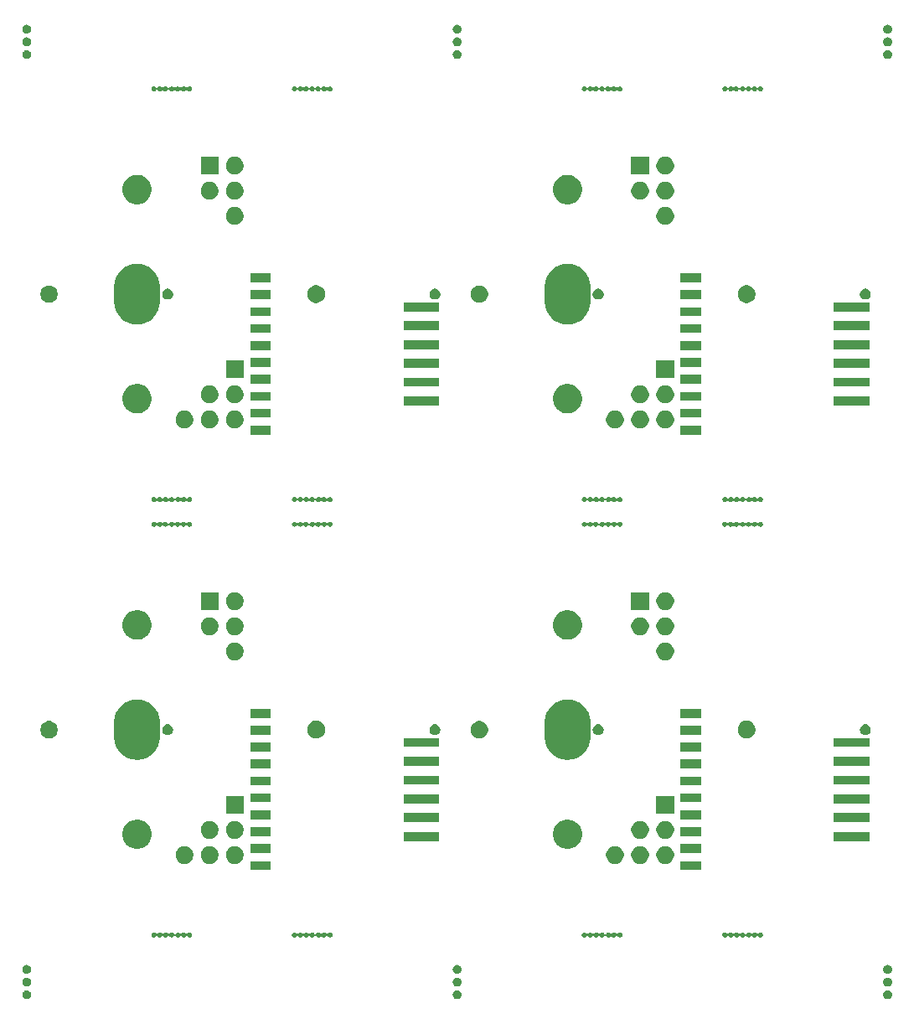
<source format=gbr>
G04 #@! TF.GenerationSoftware,KiCad,Pcbnew,(5.0.2)-1*
G04 #@! TF.CreationDate,2020-07-10T17:38:52+02:00*
G04 #@! TF.ProjectId,IKEA_Button2,494b4541-5f42-4757-9474-6f6e322e6b69,rev?*
G04 #@! TF.SameCoordinates,Original*
G04 #@! TF.FileFunction,Soldermask,Bot*
G04 #@! TF.FilePolarity,Negative*
%FSLAX46Y46*%
G04 Gerber Fmt 4.6, Leading zero omitted, Abs format (unit mm)*
G04 Created by KiCad (PCBNEW (5.0.2)-1) date 10-07-2020 17:38:52*
%MOMM*%
%LPD*%
G01*
G04 APERTURE LIST*
%ADD10C,0.100000*%
G04 APERTURE END LIST*
D10*
G36*
X42381552Y-98346336D02*
X42463625Y-98380332D01*
X42463626Y-98380333D01*
X42463629Y-98380334D01*
X42537496Y-98429691D01*
X42537500Y-98429694D01*
X42600311Y-98492505D01*
X42600313Y-98492508D01*
X42600314Y-98492509D01*
X42649671Y-98566376D01*
X42649672Y-98566379D01*
X42649673Y-98566380D01*
X42683669Y-98648453D01*
X42701000Y-98735584D01*
X42701000Y-98824426D01*
X42683669Y-98911557D01*
X42649673Y-98993630D01*
X42649671Y-98993634D01*
X42600314Y-99067501D01*
X42600311Y-99067505D01*
X42537500Y-99130316D01*
X42537497Y-99130318D01*
X42537496Y-99130319D01*
X42463629Y-99179676D01*
X42463626Y-99179677D01*
X42463625Y-99179678D01*
X42381552Y-99213674D01*
X42294421Y-99231005D01*
X42205579Y-99231005D01*
X42118448Y-99213674D01*
X42036375Y-99179678D01*
X42036374Y-99179677D01*
X42036371Y-99179676D01*
X41962504Y-99130319D01*
X41962503Y-99130318D01*
X41962500Y-99130316D01*
X41899689Y-99067505D01*
X41899686Y-99067501D01*
X41850329Y-98993634D01*
X41850327Y-98993630D01*
X41816331Y-98911557D01*
X41799000Y-98824426D01*
X41799000Y-98735584D01*
X41816331Y-98648453D01*
X41850327Y-98566380D01*
X41850328Y-98566379D01*
X41850329Y-98566376D01*
X41899686Y-98492509D01*
X41899687Y-98492508D01*
X41899689Y-98492505D01*
X41962500Y-98429694D01*
X41962504Y-98429691D01*
X42036371Y-98380334D01*
X42036374Y-98380333D01*
X42036375Y-98380332D01*
X42118448Y-98346336D01*
X42205579Y-98329005D01*
X42294421Y-98329005D01*
X42381552Y-98346336D01*
X42381552Y-98346336D01*
G37*
G36*
X85881552Y-98346336D02*
X85963625Y-98380332D01*
X85963626Y-98380333D01*
X85963629Y-98380334D01*
X86037496Y-98429691D01*
X86037500Y-98429694D01*
X86100311Y-98492505D01*
X86100313Y-98492508D01*
X86100314Y-98492509D01*
X86149671Y-98566376D01*
X86149672Y-98566379D01*
X86149673Y-98566380D01*
X86183669Y-98648453D01*
X86201000Y-98735584D01*
X86201000Y-98824426D01*
X86183669Y-98911557D01*
X86149673Y-98993630D01*
X86149671Y-98993634D01*
X86100314Y-99067501D01*
X86100311Y-99067505D01*
X86037500Y-99130316D01*
X86037497Y-99130318D01*
X86037496Y-99130319D01*
X85963629Y-99179676D01*
X85963626Y-99179677D01*
X85963625Y-99179678D01*
X85881552Y-99213674D01*
X85794421Y-99231005D01*
X85705579Y-99231005D01*
X85618448Y-99213674D01*
X85536375Y-99179678D01*
X85536374Y-99179677D01*
X85536371Y-99179676D01*
X85462504Y-99130319D01*
X85462503Y-99130318D01*
X85462500Y-99130316D01*
X85399689Y-99067505D01*
X85399686Y-99067501D01*
X85350329Y-98993634D01*
X85350327Y-98993630D01*
X85316331Y-98911557D01*
X85299000Y-98824426D01*
X85299000Y-98735584D01*
X85316331Y-98648453D01*
X85350327Y-98566380D01*
X85350328Y-98566379D01*
X85350329Y-98566376D01*
X85399686Y-98492509D01*
X85399687Y-98492508D01*
X85399689Y-98492505D01*
X85462500Y-98429694D01*
X85462504Y-98429691D01*
X85536371Y-98380334D01*
X85536374Y-98380333D01*
X85536375Y-98380332D01*
X85618448Y-98346336D01*
X85705579Y-98329005D01*
X85794421Y-98329005D01*
X85881552Y-98346336D01*
X85881552Y-98346336D01*
G37*
G36*
X129381552Y-98346336D02*
X129463625Y-98380332D01*
X129463626Y-98380333D01*
X129463629Y-98380334D01*
X129537496Y-98429691D01*
X129537500Y-98429694D01*
X129600311Y-98492505D01*
X129600313Y-98492508D01*
X129600314Y-98492509D01*
X129649671Y-98566376D01*
X129649672Y-98566379D01*
X129649673Y-98566380D01*
X129683669Y-98648453D01*
X129701000Y-98735584D01*
X129701000Y-98824426D01*
X129683669Y-98911557D01*
X129649673Y-98993630D01*
X129649671Y-98993634D01*
X129600314Y-99067501D01*
X129600311Y-99067505D01*
X129537500Y-99130316D01*
X129537497Y-99130318D01*
X129537496Y-99130319D01*
X129463629Y-99179676D01*
X129463626Y-99179677D01*
X129463625Y-99179678D01*
X129381552Y-99213674D01*
X129294421Y-99231005D01*
X129205579Y-99231005D01*
X129118448Y-99213674D01*
X129036375Y-99179678D01*
X129036374Y-99179677D01*
X129036371Y-99179676D01*
X128962504Y-99130319D01*
X128962503Y-99130318D01*
X128962500Y-99130316D01*
X128899689Y-99067505D01*
X128899686Y-99067501D01*
X128850329Y-98993634D01*
X128850327Y-98993630D01*
X128816331Y-98911557D01*
X128799000Y-98824426D01*
X128799000Y-98735584D01*
X128816331Y-98648453D01*
X128850327Y-98566380D01*
X128850328Y-98566379D01*
X128850329Y-98566376D01*
X128899686Y-98492509D01*
X128899687Y-98492508D01*
X128899689Y-98492505D01*
X128962500Y-98429694D01*
X128962504Y-98429691D01*
X129036371Y-98380334D01*
X129036374Y-98380333D01*
X129036375Y-98380332D01*
X129118448Y-98346336D01*
X129205579Y-98329005D01*
X129294421Y-98329005D01*
X129381552Y-98346336D01*
X129381552Y-98346336D01*
G37*
G36*
X129381552Y-97066331D02*
X129463625Y-97100327D01*
X129463626Y-97100328D01*
X129463629Y-97100329D01*
X129537496Y-97149686D01*
X129537500Y-97149689D01*
X129600311Y-97212500D01*
X129600313Y-97212503D01*
X129600314Y-97212504D01*
X129649671Y-97286371D01*
X129649672Y-97286374D01*
X129649673Y-97286375D01*
X129683669Y-97368448D01*
X129701000Y-97455579D01*
X129701000Y-97544421D01*
X129683669Y-97631552D01*
X129649673Y-97713625D01*
X129649671Y-97713629D01*
X129600314Y-97787496D01*
X129600311Y-97787500D01*
X129537500Y-97850311D01*
X129537497Y-97850313D01*
X129537496Y-97850314D01*
X129463629Y-97899671D01*
X129463626Y-97899672D01*
X129463625Y-97899673D01*
X129381552Y-97933669D01*
X129294421Y-97951000D01*
X129205579Y-97951000D01*
X129118448Y-97933669D01*
X129036375Y-97899673D01*
X129036374Y-97899672D01*
X129036371Y-97899671D01*
X128962504Y-97850314D01*
X128962503Y-97850313D01*
X128962500Y-97850311D01*
X128899689Y-97787500D01*
X128899686Y-97787496D01*
X128850329Y-97713629D01*
X128850327Y-97713625D01*
X128816331Y-97631552D01*
X128799000Y-97544421D01*
X128799000Y-97455579D01*
X128816331Y-97368448D01*
X128850327Y-97286375D01*
X128850328Y-97286374D01*
X128850329Y-97286371D01*
X128899686Y-97212504D01*
X128899687Y-97212503D01*
X128899689Y-97212500D01*
X128962500Y-97149689D01*
X128962504Y-97149686D01*
X129036371Y-97100329D01*
X129036374Y-97100328D01*
X129036375Y-97100327D01*
X129118448Y-97066331D01*
X129205579Y-97049000D01*
X129294421Y-97049000D01*
X129381552Y-97066331D01*
X129381552Y-97066331D01*
G37*
G36*
X85881552Y-97066331D02*
X85963625Y-97100327D01*
X85963626Y-97100328D01*
X85963629Y-97100329D01*
X86037496Y-97149686D01*
X86037500Y-97149689D01*
X86100311Y-97212500D01*
X86100313Y-97212503D01*
X86100314Y-97212504D01*
X86149671Y-97286371D01*
X86149672Y-97286374D01*
X86149673Y-97286375D01*
X86183669Y-97368448D01*
X86201000Y-97455579D01*
X86201000Y-97544421D01*
X86183669Y-97631552D01*
X86149673Y-97713625D01*
X86149671Y-97713629D01*
X86100314Y-97787496D01*
X86100311Y-97787500D01*
X86037500Y-97850311D01*
X86037497Y-97850313D01*
X86037496Y-97850314D01*
X85963629Y-97899671D01*
X85963626Y-97899672D01*
X85963625Y-97899673D01*
X85881552Y-97933669D01*
X85794421Y-97951000D01*
X85705579Y-97951000D01*
X85618448Y-97933669D01*
X85536375Y-97899673D01*
X85536374Y-97899672D01*
X85536371Y-97899671D01*
X85462504Y-97850314D01*
X85462503Y-97850313D01*
X85462500Y-97850311D01*
X85399689Y-97787500D01*
X85399686Y-97787496D01*
X85350329Y-97713629D01*
X85350327Y-97713625D01*
X85316331Y-97631552D01*
X85299000Y-97544421D01*
X85299000Y-97455579D01*
X85316331Y-97368448D01*
X85350327Y-97286375D01*
X85350328Y-97286374D01*
X85350329Y-97286371D01*
X85399686Y-97212504D01*
X85399687Y-97212503D01*
X85399689Y-97212500D01*
X85462500Y-97149689D01*
X85462504Y-97149686D01*
X85536371Y-97100329D01*
X85536374Y-97100328D01*
X85536375Y-97100327D01*
X85618448Y-97066331D01*
X85705579Y-97049000D01*
X85794421Y-97049000D01*
X85881552Y-97066331D01*
X85881552Y-97066331D01*
G37*
G36*
X42381552Y-97066331D02*
X42463625Y-97100327D01*
X42463626Y-97100328D01*
X42463629Y-97100329D01*
X42537496Y-97149686D01*
X42537500Y-97149689D01*
X42600311Y-97212500D01*
X42600313Y-97212503D01*
X42600314Y-97212504D01*
X42649671Y-97286371D01*
X42649672Y-97286374D01*
X42649673Y-97286375D01*
X42683669Y-97368448D01*
X42701000Y-97455579D01*
X42701000Y-97544421D01*
X42683669Y-97631552D01*
X42649673Y-97713625D01*
X42649671Y-97713629D01*
X42600314Y-97787496D01*
X42600311Y-97787500D01*
X42537500Y-97850311D01*
X42537497Y-97850313D01*
X42537496Y-97850314D01*
X42463629Y-97899671D01*
X42463626Y-97899672D01*
X42463625Y-97899673D01*
X42381552Y-97933669D01*
X42294421Y-97951000D01*
X42205579Y-97951000D01*
X42118448Y-97933669D01*
X42036375Y-97899673D01*
X42036374Y-97899672D01*
X42036371Y-97899671D01*
X41962504Y-97850314D01*
X41962503Y-97850313D01*
X41962500Y-97850311D01*
X41899689Y-97787500D01*
X41899686Y-97787496D01*
X41850329Y-97713629D01*
X41850327Y-97713625D01*
X41816331Y-97631552D01*
X41799000Y-97544421D01*
X41799000Y-97455579D01*
X41816331Y-97368448D01*
X41850327Y-97286375D01*
X41850328Y-97286374D01*
X41850329Y-97286371D01*
X41899686Y-97212504D01*
X41899687Y-97212503D01*
X41899689Y-97212500D01*
X41962500Y-97149689D01*
X41962504Y-97149686D01*
X42036371Y-97100329D01*
X42036374Y-97100328D01*
X42036375Y-97100327D01*
X42118448Y-97066331D01*
X42205579Y-97049000D01*
X42294421Y-97049000D01*
X42381552Y-97066331D01*
X42381552Y-97066331D01*
G37*
G36*
X85881552Y-95786326D02*
X85963625Y-95820322D01*
X85963626Y-95820323D01*
X85963629Y-95820324D01*
X86037496Y-95869681D01*
X86037500Y-95869684D01*
X86100311Y-95932495D01*
X86100313Y-95932498D01*
X86100314Y-95932499D01*
X86149671Y-96006366D01*
X86149672Y-96006369D01*
X86149673Y-96006370D01*
X86183669Y-96088443D01*
X86201000Y-96175574D01*
X86201000Y-96264416D01*
X86183669Y-96351547D01*
X86149673Y-96433620D01*
X86149671Y-96433624D01*
X86100314Y-96507491D01*
X86100311Y-96507495D01*
X86037500Y-96570306D01*
X86037497Y-96570308D01*
X86037496Y-96570309D01*
X85963629Y-96619666D01*
X85963626Y-96619667D01*
X85963625Y-96619668D01*
X85881552Y-96653664D01*
X85794421Y-96670995D01*
X85705579Y-96670995D01*
X85618448Y-96653664D01*
X85536375Y-96619668D01*
X85536374Y-96619667D01*
X85536371Y-96619666D01*
X85462504Y-96570309D01*
X85462503Y-96570308D01*
X85462500Y-96570306D01*
X85399689Y-96507495D01*
X85399686Y-96507491D01*
X85350329Y-96433624D01*
X85350327Y-96433620D01*
X85316331Y-96351547D01*
X85299000Y-96264416D01*
X85299000Y-96175574D01*
X85316331Y-96088443D01*
X85350327Y-96006370D01*
X85350328Y-96006369D01*
X85350329Y-96006366D01*
X85399686Y-95932499D01*
X85399687Y-95932498D01*
X85399689Y-95932495D01*
X85462500Y-95869684D01*
X85462504Y-95869681D01*
X85536371Y-95820324D01*
X85536374Y-95820323D01*
X85536375Y-95820322D01*
X85618448Y-95786326D01*
X85705579Y-95768995D01*
X85794421Y-95768995D01*
X85881552Y-95786326D01*
X85881552Y-95786326D01*
G37*
G36*
X129381552Y-95786326D02*
X129463625Y-95820322D01*
X129463626Y-95820323D01*
X129463629Y-95820324D01*
X129537496Y-95869681D01*
X129537500Y-95869684D01*
X129600311Y-95932495D01*
X129600313Y-95932498D01*
X129600314Y-95932499D01*
X129649671Y-96006366D01*
X129649672Y-96006369D01*
X129649673Y-96006370D01*
X129683669Y-96088443D01*
X129701000Y-96175574D01*
X129701000Y-96264416D01*
X129683669Y-96351547D01*
X129649673Y-96433620D01*
X129649671Y-96433624D01*
X129600314Y-96507491D01*
X129600311Y-96507495D01*
X129537500Y-96570306D01*
X129537497Y-96570308D01*
X129537496Y-96570309D01*
X129463629Y-96619666D01*
X129463626Y-96619667D01*
X129463625Y-96619668D01*
X129381552Y-96653664D01*
X129294421Y-96670995D01*
X129205579Y-96670995D01*
X129118448Y-96653664D01*
X129036375Y-96619668D01*
X129036374Y-96619667D01*
X129036371Y-96619666D01*
X128962504Y-96570309D01*
X128962503Y-96570308D01*
X128962500Y-96570306D01*
X128899689Y-96507495D01*
X128899686Y-96507491D01*
X128850329Y-96433624D01*
X128850327Y-96433620D01*
X128816331Y-96351547D01*
X128799000Y-96264416D01*
X128799000Y-96175574D01*
X128816331Y-96088443D01*
X128850327Y-96006370D01*
X128850328Y-96006369D01*
X128850329Y-96006366D01*
X128899686Y-95932499D01*
X128899687Y-95932498D01*
X128899689Y-95932495D01*
X128962500Y-95869684D01*
X128962504Y-95869681D01*
X129036371Y-95820324D01*
X129036374Y-95820323D01*
X129036375Y-95820322D01*
X129118448Y-95786326D01*
X129205579Y-95768995D01*
X129294421Y-95768995D01*
X129381552Y-95786326D01*
X129381552Y-95786326D01*
G37*
G36*
X42381552Y-95786326D02*
X42463625Y-95820322D01*
X42463626Y-95820323D01*
X42463629Y-95820324D01*
X42537496Y-95869681D01*
X42537500Y-95869684D01*
X42600311Y-95932495D01*
X42600313Y-95932498D01*
X42600314Y-95932499D01*
X42649671Y-96006366D01*
X42649672Y-96006369D01*
X42649673Y-96006370D01*
X42683669Y-96088443D01*
X42701000Y-96175574D01*
X42701000Y-96264416D01*
X42683669Y-96351547D01*
X42649673Y-96433620D01*
X42649671Y-96433624D01*
X42600314Y-96507491D01*
X42600311Y-96507495D01*
X42537500Y-96570306D01*
X42537497Y-96570308D01*
X42537496Y-96570309D01*
X42463629Y-96619666D01*
X42463626Y-96619667D01*
X42463625Y-96619668D01*
X42381552Y-96653664D01*
X42294421Y-96670995D01*
X42205579Y-96670995D01*
X42118448Y-96653664D01*
X42036375Y-96619668D01*
X42036374Y-96619667D01*
X42036371Y-96619666D01*
X41962504Y-96570309D01*
X41962503Y-96570308D01*
X41962500Y-96570306D01*
X41899689Y-96507495D01*
X41899686Y-96507491D01*
X41850329Y-96433624D01*
X41850327Y-96433620D01*
X41816331Y-96351547D01*
X41799000Y-96264416D01*
X41799000Y-96175574D01*
X41816331Y-96088443D01*
X41850327Y-96006370D01*
X41850328Y-96006369D01*
X41850329Y-96006366D01*
X41899686Y-95932499D01*
X41899687Y-95932498D01*
X41899689Y-95932495D01*
X41962500Y-95869684D01*
X41962504Y-95869681D01*
X42036371Y-95820324D01*
X42036374Y-95820323D01*
X42036375Y-95820322D01*
X42118448Y-95786326D01*
X42205579Y-95768995D01*
X42294421Y-95768995D01*
X42381552Y-95786326D01*
X42381552Y-95786326D01*
G37*
G36*
X55173214Y-92506546D02*
X55173217Y-92506547D01*
X55173216Y-92506547D01*
X55218892Y-92525466D01*
X55260004Y-92552936D01*
X55294962Y-92587894D01*
X55296066Y-92589546D01*
X55311612Y-92608488D01*
X55330554Y-92624034D01*
X55352165Y-92635585D01*
X55375614Y-92642698D01*
X55400000Y-92645100D01*
X55424386Y-92642698D01*
X55447836Y-92635585D01*
X55469446Y-92624034D01*
X55488388Y-92608488D01*
X55503934Y-92589546D01*
X55505038Y-92587894D01*
X55539996Y-92552936D01*
X55581108Y-92525466D01*
X55626784Y-92506547D01*
X55626783Y-92506547D01*
X55626786Y-92506546D01*
X55675279Y-92496900D01*
X55724721Y-92496900D01*
X55773214Y-92506546D01*
X55773217Y-92506547D01*
X55773216Y-92506547D01*
X55818892Y-92525466D01*
X55860004Y-92552936D01*
X55894962Y-92587894D01*
X55896066Y-92589546D01*
X55911612Y-92608488D01*
X55930554Y-92624034D01*
X55952165Y-92635585D01*
X55975614Y-92642698D01*
X56000000Y-92645100D01*
X56024386Y-92642698D01*
X56047836Y-92635585D01*
X56069446Y-92624034D01*
X56088388Y-92608488D01*
X56103934Y-92589546D01*
X56105038Y-92587894D01*
X56139996Y-92552936D01*
X56181108Y-92525466D01*
X56226784Y-92506547D01*
X56226783Y-92506547D01*
X56226786Y-92506546D01*
X56275279Y-92496900D01*
X56324721Y-92496900D01*
X56373214Y-92506546D01*
X56373217Y-92506547D01*
X56373216Y-92506547D01*
X56418892Y-92525466D01*
X56460004Y-92552936D01*
X56494962Y-92587894D01*
X56496066Y-92589546D01*
X56511612Y-92608488D01*
X56530554Y-92624034D01*
X56552165Y-92635585D01*
X56575614Y-92642698D01*
X56600000Y-92645100D01*
X56624386Y-92642698D01*
X56647836Y-92635585D01*
X56669446Y-92624034D01*
X56688388Y-92608488D01*
X56703934Y-92589546D01*
X56705038Y-92587894D01*
X56739996Y-92552936D01*
X56781108Y-92525466D01*
X56826784Y-92506547D01*
X56826783Y-92506547D01*
X56826786Y-92506546D01*
X56875279Y-92496900D01*
X56924721Y-92496900D01*
X56973214Y-92506546D01*
X56973217Y-92506547D01*
X56973216Y-92506547D01*
X57018892Y-92525466D01*
X57060004Y-92552936D01*
X57094964Y-92587896D01*
X57116062Y-92619471D01*
X57131607Y-92638413D01*
X57150549Y-92653958D01*
X57172160Y-92665509D01*
X57195610Y-92672622D01*
X57219996Y-92675024D01*
X57244382Y-92672622D01*
X57267831Y-92665509D01*
X57289442Y-92653957D01*
X57308384Y-92638412D01*
X57323928Y-92619471D01*
X57345026Y-92587896D01*
X57379986Y-92552936D01*
X57421098Y-92525466D01*
X57466774Y-92506547D01*
X57466773Y-92506547D01*
X57466776Y-92506546D01*
X57515269Y-92496900D01*
X57564711Y-92496900D01*
X57613204Y-92506546D01*
X57613207Y-92506547D01*
X57613206Y-92506547D01*
X57658882Y-92525466D01*
X57699994Y-92552936D01*
X57731607Y-92584549D01*
X57750549Y-92600095D01*
X57772160Y-92611646D01*
X57795609Y-92618759D01*
X57819995Y-92621161D01*
X57844381Y-92618759D01*
X57867830Y-92611646D01*
X57889441Y-92600095D01*
X57908383Y-92584549D01*
X57939996Y-92552936D01*
X57981108Y-92525466D01*
X58026784Y-92506547D01*
X58026783Y-92506547D01*
X58026786Y-92506546D01*
X58075279Y-92496900D01*
X58124721Y-92496900D01*
X58173214Y-92506546D01*
X58173217Y-92506547D01*
X58173216Y-92506547D01*
X58218892Y-92525466D01*
X58260004Y-92552936D01*
X58294962Y-92587894D01*
X58296066Y-92589546D01*
X58311612Y-92608488D01*
X58330554Y-92624034D01*
X58352165Y-92635585D01*
X58375614Y-92642698D01*
X58400000Y-92645100D01*
X58424386Y-92642698D01*
X58447836Y-92635585D01*
X58469446Y-92624034D01*
X58488388Y-92608488D01*
X58503934Y-92589546D01*
X58505038Y-92587894D01*
X58539996Y-92552936D01*
X58581108Y-92525466D01*
X58626784Y-92506547D01*
X58626783Y-92506547D01*
X58626786Y-92506546D01*
X58675279Y-92496900D01*
X58724721Y-92496900D01*
X58773214Y-92506546D01*
X58773217Y-92506547D01*
X58773216Y-92506547D01*
X58818892Y-92525466D01*
X58860004Y-92552936D01*
X58894964Y-92587896D01*
X58922434Y-92629008D01*
X58928104Y-92642698D01*
X58941354Y-92674686D01*
X58951000Y-92723179D01*
X58951000Y-92772621D01*
X58941354Y-92821114D01*
X58941353Y-92821116D01*
X58922434Y-92866792D01*
X58894964Y-92907904D01*
X58860004Y-92942864D01*
X58818892Y-92970334D01*
X58783563Y-92984967D01*
X58773214Y-92989254D01*
X58724721Y-92998900D01*
X58675279Y-92998900D01*
X58626786Y-92989254D01*
X58616437Y-92984967D01*
X58581108Y-92970334D01*
X58539996Y-92942864D01*
X58505038Y-92907906D01*
X58503934Y-92906254D01*
X58488388Y-92887312D01*
X58469446Y-92871766D01*
X58447835Y-92860215D01*
X58424386Y-92853102D01*
X58400000Y-92850700D01*
X58375614Y-92853102D01*
X58352164Y-92860215D01*
X58330554Y-92871766D01*
X58311612Y-92887312D01*
X58296066Y-92906254D01*
X58294962Y-92907906D01*
X58260004Y-92942864D01*
X58218892Y-92970334D01*
X58183563Y-92984967D01*
X58173214Y-92989254D01*
X58124721Y-92998900D01*
X58075279Y-92998900D01*
X58026786Y-92989254D01*
X58016437Y-92984967D01*
X57981108Y-92970334D01*
X57939996Y-92942864D01*
X57908383Y-92911251D01*
X57889441Y-92895705D01*
X57867830Y-92884154D01*
X57844381Y-92877041D01*
X57819995Y-92874639D01*
X57795609Y-92877041D01*
X57772160Y-92884154D01*
X57750549Y-92895705D01*
X57731607Y-92911251D01*
X57699994Y-92942864D01*
X57658882Y-92970334D01*
X57623553Y-92984967D01*
X57613204Y-92989254D01*
X57564711Y-92998900D01*
X57515269Y-92998900D01*
X57466776Y-92989254D01*
X57456427Y-92984967D01*
X57421098Y-92970334D01*
X57379986Y-92942864D01*
X57345026Y-92907904D01*
X57323928Y-92876329D01*
X57308383Y-92857387D01*
X57289441Y-92841842D01*
X57267830Y-92830291D01*
X57244380Y-92823178D01*
X57219994Y-92820776D01*
X57195608Y-92823178D01*
X57172159Y-92830291D01*
X57150548Y-92841843D01*
X57131606Y-92857388D01*
X57116062Y-92876329D01*
X57094964Y-92907904D01*
X57060004Y-92942864D01*
X57018892Y-92970334D01*
X56983563Y-92984967D01*
X56973214Y-92989254D01*
X56924721Y-92998900D01*
X56875279Y-92998900D01*
X56826786Y-92989254D01*
X56816437Y-92984967D01*
X56781108Y-92970334D01*
X56739996Y-92942864D01*
X56705038Y-92907906D01*
X56703934Y-92906254D01*
X56688388Y-92887312D01*
X56669446Y-92871766D01*
X56647835Y-92860215D01*
X56624386Y-92853102D01*
X56600000Y-92850700D01*
X56575614Y-92853102D01*
X56552164Y-92860215D01*
X56530554Y-92871766D01*
X56511612Y-92887312D01*
X56496066Y-92906254D01*
X56494962Y-92907906D01*
X56460004Y-92942864D01*
X56418892Y-92970334D01*
X56383563Y-92984967D01*
X56373214Y-92989254D01*
X56324721Y-92998900D01*
X56275279Y-92998900D01*
X56226786Y-92989254D01*
X56216437Y-92984967D01*
X56181108Y-92970334D01*
X56139996Y-92942864D01*
X56105038Y-92907906D01*
X56103934Y-92906254D01*
X56088388Y-92887312D01*
X56069446Y-92871766D01*
X56047835Y-92860215D01*
X56024386Y-92853102D01*
X56000000Y-92850700D01*
X55975614Y-92853102D01*
X55952164Y-92860215D01*
X55930554Y-92871766D01*
X55911612Y-92887312D01*
X55896066Y-92906254D01*
X55894962Y-92907906D01*
X55860004Y-92942864D01*
X55818892Y-92970334D01*
X55783563Y-92984967D01*
X55773214Y-92989254D01*
X55724721Y-92998900D01*
X55675279Y-92998900D01*
X55626786Y-92989254D01*
X55616437Y-92984967D01*
X55581108Y-92970334D01*
X55539996Y-92942864D01*
X55505038Y-92907906D01*
X55503934Y-92906254D01*
X55488388Y-92887312D01*
X55469446Y-92871766D01*
X55447835Y-92860215D01*
X55424386Y-92853102D01*
X55400000Y-92850700D01*
X55375614Y-92853102D01*
X55352164Y-92860215D01*
X55330554Y-92871766D01*
X55311612Y-92887312D01*
X55296066Y-92906254D01*
X55294962Y-92907906D01*
X55260004Y-92942864D01*
X55218892Y-92970334D01*
X55183563Y-92984967D01*
X55173214Y-92989254D01*
X55124721Y-92998900D01*
X55075279Y-92998900D01*
X55026786Y-92989254D01*
X55016437Y-92984967D01*
X54981108Y-92970334D01*
X54939996Y-92942864D01*
X54905036Y-92907904D01*
X54877566Y-92866792D01*
X54858647Y-92821116D01*
X54858646Y-92821114D01*
X54849000Y-92772621D01*
X54849000Y-92723179D01*
X54858646Y-92674686D01*
X54871896Y-92642698D01*
X54877566Y-92629008D01*
X54905036Y-92587896D01*
X54939996Y-92552936D01*
X54981108Y-92525466D01*
X55026784Y-92506547D01*
X55026783Y-92506547D01*
X55026786Y-92506546D01*
X55075279Y-92496900D01*
X55124721Y-92496900D01*
X55173214Y-92506546D01*
X55173214Y-92506546D01*
G37*
G36*
X69373214Y-92506546D02*
X69373217Y-92506547D01*
X69373216Y-92506547D01*
X69418892Y-92525466D01*
X69460004Y-92552936D01*
X69494962Y-92587894D01*
X69496066Y-92589546D01*
X69511612Y-92608488D01*
X69530554Y-92624034D01*
X69552165Y-92635585D01*
X69575614Y-92642698D01*
X69600000Y-92645100D01*
X69624386Y-92642698D01*
X69647836Y-92635585D01*
X69669446Y-92624034D01*
X69688388Y-92608488D01*
X69703934Y-92589546D01*
X69705038Y-92587894D01*
X69739996Y-92552936D01*
X69781108Y-92525466D01*
X69826784Y-92506547D01*
X69826783Y-92506547D01*
X69826786Y-92506546D01*
X69875279Y-92496900D01*
X69924721Y-92496900D01*
X69973214Y-92506546D01*
X69973217Y-92506547D01*
X69973216Y-92506547D01*
X70018892Y-92525466D01*
X70060004Y-92552936D01*
X70094962Y-92587894D01*
X70096066Y-92589546D01*
X70111612Y-92608488D01*
X70130554Y-92624034D01*
X70152165Y-92635585D01*
X70175614Y-92642698D01*
X70200000Y-92645100D01*
X70224386Y-92642698D01*
X70247836Y-92635585D01*
X70269446Y-92624034D01*
X70288388Y-92608488D01*
X70303934Y-92589546D01*
X70305038Y-92587894D01*
X70339996Y-92552936D01*
X70381108Y-92525466D01*
X70426784Y-92506547D01*
X70426783Y-92506547D01*
X70426786Y-92506546D01*
X70475279Y-92496900D01*
X70524721Y-92496900D01*
X70573214Y-92506546D01*
X70573217Y-92506547D01*
X70573216Y-92506547D01*
X70618892Y-92525466D01*
X70660004Y-92552936D01*
X70694962Y-92587894D01*
X70696066Y-92589546D01*
X70711612Y-92608488D01*
X70730554Y-92624034D01*
X70752165Y-92635585D01*
X70775614Y-92642698D01*
X70800000Y-92645100D01*
X70824386Y-92642698D01*
X70847836Y-92635585D01*
X70869446Y-92624034D01*
X70888388Y-92608488D01*
X70903934Y-92589546D01*
X70905038Y-92587894D01*
X70939996Y-92552936D01*
X70981108Y-92525466D01*
X71026784Y-92506547D01*
X71026783Y-92506547D01*
X71026786Y-92506546D01*
X71075279Y-92496900D01*
X71124721Y-92496900D01*
X71173214Y-92506546D01*
X71173217Y-92506547D01*
X71173216Y-92506547D01*
X71218892Y-92525466D01*
X71260004Y-92552936D01*
X71294964Y-92587896D01*
X71316062Y-92619471D01*
X71331607Y-92638413D01*
X71350549Y-92653958D01*
X71372160Y-92665509D01*
X71395610Y-92672622D01*
X71419996Y-92675024D01*
X71444382Y-92672622D01*
X71467831Y-92665509D01*
X71489442Y-92653957D01*
X71508384Y-92638412D01*
X71523928Y-92619471D01*
X71545026Y-92587896D01*
X71579986Y-92552936D01*
X71621098Y-92525466D01*
X71666774Y-92506547D01*
X71666773Y-92506547D01*
X71666776Y-92506546D01*
X71715269Y-92496900D01*
X71764711Y-92496900D01*
X71813204Y-92506546D01*
X71813207Y-92506547D01*
X71813206Y-92506547D01*
X71858882Y-92525466D01*
X71899994Y-92552936D01*
X71931607Y-92584549D01*
X71950549Y-92600095D01*
X71972160Y-92611646D01*
X71995609Y-92618759D01*
X72019995Y-92621161D01*
X72044381Y-92618759D01*
X72067830Y-92611646D01*
X72089441Y-92600095D01*
X72108383Y-92584549D01*
X72139996Y-92552936D01*
X72181108Y-92525466D01*
X72226784Y-92506547D01*
X72226783Y-92506547D01*
X72226786Y-92506546D01*
X72275279Y-92496900D01*
X72324721Y-92496900D01*
X72373214Y-92506546D01*
X72373217Y-92506547D01*
X72373216Y-92506547D01*
X72418892Y-92525466D01*
X72460004Y-92552936D01*
X72494962Y-92587894D01*
X72496066Y-92589546D01*
X72511612Y-92608488D01*
X72530554Y-92624034D01*
X72552165Y-92635585D01*
X72575614Y-92642698D01*
X72600000Y-92645100D01*
X72624386Y-92642698D01*
X72647836Y-92635585D01*
X72669446Y-92624034D01*
X72688388Y-92608488D01*
X72703934Y-92589546D01*
X72705038Y-92587894D01*
X72739996Y-92552936D01*
X72781108Y-92525466D01*
X72826784Y-92506547D01*
X72826783Y-92506547D01*
X72826786Y-92506546D01*
X72875279Y-92496900D01*
X72924721Y-92496900D01*
X72973214Y-92506546D01*
X72973217Y-92506547D01*
X72973216Y-92506547D01*
X73018892Y-92525466D01*
X73060004Y-92552936D01*
X73094964Y-92587896D01*
X73122434Y-92629008D01*
X73128104Y-92642698D01*
X73141354Y-92674686D01*
X73151000Y-92723179D01*
X73151000Y-92772621D01*
X73141354Y-92821114D01*
X73141353Y-92821116D01*
X73122434Y-92866792D01*
X73094964Y-92907904D01*
X73060004Y-92942864D01*
X73018892Y-92970334D01*
X72983563Y-92984967D01*
X72973214Y-92989254D01*
X72924721Y-92998900D01*
X72875279Y-92998900D01*
X72826786Y-92989254D01*
X72816437Y-92984967D01*
X72781108Y-92970334D01*
X72739996Y-92942864D01*
X72705038Y-92907906D01*
X72703934Y-92906254D01*
X72688388Y-92887312D01*
X72669446Y-92871766D01*
X72647835Y-92860215D01*
X72624386Y-92853102D01*
X72600000Y-92850700D01*
X72575614Y-92853102D01*
X72552164Y-92860215D01*
X72530554Y-92871766D01*
X72511612Y-92887312D01*
X72496066Y-92906254D01*
X72494962Y-92907906D01*
X72460004Y-92942864D01*
X72418892Y-92970334D01*
X72383563Y-92984967D01*
X72373214Y-92989254D01*
X72324721Y-92998900D01*
X72275279Y-92998900D01*
X72226786Y-92989254D01*
X72216437Y-92984967D01*
X72181108Y-92970334D01*
X72139996Y-92942864D01*
X72108383Y-92911251D01*
X72089441Y-92895705D01*
X72067830Y-92884154D01*
X72044381Y-92877041D01*
X72019995Y-92874639D01*
X71995609Y-92877041D01*
X71972160Y-92884154D01*
X71950549Y-92895705D01*
X71931607Y-92911251D01*
X71899994Y-92942864D01*
X71858882Y-92970334D01*
X71823553Y-92984967D01*
X71813204Y-92989254D01*
X71764711Y-92998900D01*
X71715269Y-92998900D01*
X71666776Y-92989254D01*
X71656427Y-92984967D01*
X71621098Y-92970334D01*
X71579986Y-92942864D01*
X71545026Y-92907904D01*
X71523928Y-92876329D01*
X71508383Y-92857387D01*
X71489441Y-92841842D01*
X71467830Y-92830291D01*
X71444380Y-92823178D01*
X71419994Y-92820776D01*
X71395608Y-92823178D01*
X71372159Y-92830291D01*
X71350548Y-92841843D01*
X71331606Y-92857388D01*
X71316062Y-92876329D01*
X71294964Y-92907904D01*
X71260004Y-92942864D01*
X71218892Y-92970334D01*
X71183563Y-92984967D01*
X71173214Y-92989254D01*
X71124721Y-92998900D01*
X71075279Y-92998900D01*
X71026786Y-92989254D01*
X71016437Y-92984967D01*
X70981108Y-92970334D01*
X70939996Y-92942864D01*
X70905038Y-92907906D01*
X70903934Y-92906254D01*
X70888388Y-92887312D01*
X70869446Y-92871766D01*
X70847835Y-92860215D01*
X70824386Y-92853102D01*
X70800000Y-92850700D01*
X70775614Y-92853102D01*
X70752164Y-92860215D01*
X70730554Y-92871766D01*
X70711612Y-92887312D01*
X70696066Y-92906254D01*
X70694962Y-92907906D01*
X70660004Y-92942864D01*
X70618892Y-92970334D01*
X70583563Y-92984967D01*
X70573214Y-92989254D01*
X70524721Y-92998900D01*
X70475279Y-92998900D01*
X70426786Y-92989254D01*
X70416437Y-92984967D01*
X70381108Y-92970334D01*
X70339996Y-92942864D01*
X70305038Y-92907906D01*
X70303934Y-92906254D01*
X70288388Y-92887312D01*
X70269446Y-92871766D01*
X70247835Y-92860215D01*
X70224386Y-92853102D01*
X70200000Y-92850700D01*
X70175614Y-92853102D01*
X70152164Y-92860215D01*
X70130554Y-92871766D01*
X70111612Y-92887312D01*
X70096066Y-92906254D01*
X70094962Y-92907906D01*
X70060004Y-92942864D01*
X70018892Y-92970334D01*
X69983563Y-92984967D01*
X69973214Y-92989254D01*
X69924721Y-92998900D01*
X69875279Y-92998900D01*
X69826786Y-92989254D01*
X69816437Y-92984967D01*
X69781108Y-92970334D01*
X69739996Y-92942864D01*
X69705038Y-92907906D01*
X69703934Y-92906254D01*
X69688388Y-92887312D01*
X69669446Y-92871766D01*
X69647835Y-92860215D01*
X69624386Y-92853102D01*
X69600000Y-92850700D01*
X69575614Y-92853102D01*
X69552164Y-92860215D01*
X69530554Y-92871766D01*
X69511612Y-92887312D01*
X69496066Y-92906254D01*
X69494962Y-92907906D01*
X69460004Y-92942864D01*
X69418892Y-92970334D01*
X69383563Y-92984967D01*
X69373214Y-92989254D01*
X69324721Y-92998900D01*
X69275279Y-92998900D01*
X69226786Y-92989254D01*
X69216437Y-92984967D01*
X69181108Y-92970334D01*
X69139996Y-92942864D01*
X69105036Y-92907904D01*
X69077566Y-92866792D01*
X69058647Y-92821116D01*
X69058646Y-92821114D01*
X69049000Y-92772621D01*
X69049000Y-92723179D01*
X69058646Y-92674686D01*
X69071896Y-92642698D01*
X69077566Y-92629008D01*
X69105036Y-92587896D01*
X69139996Y-92552936D01*
X69181108Y-92525466D01*
X69226784Y-92506547D01*
X69226783Y-92506547D01*
X69226786Y-92506546D01*
X69275279Y-92496900D01*
X69324721Y-92496900D01*
X69373214Y-92506546D01*
X69373214Y-92506546D01*
G37*
G36*
X98673214Y-92506546D02*
X98673217Y-92506547D01*
X98673216Y-92506547D01*
X98718892Y-92525466D01*
X98760004Y-92552936D01*
X98794962Y-92587894D01*
X98796066Y-92589546D01*
X98811612Y-92608488D01*
X98830554Y-92624034D01*
X98852165Y-92635585D01*
X98875614Y-92642698D01*
X98900000Y-92645100D01*
X98924386Y-92642698D01*
X98947836Y-92635585D01*
X98969446Y-92624034D01*
X98988388Y-92608488D01*
X99003934Y-92589546D01*
X99005038Y-92587894D01*
X99039996Y-92552936D01*
X99081108Y-92525466D01*
X99126784Y-92506547D01*
X99126783Y-92506547D01*
X99126786Y-92506546D01*
X99175279Y-92496900D01*
X99224721Y-92496900D01*
X99273214Y-92506546D01*
X99273217Y-92506547D01*
X99273216Y-92506547D01*
X99318892Y-92525466D01*
X99360004Y-92552936D01*
X99394962Y-92587894D01*
X99396066Y-92589546D01*
X99411612Y-92608488D01*
X99430554Y-92624034D01*
X99452165Y-92635585D01*
X99475614Y-92642698D01*
X99500000Y-92645100D01*
X99524386Y-92642698D01*
X99547836Y-92635585D01*
X99569446Y-92624034D01*
X99588388Y-92608488D01*
X99603934Y-92589546D01*
X99605038Y-92587894D01*
X99639996Y-92552936D01*
X99681108Y-92525466D01*
X99726784Y-92506547D01*
X99726783Y-92506547D01*
X99726786Y-92506546D01*
X99775279Y-92496900D01*
X99824721Y-92496900D01*
X99873214Y-92506546D01*
X99873217Y-92506547D01*
X99873216Y-92506547D01*
X99918892Y-92525466D01*
X99960004Y-92552936D01*
X99994962Y-92587894D01*
X99996066Y-92589546D01*
X100011612Y-92608488D01*
X100030554Y-92624034D01*
X100052165Y-92635585D01*
X100075614Y-92642698D01*
X100100000Y-92645100D01*
X100124386Y-92642698D01*
X100147836Y-92635585D01*
X100169446Y-92624034D01*
X100188388Y-92608488D01*
X100203934Y-92589546D01*
X100205038Y-92587894D01*
X100239996Y-92552936D01*
X100281108Y-92525466D01*
X100326784Y-92506547D01*
X100326783Y-92506547D01*
X100326786Y-92506546D01*
X100375279Y-92496900D01*
X100424721Y-92496900D01*
X100473214Y-92506546D01*
X100473217Y-92506547D01*
X100473216Y-92506547D01*
X100518892Y-92525466D01*
X100560004Y-92552936D01*
X100594964Y-92587896D01*
X100616062Y-92619471D01*
X100631607Y-92638413D01*
X100650549Y-92653958D01*
X100672160Y-92665509D01*
X100695610Y-92672622D01*
X100719996Y-92675024D01*
X100744382Y-92672622D01*
X100767831Y-92665509D01*
X100789442Y-92653957D01*
X100808384Y-92638412D01*
X100823928Y-92619471D01*
X100845026Y-92587896D01*
X100879986Y-92552936D01*
X100921098Y-92525466D01*
X100966774Y-92506547D01*
X100966773Y-92506547D01*
X100966776Y-92506546D01*
X101015269Y-92496900D01*
X101064711Y-92496900D01*
X101113204Y-92506546D01*
X101113207Y-92506547D01*
X101113206Y-92506547D01*
X101158882Y-92525466D01*
X101199994Y-92552936D01*
X101231607Y-92584549D01*
X101250549Y-92600095D01*
X101272160Y-92611646D01*
X101295609Y-92618759D01*
X101319995Y-92621161D01*
X101344381Y-92618759D01*
X101367830Y-92611646D01*
X101389441Y-92600095D01*
X101408383Y-92584549D01*
X101439996Y-92552936D01*
X101481108Y-92525466D01*
X101526784Y-92506547D01*
X101526783Y-92506547D01*
X101526786Y-92506546D01*
X101575279Y-92496900D01*
X101624721Y-92496900D01*
X101673214Y-92506546D01*
X101673217Y-92506547D01*
X101673216Y-92506547D01*
X101718892Y-92525466D01*
X101760004Y-92552936D01*
X101794962Y-92587894D01*
X101796066Y-92589546D01*
X101811612Y-92608488D01*
X101830554Y-92624034D01*
X101852165Y-92635585D01*
X101875614Y-92642698D01*
X101900000Y-92645100D01*
X101924386Y-92642698D01*
X101947836Y-92635585D01*
X101969446Y-92624034D01*
X101988388Y-92608488D01*
X102003934Y-92589546D01*
X102005038Y-92587894D01*
X102039996Y-92552936D01*
X102081108Y-92525466D01*
X102126784Y-92506547D01*
X102126783Y-92506547D01*
X102126786Y-92506546D01*
X102175279Y-92496900D01*
X102224721Y-92496900D01*
X102273214Y-92506546D01*
X102273217Y-92506547D01*
X102273216Y-92506547D01*
X102318892Y-92525466D01*
X102360004Y-92552936D01*
X102394964Y-92587896D01*
X102422434Y-92629008D01*
X102428104Y-92642698D01*
X102441354Y-92674686D01*
X102451000Y-92723179D01*
X102451000Y-92772621D01*
X102441354Y-92821114D01*
X102441353Y-92821116D01*
X102422434Y-92866792D01*
X102394964Y-92907904D01*
X102360004Y-92942864D01*
X102318892Y-92970334D01*
X102283563Y-92984967D01*
X102273214Y-92989254D01*
X102224721Y-92998900D01*
X102175279Y-92998900D01*
X102126786Y-92989254D01*
X102116437Y-92984967D01*
X102081108Y-92970334D01*
X102039996Y-92942864D01*
X102005038Y-92907906D01*
X102003934Y-92906254D01*
X101988388Y-92887312D01*
X101969446Y-92871766D01*
X101947835Y-92860215D01*
X101924386Y-92853102D01*
X101900000Y-92850700D01*
X101875614Y-92853102D01*
X101852164Y-92860215D01*
X101830554Y-92871766D01*
X101811612Y-92887312D01*
X101796066Y-92906254D01*
X101794962Y-92907906D01*
X101760004Y-92942864D01*
X101718892Y-92970334D01*
X101683563Y-92984967D01*
X101673214Y-92989254D01*
X101624721Y-92998900D01*
X101575279Y-92998900D01*
X101526786Y-92989254D01*
X101516437Y-92984967D01*
X101481108Y-92970334D01*
X101439996Y-92942864D01*
X101408383Y-92911251D01*
X101389441Y-92895705D01*
X101367830Y-92884154D01*
X101344381Y-92877041D01*
X101319995Y-92874639D01*
X101295609Y-92877041D01*
X101272160Y-92884154D01*
X101250549Y-92895705D01*
X101231607Y-92911251D01*
X101199994Y-92942864D01*
X101158882Y-92970334D01*
X101123553Y-92984967D01*
X101113204Y-92989254D01*
X101064711Y-92998900D01*
X101015269Y-92998900D01*
X100966776Y-92989254D01*
X100956427Y-92984967D01*
X100921098Y-92970334D01*
X100879986Y-92942864D01*
X100845026Y-92907904D01*
X100823928Y-92876329D01*
X100808383Y-92857387D01*
X100789441Y-92841842D01*
X100767830Y-92830291D01*
X100744380Y-92823178D01*
X100719994Y-92820776D01*
X100695608Y-92823178D01*
X100672159Y-92830291D01*
X100650548Y-92841843D01*
X100631606Y-92857388D01*
X100616062Y-92876329D01*
X100594964Y-92907904D01*
X100560004Y-92942864D01*
X100518892Y-92970334D01*
X100483563Y-92984967D01*
X100473214Y-92989254D01*
X100424721Y-92998900D01*
X100375279Y-92998900D01*
X100326786Y-92989254D01*
X100316437Y-92984967D01*
X100281108Y-92970334D01*
X100239996Y-92942864D01*
X100205038Y-92907906D01*
X100203934Y-92906254D01*
X100188388Y-92887312D01*
X100169446Y-92871766D01*
X100147835Y-92860215D01*
X100124386Y-92853102D01*
X100100000Y-92850700D01*
X100075614Y-92853102D01*
X100052164Y-92860215D01*
X100030554Y-92871766D01*
X100011612Y-92887312D01*
X99996066Y-92906254D01*
X99994962Y-92907906D01*
X99960004Y-92942864D01*
X99918892Y-92970334D01*
X99883563Y-92984967D01*
X99873214Y-92989254D01*
X99824721Y-92998900D01*
X99775279Y-92998900D01*
X99726786Y-92989254D01*
X99716437Y-92984967D01*
X99681108Y-92970334D01*
X99639996Y-92942864D01*
X99605038Y-92907906D01*
X99603934Y-92906254D01*
X99588388Y-92887312D01*
X99569446Y-92871766D01*
X99547835Y-92860215D01*
X99524386Y-92853102D01*
X99500000Y-92850700D01*
X99475614Y-92853102D01*
X99452164Y-92860215D01*
X99430554Y-92871766D01*
X99411612Y-92887312D01*
X99396066Y-92906254D01*
X99394962Y-92907906D01*
X99360004Y-92942864D01*
X99318892Y-92970334D01*
X99283563Y-92984967D01*
X99273214Y-92989254D01*
X99224721Y-92998900D01*
X99175279Y-92998900D01*
X99126786Y-92989254D01*
X99116437Y-92984967D01*
X99081108Y-92970334D01*
X99039996Y-92942864D01*
X99005038Y-92907906D01*
X99003934Y-92906254D01*
X98988388Y-92887312D01*
X98969446Y-92871766D01*
X98947835Y-92860215D01*
X98924386Y-92853102D01*
X98900000Y-92850700D01*
X98875614Y-92853102D01*
X98852164Y-92860215D01*
X98830554Y-92871766D01*
X98811612Y-92887312D01*
X98796066Y-92906254D01*
X98794962Y-92907906D01*
X98760004Y-92942864D01*
X98718892Y-92970334D01*
X98683563Y-92984967D01*
X98673214Y-92989254D01*
X98624721Y-92998900D01*
X98575279Y-92998900D01*
X98526786Y-92989254D01*
X98516437Y-92984967D01*
X98481108Y-92970334D01*
X98439996Y-92942864D01*
X98405036Y-92907904D01*
X98377566Y-92866792D01*
X98358647Y-92821116D01*
X98358646Y-92821114D01*
X98349000Y-92772621D01*
X98349000Y-92723179D01*
X98358646Y-92674686D01*
X98371896Y-92642698D01*
X98377566Y-92629008D01*
X98405036Y-92587896D01*
X98439996Y-92552936D01*
X98481108Y-92525466D01*
X98526784Y-92506547D01*
X98526783Y-92506547D01*
X98526786Y-92506546D01*
X98575279Y-92496900D01*
X98624721Y-92496900D01*
X98673214Y-92506546D01*
X98673214Y-92506546D01*
G37*
G36*
X112873214Y-92506546D02*
X112873217Y-92506547D01*
X112873216Y-92506547D01*
X112918892Y-92525466D01*
X112960004Y-92552936D01*
X112994962Y-92587894D01*
X112996066Y-92589546D01*
X113011612Y-92608488D01*
X113030554Y-92624034D01*
X113052165Y-92635585D01*
X113075614Y-92642698D01*
X113100000Y-92645100D01*
X113124386Y-92642698D01*
X113147836Y-92635585D01*
X113169446Y-92624034D01*
X113188388Y-92608488D01*
X113203934Y-92589546D01*
X113205038Y-92587894D01*
X113239996Y-92552936D01*
X113281108Y-92525466D01*
X113326784Y-92506547D01*
X113326783Y-92506547D01*
X113326786Y-92506546D01*
X113375279Y-92496900D01*
X113424721Y-92496900D01*
X113473214Y-92506546D01*
X113473217Y-92506547D01*
X113473216Y-92506547D01*
X113518892Y-92525466D01*
X113560004Y-92552936D01*
X113594962Y-92587894D01*
X113596066Y-92589546D01*
X113611612Y-92608488D01*
X113630554Y-92624034D01*
X113652165Y-92635585D01*
X113675614Y-92642698D01*
X113700000Y-92645100D01*
X113724386Y-92642698D01*
X113747836Y-92635585D01*
X113769446Y-92624034D01*
X113788388Y-92608488D01*
X113803934Y-92589546D01*
X113805038Y-92587894D01*
X113839996Y-92552936D01*
X113881108Y-92525466D01*
X113926784Y-92506547D01*
X113926783Y-92506547D01*
X113926786Y-92506546D01*
X113975279Y-92496900D01*
X114024721Y-92496900D01*
X114073214Y-92506546D01*
X114073217Y-92506547D01*
X114073216Y-92506547D01*
X114118892Y-92525466D01*
X114160004Y-92552936D01*
X114194962Y-92587894D01*
X114196066Y-92589546D01*
X114211612Y-92608488D01*
X114230554Y-92624034D01*
X114252165Y-92635585D01*
X114275614Y-92642698D01*
X114300000Y-92645100D01*
X114324386Y-92642698D01*
X114347836Y-92635585D01*
X114369446Y-92624034D01*
X114388388Y-92608488D01*
X114403934Y-92589546D01*
X114405038Y-92587894D01*
X114439996Y-92552936D01*
X114481108Y-92525466D01*
X114526784Y-92506547D01*
X114526783Y-92506547D01*
X114526786Y-92506546D01*
X114575279Y-92496900D01*
X114624721Y-92496900D01*
X114673214Y-92506546D01*
X114673217Y-92506547D01*
X114673216Y-92506547D01*
X114718892Y-92525466D01*
X114760004Y-92552936D01*
X114794964Y-92587896D01*
X114816062Y-92619471D01*
X114831607Y-92638413D01*
X114850549Y-92653958D01*
X114872160Y-92665509D01*
X114895610Y-92672622D01*
X114919996Y-92675024D01*
X114944382Y-92672622D01*
X114967831Y-92665509D01*
X114989442Y-92653957D01*
X115008384Y-92638412D01*
X115023928Y-92619471D01*
X115045026Y-92587896D01*
X115079986Y-92552936D01*
X115121098Y-92525466D01*
X115166774Y-92506547D01*
X115166773Y-92506547D01*
X115166776Y-92506546D01*
X115215269Y-92496900D01*
X115264711Y-92496900D01*
X115313204Y-92506546D01*
X115313207Y-92506547D01*
X115313206Y-92506547D01*
X115358882Y-92525466D01*
X115399994Y-92552936D01*
X115431607Y-92584549D01*
X115450549Y-92600095D01*
X115472160Y-92611646D01*
X115495609Y-92618759D01*
X115519995Y-92621161D01*
X115544381Y-92618759D01*
X115567830Y-92611646D01*
X115589441Y-92600095D01*
X115608383Y-92584549D01*
X115639996Y-92552936D01*
X115681108Y-92525466D01*
X115726784Y-92506547D01*
X115726783Y-92506547D01*
X115726786Y-92506546D01*
X115775279Y-92496900D01*
X115824721Y-92496900D01*
X115873214Y-92506546D01*
X115873217Y-92506547D01*
X115873216Y-92506547D01*
X115918892Y-92525466D01*
X115960004Y-92552936D01*
X115994962Y-92587894D01*
X115996066Y-92589546D01*
X116011612Y-92608488D01*
X116030554Y-92624034D01*
X116052165Y-92635585D01*
X116075614Y-92642698D01*
X116100000Y-92645100D01*
X116124386Y-92642698D01*
X116147836Y-92635585D01*
X116169446Y-92624034D01*
X116188388Y-92608488D01*
X116203934Y-92589546D01*
X116205038Y-92587894D01*
X116239996Y-92552936D01*
X116281108Y-92525466D01*
X116326784Y-92506547D01*
X116326783Y-92506547D01*
X116326786Y-92506546D01*
X116375279Y-92496900D01*
X116424721Y-92496900D01*
X116473214Y-92506546D01*
X116473217Y-92506547D01*
X116473216Y-92506547D01*
X116518892Y-92525466D01*
X116560004Y-92552936D01*
X116594964Y-92587896D01*
X116622434Y-92629008D01*
X116628104Y-92642698D01*
X116641354Y-92674686D01*
X116651000Y-92723179D01*
X116651000Y-92772621D01*
X116641354Y-92821114D01*
X116641353Y-92821116D01*
X116622434Y-92866792D01*
X116594964Y-92907904D01*
X116560004Y-92942864D01*
X116518892Y-92970334D01*
X116483563Y-92984967D01*
X116473214Y-92989254D01*
X116424721Y-92998900D01*
X116375279Y-92998900D01*
X116326786Y-92989254D01*
X116316437Y-92984967D01*
X116281108Y-92970334D01*
X116239996Y-92942864D01*
X116205038Y-92907906D01*
X116203934Y-92906254D01*
X116188388Y-92887312D01*
X116169446Y-92871766D01*
X116147835Y-92860215D01*
X116124386Y-92853102D01*
X116100000Y-92850700D01*
X116075614Y-92853102D01*
X116052164Y-92860215D01*
X116030554Y-92871766D01*
X116011612Y-92887312D01*
X115996066Y-92906254D01*
X115994962Y-92907906D01*
X115960004Y-92942864D01*
X115918892Y-92970334D01*
X115883563Y-92984967D01*
X115873214Y-92989254D01*
X115824721Y-92998900D01*
X115775279Y-92998900D01*
X115726786Y-92989254D01*
X115716437Y-92984967D01*
X115681108Y-92970334D01*
X115639996Y-92942864D01*
X115608383Y-92911251D01*
X115589441Y-92895705D01*
X115567830Y-92884154D01*
X115544381Y-92877041D01*
X115519995Y-92874639D01*
X115495609Y-92877041D01*
X115472160Y-92884154D01*
X115450549Y-92895705D01*
X115431607Y-92911251D01*
X115399994Y-92942864D01*
X115358882Y-92970334D01*
X115323553Y-92984967D01*
X115313204Y-92989254D01*
X115264711Y-92998900D01*
X115215269Y-92998900D01*
X115166776Y-92989254D01*
X115156427Y-92984967D01*
X115121098Y-92970334D01*
X115079986Y-92942864D01*
X115045026Y-92907904D01*
X115023928Y-92876329D01*
X115008383Y-92857387D01*
X114989441Y-92841842D01*
X114967830Y-92830291D01*
X114944380Y-92823178D01*
X114919994Y-92820776D01*
X114895608Y-92823178D01*
X114872159Y-92830291D01*
X114850548Y-92841843D01*
X114831606Y-92857388D01*
X114816062Y-92876329D01*
X114794964Y-92907904D01*
X114760004Y-92942864D01*
X114718892Y-92970334D01*
X114683563Y-92984967D01*
X114673214Y-92989254D01*
X114624721Y-92998900D01*
X114575279Y-92998900D01*
X114526786Y-92989254D01*
X114516437Y-92984967D01*
X114481108Y-92970334D01*
X114439996Y-92942864D01*
X114405038Y-92907906D01*
X114403934Y-92906254D01*
X114388388Y-92887312D01*
X114369446Y-92871766D01*
X114347835Y-92860215D01*
X114324386Y-92853102D01*
X114300000Y-92850700D01*
X114275614Y-92853102D01*
X114252164Y-92860215D01*
X114230554Y-92871766D01*
X114211612Y-92887312D01*
X114196066Y-92906254D01*
X114194962Y-92907906D01*
X114160004Y-92942864D01*
X114118892Y-92970334D01*
X114083563Y-92984967D01*
X114073214Y-92989254D01*
X114024721Y-92998900D01*
X113975279Y-92998900D01*
X113926786Y-92989254D01*
X113916437Y-92984967D01*
X113881108Y-92970334D01*
X113839996Y-92942864D01*
X113805038Y-92907906D01*
X113803934Y-92906254D01*
X113788388Y-92887312D01*
X113769446Y-92871766D01*
X113747835Y-92860215D01*
X113724386Y-92853102D01*
X113700000Y-92850700D01*
X113675614Y-92853102D01*
X113652164Y-92860215D01*
X113630554Y-92871766D01*
X113611612Y-92887312D01*
X113596066Y-92906254D01*
X113594962Y-92907906D01*
X113560004Y-92942864D01*
X113518892Y-92970334D01*
X113483563Y-92984967D01*
X113473214Y-92989254D01*
X113424721Y-92998900D01*
X113375279Y-92998900D01*
X113326786Y-92989254D01*
X113316437Y-92984967D01*
X113281108Y-92970334D01*
X113239996Y-92942864D01*
X113205038Y-92907906D01*
X113203934Y-92906254D01*
X113188388Y-92887312D01*
X113169446Y-92871766D01*
X113147835Y-92860215D01*
X113124386Y-92853102D01*
X113100000Y-92850700D01*
X113075614Y-92853102D01*
X113052164Y-92860215D01*
X113030554Y-92871766D01*
X113011612Y-92887312D01*
X112996066Y-92906254D01*
X112994962Y-92907906D01*
X112960004Y-92942864D01*
X112918892Y-92970334D01*
X112883563Y-92984967D01*
X112873214Y-92989254D01*
X112824721Y-92998900D01*
X112775279Y-92998900D01*
X112726786Y-92989254D01*
X112716437Y-92984967D01*
X112681108Y-92970334D01*
X112639996Y-92942864D01*
X112605036Y-92907904D01*
X112577566Y-92866792D01*
X112558647Y-92821116D01*
X112558646Y-92821114D01*
X112549000Y-92772621D01*
X112549000Y-92723179D01*
X112558646Y-92674686D01*
X112571896Y-92642698D01*
X112577566Y-92629008D01*
X112605036Y-92587896D01*
X112639996Y-92552936D01*
X112681108Y-92525466D01*
X112726784Y-92506547D01*
X112726783Y-92506547D01*
X112726786Y-92506546D01*
X112775279Y-92496900D01*
X112824721Y-92496900D01*
X112873214Y-92506546D01*
X112873214Y-92506546D01*
G37*
G36*
X110431000Y-86191000D02*
X108329000Y-86191000D01*
X108329000Y-85289000D01*
X110431000Y-85289000D01*
X110431000Y-86191000D01*
X110431000Y-86191000D01*
G37*
G36*
X66931000Y-86191000D02*
X64829000Y-86191000D01*
X64829000Y-85289000D01*
X66931000Y-85289000D01*
X66931000Y-86191000D01*
X66931000Y-86191000D01*
G37*
G36*
X107034812Y-83809624D02*
X107198784Y-83877544D01*
X107346354Y-83976147D01*
X107471853Y-84101646D01*
X107570456Y-84249216D01*
X107638376Y-84413188D01*
X107673000Y-84587259D01*
X107673000Y-84764741D01*
X107638376Y-84938812D01*
X107570456Y-85102784D01*
X107471853Y-85250354D01*
X107346354Y-85375853D01*
X107198784Y-85474456D01*
X107034812Y-85542376D01*
X106860741Y-85577000D01*
X106683259Y-85577000D01*
X106509188Y-85542376D01*
X106345216Y-85474456D01*
X106197646Y-85375853D01*
X106072147Y-85250354D01*
X105973544Y-85102784D01*
X105905624Y-84938812D01*
X105871000Y-84764741D01*
X105871000Y-84587259D01*
X105905624Y-84413188D01*
X105973544Y-84249216D01*
X106072147Y-84101646D01*
X106197646Y-83976147D01*
X106345216Y-83877544D01*
X106509188Y-83809624D01*
X106683259Y-83775000D01*
X106860741Y-83775000D01*
X107034812Y-83809624D01*
X107034812Y-83809624D01*
G37*
G36*
X101954812Y-83809624D02*
X102118784Y-83877544D01*
X102266354Y-83976147D01*
X102391853Y-84101646D01*
X102490456Y-84249216D01*
X102558376Y-84413188D01*
X102593000Y-84587259D01*
X102593000Y-84764741D01*
X102558376Y-84938812D01*
X102490456Y-85102784D01*
X102391853Y-85250354D01*
X102266354Y-85375853D01*
X102118784Y-85474456D01*
X101954812Y-85542376D01*
X101780741Y-85577000D01*
X101603259Y-85577000D01*
X101429188Y-85542376D01*
X101265216Y-85474456D01*
X101117646Y-85375853D01*
X100992147Y-85250354D01*
X100893544Y-85102784D01*
X100825624Y-84938812D01*
X100791000Y-84764741D01*
X100791000Y-84587259D01*
X100825624Y-84413188D01*
X100893544Y-84249216D01*
X100992147Y-84101646D01*
X101117646Y-83976147D01*
X101265216Y-83877544D01*
X101429188Y-83809624D01*
X101603259Y-83775000D01*
X101780741Y-83775000D01*
X101954812Y-83809624D01*
X101954812Y-83809624D01*
G37*
G36*
X104494812Y-83809624D02*
X104658784Y-83877544D01*
X104806354Y-83976147D01*
X104931853Y-84101646D01*
X105030456Y-84249216D01*
X105098376Y-84413188D01*
X105133000Y-84587259D01*
X105133000Y-84764741D01*
X105098376Y-84938812D01*
X105030456Y-85102784D01*
X104931853Y-85250354D01*
X104806354Y-85375853D01*
X104658784Y-85474456D01*
X104494812Y-85542376D01*
X104320741Y-85577000D01*
X104143259Y-85577000D01*
X103969188Y-85542376D01*
X103805216Y-85474456D01*
X103657646Y-85375853D01*
X103532147Y-85250354D01*
X103433544Y-85102784D01*
X103365624Y-84938812D01*
X103331000Y-84764741D01*
X103331000Y-84587259D01*
X103365624Y-84413188D01*
X103433544Y-84249216D01*
X103532147Y-84101646D01*
X103657646Y-83976147D01*
X103805216Y-83877544D01*
X103969188Y-83809624D01*
X104143259Y-83775000D01*
X104320741Y-83775000D01*
X104494812Y-83809624D01*
X104494812Y-83809624D01*
G37*
G36*
X63534812Y-83809624D02*
X63698784Y-83877544D01*
X63846354Y-83976147D01*
X63971853Y-84101646D01*
X64070456Y-84249216D01*
X64138376Y-84413188D01*
X64173000Y-84587259D01*
X64173000Y-84764741D01*
X64138376Y-84938812D01*
X64070456Y-85102784D01*
X63971853Y-85250354D01*
X63846354Y-85375853D01*
X63698784Y-85474456D01*
X63534812Y-85542376D01*
X63360741Y-85577000D01*
X63183259Y-85577000D01*
X63009188Y-85542376D01*
X62845216Y-85474456D01*
X62697646Y-85375853D01*
X62572147Y-85250354D01*
X62473544Y-85102784D01*
X62405624Y-84938812D01*
X62371000Y-84764741D01*
X62371000Y-84587259D01*
X62405624Y-84413188D01*
X62473544Y-84249216D01*
X62572147Y-84101646D01*
X62697646Y-83976147D01*
X62845216Y-83877544D01*
X63009188Y-83809624D01*
X63183259Y-83775000D01*
X63360741Y-83775000D01*
X63534812Y-83809624D01*
X63534812Y-83809624D01*
G37*
G36*
X60994812Y-83809624D02*
X61158784Y-83877544D01*
X61306354Y-83976147D01*
X61431853Y-84101646D01*
X61530456Y-84249216D01*
X61598376Y-84413188D01*
X61633000Y-84587259D01*
X61633000Y-84764741D01*
X61598376Y-84938812D01*
X61530456Y-85102784D01*
X61431853Y-85250354D01*
X61306354Y-85375853D01*
X61158784Y-85474456D01*
X60994812Y-85542376D01*
X60820741Y-85577000D01*
X60643259Y-85577000D01*
X60469188Y-85542376D01*
X60305216Y-85474456D01*
X60157646Y-85375853D01*
X60032147Y-85250354D01*
X59933544Y-85102784D01*
X59865624Y-84938812D01*
X59831000Y-84764741D01*
X59831000Y-84587259D01*
X59865624Y-84413188D01*
X59933544Y-84249216D01*
X60032147Y-84101646D01*
X60157646Y-83976147D01*
X60305216Y-83877544D01*
X60469188Y-83809624D01*
X60643259Y-83775000D01*
X60820741Y-83775000D01*
X60994812Y-83809624D01*
X60994812Y-83809624D01*
G37*
G36*
X58454812Y-83809624D02*
X58618784Y-83877544D01*
X58766354Y-83976147D01*
X58891853Y-84101646D01*
X58990456Y-84249216D01*
X59058376Y-84413188D01*
X59093000Y-84587259D01*
X59093000Y-84764741D01*
X59058376Y-84938812D01*
X58990456Y-85102784D01*
X58891853Y-85250354D01*
X58766354Y-85375853D01*
X58618784Y-85474456D01*
X58454812Y-85542376D01*
X58280741Y-85577000D01*
X58103259Y-85577000D01*
X57929188Y-85542376D01*
X57765216Y-85474456D01*
X57617646Y-85375853D01*
X57492147Y-85250354D01*
X57393544Y-85102784D01*
X57325624Y-84938812D01*
X57291000Y-84764741D01*
X57291000Y-84587259D01*
X57325624Y-84413188D01*
X57393544Y-84249216D01*
X57492147Y-84101646D01*
X57617646Y-83976147D01*
X57765216Y-83877544D01*
X57929188Y-83809624D01*
X58103259Y-83775000D01*
X58280741Y-83775000D01*
X58454812Y-83809624D01*
X58454812Y-83809624D01*
G37*
G36*
X110431000Y-84481000D02*
X108329000Y-84481000D01*
X108329000Y-83579000D01*
X110431000Y-83579000D01*
X110431000Y-84481000D01*
X110431000Y-84481000D01*
G37*
G36*
X66931000Y-84481000D02*
X64829000Y-84481000D01*
X64829000Y-83579000D01*
X66931000Y-83579000D01*
X66931000Y-84481000D01*
X66931000Y-84481000D01*
G37*
G36*
X53830531Y-81145721D02*
X54099149Y-81256986D01*
X54340898Y-81418518D01*
X54546482Y-81624102D01*
X54708014Y-81865851D01*
X54819279Y-82134469D01*
X54876000Y-82419625D01*
X54876000Y-82710375D01*
X54819279Y-82995531D01*
X54708014Y-83264149D01*
X54546482Y-83505898D01*
X54340898Y-83711482D01*
X54099149Y-83873014D01*
X53830531Y-83984279D01*
X53545375Y-84041000D01*
X53254625Y-84041000D01*
X52969469Y-83984279D01*
X52700851Y-83873014D01*
X52459102Y-83711482D01*
X52253518Y-83505898D01*
X52091986Y-83264149D01*
X51980721Y-82995531D01*
X51924000Y-82710375D01*
X51924000Y-82419625D01*
X51980721Y-82134469D01*
X52091986Y-81865851D01*
X52253518Y-81624102D01*
X52459102Y-81418518D01*
X52700851Y-81256986D01*
X52969469Y-81145721D01*
X53254625Y-81089000D01*
X53545375Y-81089000D01*
X53830531Y-81145721D01*
X53830531Y-81145721D01*
G37*
G36*
X97330531Y-81145721D02*
X97599149Y-81256986D01*
X97840898Y-81418518D01*
X98046482Y-81624102D01*
X98208014Y-81865851D01*
X98319279Y-82134469D01*
X98376000Y-82419625D01*
X98376000Y-82710375D01*
X98319279Y-82995531D01*
X98208014Y-83264149D01*
X98046482Y-83505898D01*
X97840898Y-83711482D01*
X97599149Y-83873014D01*
X97330531Y-83984279D01*
X97045375Y-84041000D01*
X96754625Y-84041000D01*
X96469469Y-83984279D01*
X96200851Y-83873014D01*
X95959102Y-83711482D01*
X95753518Y-83505898D01*
X95591986Y-83264149D01*
X95480721Y-82995531D01*
X95424000Y-82710375D01*
X95424000Y-82419625D01*
X95480721Y-82134469D01*
X95591986Y-81865851D01*
X95753518Y-81624102D01*
X95959102Y-81418518D01*
X96200851Y-81256986D01*
X96469469Y-81145721D01*
X96754625Y-81089000D01*
X97045375Y-81089000D01*
X97330531Y-81145721D01*
X97330531Y-81145721D01*
G37*
G36*
X83931000Y-83251000D02*
X80329000Y-83251000D01*
X80329000Y-82349000D01*
X83931000Y-82349000D01*
X83931000Y-83251000D01*
X83931000Y-83251000D01*
G37*
G36*
X127431000Y-83251000D02*
X123829000Y-83251000D01*
X123829000Y-82349000D01*
X127431000Y-82349000D01*
X127431000Y-83251000D01*
X127431000Y-83251000D01*
G37*
G36*
X107034812Y-81269624D02*
X107198784Y-81337544D01*
X107346354Y-81436147D01*
X107471853Y-81561646D01*
X107570456Y-81709216D01*
X107638376Y-81873188D01*
X107673000Y-82047259D01*
X107673000Y-82224741D01*
X107638376Y-82398812D01*
X107570456Y-82562784D01*
X107471853Y-82710354D01*
X107346354Y-82835853D01*
X107198784Y-82934456D01*
X107034812Y-83002376D01*
X106860741Y-83037000D01*
X106683259Y-83037000D01*
X106509188Y-83002376D01*
X106345216Y-82934456D01*
X106197646Y-82835853D01*
X106072147Y-82710354D01*
X105973544Y-82562784D01*
X105905624Y-82398812D01*
X105871000Y-82224741D01*
X105871000Y-82047259D01*
X105905624Y-81873188D01*
X105973544Y-81709216D01*
X106072147Y-81561646D01*
X106197646Y-81436147D01*
X106345216Y-81337544D01*
X106509188Y-81269624D01*
X106683259Y-81235000D01*
X106860741Y-81235000D01*
X107034812Y-81269624D01*
X107034812Y-81269624D01*
G37*
G36*
X104494812Y-81269624D02*
X104658784Y-81337544D01*
X104806354Y-81436147D01*
X104931853Y-81561646D01*
X105030456Y-81709216D01*
X105098376Y-81873188D01*
X105133000Y-82047259D01*
X105133000Y-82224741D01*
X105098376Y-82398812D01*
X105030456Y-82562784D01*
X104931853Y-82710354D01*
X104806354Y-82835853D01*
X104658784Y-82934456D01*
X104494812Y-83002376D01*
X104320741Y-83037000D01*
X104143259Y-83037000D01*
X103969188Y-83002376D01*
X103805216Y-82934456D01*
X103657646Y-82835853D01*
X103532147Y-82710354D01*
X103433544Y-82562784D01*
X103365624Y-82398812D01*
X103331000Y-82224741D01*
X103331000Y-82047259D01*
X103365624Y-81873188D01*
X103433544Y-81709216D01*
X103532147Y-81561646D01*
X103657646Y-81436147D01*
X103805216Y-81337544D01*
X103969188Y-81269624D01*
X104143259Y-81235000D01*
X104320741Y-81235000D01*
X104494812Y-81269624D01*
X104494812Y-81269624D01*
G37*
G36*
X63534812Y-81269624D02*
X63698784Y-81337544D01*
X63846354Y-81436147D01*
X63971853Y-81561646D01*
X64070456Y-81709216D01*
X64138376Y-81873188D01*
X64173000Y-82047259D01*
X64173000Y-82224741D01*
X64138376Y-82398812D01*
X64070456Y-82562784D01*
X63971853Y-82710354D01*
X63846354Y-82835853D01*
X63698784Y-82934456D01*
X63534812Y-83002376D01*
X63360741Y-83037000D01*
X63183259Y-83037000D01*
X63009188Y-83002376D01*
X62845216Y-82934456D01*
X62697646Y-82835853D01*
X62572147Y-82710354D01*
X62473544Y-82562784D01*
X62405624Y-82398812D01*
X62371000Y-82224741D01*
X62371000Y-82047259D01*
X62405624Y-81873188D01*
X62473544Y-81709216D01*
X62572147Y-81561646D01*
X62697646Y-81436147D01*
X62845216Y-81337544D01*
X63009188Y-81269624D01*
X63183259Y-81235000D01*
X63360741Y-81235000D01*
X63534812Y-81269624D01*
X63534812Y-81269624D01*
G37*
G36*
X60994812Y-81269624D02*
X61158784Y-81337544D01*
X61306354Y-81436147D01*
X61431853Y-81561646D01*
X61530456Y-81709216D01*
X61598376Y-81873188D01*
X61633000Y-82047259D01*
X61633000Y-82224741D01*
X61598376Y-82398812D01*
X61530456Y-82562784D01*
X61431853Y-82710354D01*
X61306354Y-82835853D01*
X61158784Y-82934456D01*
X60994812Y-83002376D01*
X60820741Y-83037000D01*
X60643259Y-83037000D01*
X60469188Y-83002376D01*
X60305216Y-82934456D01*
X60157646Y-82835853D01*
X60032147Y-82710354D01*
X59933544Y-82562784D01*
X59865624Y-82398812D01*
X59831000Y-82224741D01*
X59831000Y-82047259D01*
X59865624Y-81873188D01*
X59933544Y-81709216D01*
X60032147Y-81561646D01*
X60157646Y-81436147D01*
X60305216Y-81337544D01*
X60469188Y-81269624D01*
X60643259Y-81235000D01*
X60820741Y-81235000D01*
X60994812Y-81269624D01*
X60994812Y-81269624D01*
G37*
G36*
X110431000Y-82771000D02*
X108329000Y-82771000D01*
X108329000Y-81869000D01*
X110431000Y-81869000D01*
X110431000Y-82771000D01*
X110431000Y-82771000D01*
G37*
G36*
X66931000Y-82771000D02*
X64829000Y-82771000D01*
X64829000Y-81869000D01*
X66931000Y-81869000D01*
X66931000Y-82771000D01*
X66931000Y-82771000D01*
G37*
G36*
X83931000Y-81351000D02*
X80329000Y-81351000D01*
X80329000Y-80449000D01*
X83931000Y-80449000D01*
X83931000Y-81351000D01*
X83931000Y-81351000D01*
G37*
G36*
X127431000Y-81351000D02*
X123829000Y-81351000D01*
X123829000Y-80449000D01*
X127431000Y-80449000D01*
X127431000Y-81351000D01*
X127431000Y-81351000D01*
G37*
G36*
X66931000Y-81061000D02*
X64829000Y-81061000D01*
X64829000Y-80159000D01*
X66931000Y-80159000D01*
X66931000Y-81061000D01*
X66931000Y-81061000D01*
G37*
G36*
X110431000Y-81061000D02*
X108329000Y-81061000D01*
X108329000Y-80159000D01*
X110431000Y-80159000D01*
X110431000Y-81061000D01*
X110431000Y-81061000D01*
G37*
G36*
X64173000Y-80497000D02*
X62371000Y-80497000D01*
X62371000Y-78695000D01*
X64173000Y-78695000D01*
X64173000Y-80497000D01*
X64173000Y-80497000D01*
G37*
G36*
X107673000Y-80497000D02*
X105871000Y-80497000D01*
X105871000Y-78695000D01*
X107673000Y-78695000D01*
X107673000Y-80497000D01*
X107673000Y-80497000D01*
G37*
G36*
X127431000Y-79451000D02*
X123829000Y-79451000D01*
X123829000Y-78549000D01*
X127431000Y-78549000D01*
X127431000Y-79451000D01*
X127431000Y-79451000D01*
G37*
G36*
X83931000Y-79451000D02*
X80329000Y-79451000D01*
X80329000Y-78549000D01*
X83931000Y-78549000D01*
X83931000Y-79451000D01*
X83931000Y-79451000D01*
G37*
G36*
X66931000Y-79351000D02*
X64829000Y-79351000D01*
X64829000Y-78449000D01*
X66931000Y-78449000D01*
X66931000Y-79351000D01*
X66931000Y-79351000D01*
G37*
G36*
X110431000Y-79351000D02*
X108329000Y-79351000D01*
X108329000Y-78449000D01*
X110431000Y-78449000D01*
X110431000Y-79351000D01*
X110431000Y-79351000D01*
G37*
G36*
X66931000Y-77641000D02*
X64829000Y-77641000D01*
X64829000Y-76739000D01*
X66931000Y-76739000D01*
X66931000Y-77641000D01*
X66931000Y-77641000D01*
G37*
G36*
X110431000Y-77641000D02*
X108329000Y-77641000D01*
X108329000Y-76739000D01*
X110431000Y-76739000D01*
X110431000Y-77641000D01*
X110431000Y-77641000D01*
G37*
G36*
X83931000Y-77551000D02*
X80329000Y-77551000D01*
X80329000Y-76649000D01*
X83931000Y-76649000D01*
X83931000Y-77551000D01*
X83931000Y-77551000D01*
G37*
G36*
X127431000Y-77551000D02*
X123829000Y-77551000D01*
X123829000Y-76649000D01*
X127431000Y-76649000D01*
X127431000Y-77551000D01*
X127431000Y-77551000D01*
G37*
G36*
X66931000Y-75931000D02*
X64829000Y-75931000D01*
X64829000Y-75029000D01*
X66931000Y-75029000D01*
X66931000Y-75931000D01*
X66931000Y-75931000D01*
G37*
G36*
X110431000Y-75931000D02*
X108329000Y-75931000D01*
X108329000Y-75029000D01*
X110431000Y-75029000D01*
X110431000Y-75931000D01*
X110431000Y-75931000D01*
G37*
G36*
X127431000Y-75651000D02*
X123829000Y-75651000D01*
X123829000Y-74749000D01*
X127431000Y-74749000D01*
X127431000Y-75651000D01*
X127431000Y-75651000D01*
G37*
G36*
X83931000Y-75651000D02*
X80329000Y-75651000D01*
X80329000Y-74749000D01*
X83931000Y-74749000D01*
X83931000Y-75651000D01*
X83931000Y-75651000D01*
G37*
G36*
X53851076Y-68982293D02*
X54284813Y-69113867D01*
X54684554Y-69327533D01*
X55034925Y-69615075D01*
X55322467Y-69965446D01*
X55322468Y-69965448D01*
X55536132Y-70365185D01*
X55667706Y-70798926D01*
X55667707Y-70798930D01*
X55701000Y-71136962D01*
X55701000Y-71923365D01*
X55703402Y-71947751D01*
X55710515Y-71971200D01*
X55722066Y-71992811D01*
X55727966Y-72000000D01*
X55722066Y-72007188D01*
X55710515Y-72028799D01*
X55703402Y-72052248D01*
X55701000Y-72076635D01*
X55701000Y-72863039D01*
X55667707Y-73201076D01*
X55536133Y-73634813D01*
X55322467Y-74034554D01*
X55034925Y-74384925D01*
X54684554Y-74672467D01*
X54284812Y-74886133D01*
X53851075Y-75017707D01*
X53400000Y-75062133D01*
X52948924Y-75017707D01*
X52515187Y-74886133D01*
X52115446Y-74672467D01*
X51765075Y-74384925D01*
X51477533Y-74034554D01*
X51263867Y-73634812D01*
X51132293Y-73201075D01*
X51099000Y-72863038D01*
X51099000Y-71136961D01*
X51132293Y-70798924D01*
X51263867Y-70365187D01*
X51477534Y-69965446D01*
X51765076Y-69615075D01*
X52115447Y-69327533D01*
X52515188Y-69113867D01*
X52948925Y-68982293D01*
X53400000Y-68937867D01*
X53851076Y-68982293D01*
X53851076Y-68982293D01*
G37*
G36*
X97351076Y-68982293D02*
X97784813Y-69113867D01*
X98184554Y-69327533D01*
X98534925Y-69615075D01*
X98822467Y-69965446D01*
X98822468Y-69965448D01*
X99036132Y-70365185D01*
X99167706Y-70798926D01*
X99167707Y-70798930D01*
X99201000Y-71136962D01*
X99201000Y-71923365D01*
X99203402Y-71947751D01*
X99210515Y-71971200D01*
X99222066Y-71992811D01*
X99227966Y-72000000D01*
X99222066Y-72007188D01*
X99210515Y-72028799D01*
X99203402Y-72052248D01*
X99201000Y-72076635D01*
X99201000Y-72863039D01*
X99167707Y-73201076D01*
X99036133Y-73634813D01*
X98822467Y-74034554D01*
X98534925Y-74384925D01*
X98184554Y-74672467D01*
X97784812Y-74886133D01*
X97351075Y-75017707D01*
X96900000Y-75062133D01*
X96448924Y-75017707D01*
X96015187Y-74886133D01*
X95615446Y-74672467D01*
X95265075Y-74384925D01*
X94977533Y-74034554D01*
X94763867Y-73634812D01*
X94632293Y-73201075D01*
X94599000Y-72863038D01*
X94599000Y-71136961D01*
X94632293Y-70798924D01*
X94763867Y-70365187D01*
X94977534Y-69965446D01*
X95265076Y-69615075D01*
X95615447Y-69327533D01*
X96015188Y-69113867D01*
X96448925Y-68982293D01*
X96900000Y-68937867D01*
X97351076Y-68982293D01*
X97351076Y-68982293D01*
G37*
G36*
X110431000Y-74221000D02*
X108329000Y-74221000D01*
X108329000Y-73319000D01*
X110431000Y-73319000D01*
X110431000Y-74221000D01*
X110431000Y-74221000D01*
G37*
G36*
X66931000Y-74221000D02*
X64829000Y-74221000D01*
X64829000Y-73319000D01*
X66931000Y-73319000D01*
X66931000Y-74221000D01*
X66931000Y-74221000D01*
G37*
G36*
X127431000Y-73751000D02*
X123829000Y-73751000D01*
X123829000Y-72849000D01*
X127431000Y-72849000D01*
X127431000Y-73751000D01*
X127431000Y-73751000D01*
G37*
G36*
X83931000Y-73751000D02*
X80329000Y-73751000D01*
X80329000Y-72849000D01*
X83931000Y-72849000D01*
X83931000Y-73751000D01*
X83931000Y-73751000D01*
G37*
G36*
X71762812Y-71133624D02*
X71926784Y-71201544D01*
X72074354Y-71300147D01*
X72199853Y-71425646D01*
X72298456Y-71573216D01*
X72366376Y-71737188D01*
X72401000Y-71911259D01*
X72401000Y-72088741D01*
X72366376Y-72262812D01*
X72298456Y-72426784D01*
X72199853Y-72574354D01*
X72074354Y-72699853D01*
X71926784Y-72798456D01*
X71762812Y-72866376D01*
X71588741Y-72901000D01*
X71411259Y-72901000D01*
X71237188Y-72866376D01*
X71073216Y-72798456D01*
X70925646Y-72699853D01*
X70800147Y-72574354D01*
X70701544Y-72426784D01*
X70633624Y-72262812D01*
X70599000Y-72088741D01*
X70599000Y-71911259D01*
X70633624Y-71737188D01*
X70701544Y-71573216D01*
X70800147Y-71425646D01*
X70925646Y-71300147D01*
X71073216Y-71201544D01*
X71237188Y-71133624D01*
X71411259Y-71099000D01*
X71588741Y-71099000D01*
X71762812Y-71133624D01*
X71762812Y-71133624D01*
G37*
G36*
X115262812Y-71133624D02*
X115426784Y-71201544D01*
X115574354Y-71300147D01*
X115699853Y-71425646D01*
X115798456Y-71573216D01*
X115866376Y-71737188D01*
X115901000Y-71911259D01*
X115901000Y-72088741D01*
X115866376Y-72262812D01*
X115798456Y-72426784D01*
X115699853Y-72574354D01*
X115574354Y-72699853D01*
X115426784Y-72798456D01*
X115262812Y-72866376D01*
X115088741Y-72901000D01*
X114911259Y-72901000D01*
X114737188Y-72866376D01*
X114573216Y-72798456D01*
X114425646Y-72699853D01*
X114300147Y-72574354D01*
X114201544Y-72426784D01*
X114133624Y-72262812D01*
X114099000Y-72088741D01*
X114099000Y-71911259D01*
X114133624Y-71737188D01*
X114201544Y-71573216D01*
X114300147Y-71425646D01*
X114425646Y-71300147D01*
X114573216Y-71201544D01*
X114737188Y-71133624D01*
X114911259Y-71099000D01*
X115088741Y-71099000D01*
X115262812Y-71133624D01*
X115262812Y-71133624D01*
G37*
G36*
X44628589Y-71132416D02*
X44755520Y-71157664D01*
X44914942Y-71223699D01*
X45058418Y-71319566D01*
X45180434Y-71441582D01*
X45276301Y-71585058D01*
X45342336Y-71744480D01*
X45376000Y-71913721D01*
X45376000Y-72086279D01*
X45342336Y-72255520D01*
X45276301Y-72414942D01*
X45180434Y-72558418D01*
X45058418Y-72680434D01*
X44914942Y-72776301D01*
X44755520Y-72842336D01*
X44634667Y-72866375D01*
X44586280Y-72876000D01*
X44413720Y-72876000D01*
X44365333Y-72866375D01*
X44244480Y-72842336D01*
X44085058Y-72776301D01*
X43941582Y-72680434D01*
X43819566Y-72558418D01*
X43723699Y-72414942D01*
X43657664Y-72255520D01*
X43624000Y-72086279D01*
X43624000Y-71913721D01*
X43657664Y-71744480D01*
X43723699Y-71585058D01*
X43819566Y-71441582D01*
X43941582Y-71319566D01*
X44085058Y-71223699D01*
X44244480Y-71157664D01*
X44371411Y-71132416D01*
X44413720Y-71124000D01*
X44586280Y-71124000D01*
X44628589Y-71132416D01*
X44628589Y-71132416D01*
G37*
G36*
X88128589Y-71132416D02*
X88255520Y-71157664D01*
X88414942Y-71223699D01*
X88558418Y-71319566D01*
X88680434Y-71441582D01*
X88776301Y-71585058D01*
X88842336Y-71744480D01*
X88876000Y-71913721D01*
X88876000Y-72086279D01*
X88842336Y-72255520D01*
X88776301Y-72414942D01*
X88680434Y-72558418D01*
X88558418Y-72680434D01*
X88414942Y-72776301D01*
X88255520Y-72842336D01*
X88134667Y-72866375D01*
X88086280Y-72876000D01*
X87913720Y-72876000D01*
X87865333Y-72866375D01*
X87744480Y-72842336D01*
X87585058Y-72776301D01*
X87441582Y-72680434D01*
X87319566Y-72558418D01*
X87223699Y-72414942D01*
X87157664Y-72255520D01*
X87124000Y-72086279D01*
X87124000Y-71913721D01*
X87157664Y-71744480D01*
X87223699Y-71585058D01*
X87319566Y-71441582D01*
X87441582Y-71319566D01*
X87585058Y-71223699D01*
X87744480Y-71157664D01*
X87871411Y-71132416D01*
X87913720Y-71124000D01*
X88086280Y-71124000D01*
X88128589Y-71132416D01*
X88128589Y-71132416D01*
G37*
G36*
X127160721Y-71470174D02*
X127260995Y-71511709D01*
X127351245Y-71572012D01*
X127427988Y-71648755D01*
X127488291Y-71739005D01*
X127529826Y-71839279D01*
X127551000Y-71945730D01*
X127551000Y-72054270D01*
X127529826Y-72160721D01*
X127488291Y-72260995D01*
X127427988Y-72351245D01*
X127351245Y-72427988D01*
X127260995Y-72488291D01*
X127160721Y-72529826D01*
X127054270Y-72551000D01*
X126945730Y-72551000D01*
X126839279Y-72529826D01*
X126739005Y-72488291D01*
X126648755Y-72427988D01*
X126572012Y-72351245D01*
X126511709Y-72260995D01*
X126470174Y-72160721D01*
X126449000Y-72054270D01*
X126449000Y-71945730D01*
X126470174Y-71839279D01*
X126511709Y-71739005D01*
X126572012Y-71648755D01*
X126648755Y-71572012D01*
X126739005Y-71511709D01*
X126839279Y-71470174D01*
X126945730Y-71449000D01*
X127054270Y-71449000D01*
X127160721Y-71470174D01*
X127160721Y-71470174D01*
G37*
G36*
X100160721Y-71470174D02*
X100260995Y-71511709D01*
X100351245Y-71572012D01*
X100427988Y-71648755D01*
X100488291Y-71739005D01*
X100529826Y-71839279D01*
X100551000Y-71945730D01*
X100551000Y-72054270D01*
X100529826Y-72160721D01*
X100488291Y-72260995D01*
X100427988Y-72351245D01*
X100351245Y-72427988D01*
X100260995Y-72488291D01*
X100160721Y-72529826D01*
X100054270Y-72551000D01*
X99945730Y-72551000D01*
X99839279Y-72529826D01*
X99739005Y-72488291D01*
X99648755Y-72427988D01*
X99572012Y-72351245D01*
X99511709Y-72260995D01*
X99470174Y-72160721D01*
X99448598Y-72052249D01*
X99441485Y-72028800D01*
X99429934Y-72007189D01*
X99424034Y-72000000D01*
X99429934Y-71992811D01*
X99441485Y-71971200D01*
X99448598Y-71947751D01*
X99470174Y-71839279D01*
X99511709Y-71739005D01*
X99572012Y-71648755D01*
X99648755Y-71572012D01*
X99739005Y-71511709D01*
X99839279Y-71470174D01*
X99945730Y-71449000D01*
X100054270Y-71449000D01*
X100160721Y-71470174D01*
X100160721Y-71470174D01*
G37*
G36*
X56660721Y-71470174D02*
X56760995Y-71511709D01*
X56851245Y-71572012D01*
X56927988Y-71648755D01*
X56988291Y-71739005D01*
X57029826Y-71839279D01*
X57051000Y-71945730D01*
X57051000Y-72054270D01*
X57029826Y-72160721D01*
X56988291Y-72260995D01*
X56927988Y-72351245D01*
X56851245Y-72427988D01*
X56760995Y-72488291D01*
X56660721Y-72529826D01*
X56554270Y-72551000D01*
X56445730Y-72551000D01*
X56339279Y-72529826D01*
X56239005Y-72488291D01*
X56148755Y-72427988D01*
X56072012Y-72351245D01*
X56011709Y-72260995D01*
X55970174Y-72160721D01*
X55948598Y-72052249D01*
X55941485Y-72028800D01*
X55929934Y-72007189D01*
X55924034Y-72000000D01*
X55929934Y-71992811D01*
X55941485Y-71971200D01*
X55948598Y-71947751D01*
X55970174Y-71839279D01*
X56011709Y-71739005D01*
X56072012Y-71648755D01*
X56148755Y-71572012D01*
X56239005Y-71511709D01*
X56339279Y-71470174D01*
X56445730Y-71449000D01*
X56554270Y-71449000D01*
X56660721Y-71470174D01*
X56660721Y-71470174D01*
G37*
G36*
X83660721Y-71470174D02*
X83760995Y-71511709D01*
X83851245Y-71572012D01*
X83927988Y-71648755D01*
X83988291Y-71739005D01*
X84029826Y-71839279D01*
X84051000Y-71945730D01*
X84051000Y-72054270D01*
X84029826Y-72160721D01*
X83988291Y-72260995D01*
X83927988Y-72351245D01*
X83851245Y-72427988D01*
X83760995Y-72488291D01*
X83660721Y-72529826D01*
X83554270Y-72551000D01*
X83445730Y-72551000D01*
X83339279Y-72529826D01*
X83239005Y-72488291D01*
X83148755Y-72427988D01*
X83072012Y-72351245D01*
X83011709Y-72260995D01*
X82970174Y-72160721D01*
X82949000Y-72054270D01*
X82949000Y-71945730D01*
X82970174Y-71839279D01*
X83011709Y-71739005D01*
X83072012Y-71648755D01*
X83148755Y-71572012D01*
X83239005Y-71511709D01*
X83339279Y-71470174D01*
X83445730Y-71449000D01*
X83554270Y-71449000D01*
X83660721Y-71470174D01*
X83660721Y-71470174D01*
G37*
G36*
X110431000Y-72511000D02*
X108329000Y-72511000D01*
X108329000Y-71609000D01*
X110431000Y-71609000D01*
X110431000Y-72511000D01*
X110431000Y-72511000D01*
G37*
G36*
X66931000Y-72511000D02*
X64829000Y-72511000D01*
X64829000Y-71609000D01*
X66931000Y-71609000D01*
X66931000Y-72511000D01*
X66931000Y-72511000D01*
G37*
G36*
X110431000Y-70801000D02*
X108329000Y-70801000D01*
X108329000Y-69899000D01*
X110431000Y-69899000D01*
X110431000Y-70801000D01*
X110431000Y-70801000D01*
G37*
G36*
X66931000Y-70801000D02*
X64829000Y-70801000D01*
X64829000Y-69899000D01*
X66931000Y-69899000D01*
X66931000Y-70801000D01*
X66931000Y-70801000D01*
G37*
G36*
X107034812Y-63235624D02*
X107198784Y-63303544D01*
X107346354Y-63402147D01*
X107471853Y-63527646D01*
X107570456Y-63675216D01*
X107638376Y-63839188D01*
X107673000Y-64013259D01*
X107673000Y-64190741D01*
X107638376Y-64364812D01*
X107570456Y-64528784D01*
X107471853Y-64676354D01*
X107346354Y-64801853D01*
X107198784Y-64900456D01*
X107034812Y-64968376D01*
X106860741Y-65003000D01*
X106683259Y-65003000D01*
X106509188Y-64968376D01*
X106345216Y-64900456D01*
X106197646Y-64801853D01*
X106072147Y-64676354D01*
X105973544Y-64528784D01*
X105905624Y-64364812D01*
X105871000Y-64190741D01*
X105871000Y-64013259D01*
X105905624Y-63839188D01*
X105973544Y-63675216D01*
X106072147Y-63527646D01*
X106197646Y-63402147D01*
X106345216Y-63303544D01*
X106509188Y-63235624D01*
X106683259Y-63201000D01*
X106860741Y-63201000D01*
X107034812Y-63235624D01*
X107034812Y-63235624D01*
G37*
G36*
X63534812Y-63235624D02*
X63698784Y-63303544D01*
X63846354Y-63402147D01*
X63971853Y-63527646D01*
X64070456Y-63675216D01*
X64138376Y-63839188D01*
X64173000Y-64013259D01*
X64173000Y-64190741D01*
X64138376Y-64364812D01*
X64070456Y-64528784D01*
X63971853Y-64676354D01*
X63846354Y-64801853D01*
X63698784Y-64900456D01*
X63534812Y-64968376D01*
X63360741Y-65003000D01*
X63183259Y-65003000D01*
X63009188Y-64968376D01*
X62845216Y-64900456D01*
X62697646Y-64801853D01*
X62572147Y-64676354D01*
X62473544Y-64528784D01*
X62405624Y-64364812D01*
X62371000Y-64190741D01*
X62371000Y-64013259D01*
X62405624Y-63839188D01*
X62473544Y-63675216D01*
X62572147Y-63527646D01*
X62697646Y-63402147D01*
X62845216Y-63303544D01*
X63009188Y-63235624D01*
X63183259Y-63201000D01*
X63360741Y-63201000D01*
X63534812Y-63235624D01*
X63534812Y-63235624D01*
G37*
G36*
X97330531Y-60015721D02*
X97599149Y-60126986D01*
X97840898Y-60288518D01*
X98046482Y-60494102D01*
X98208014Y-60735851D01*
X98319279Y-61004469D01*
X98376000Y-61289625D01*
X98376000Y-61580375D01*
X98319279Y-61865531D01*
X98208014Y-62134149D01*
X98046482Y-62375898D01*
X97840898Y-62581482D01*
X97599149Y-62743014D01*
X97330531Y-62854279D01*
X97045375Y-62911000D01*
X96754625Y-62911000D01*
X96469469Y-62854279D01*
X96200851Y-62743014D01*
X95959102Y-62581482D01*
X95753518Y-62375898D01*
X95591986Y-62134149D01*
X95480721Y-61865531D01*
X95424000Y-61580375D01*
X95424000Y-61289625D01*
X95480721Y-61004469D01*
X95591986Y-60735851D01*
X95753518Y-60494102D01*
X95959102Y-60288518D01*
X96200851Y-60126986D01*
X96469469Y-60015721D01*
X96754625Y-59959000D01*
X97045375Y-59959000D01*
X97330531Y-60015721D01*
X97330531Y-60015721D01*
G37*
G36*
X53830531Y-60015721D02*
X54099149Y-60126986D01*
X54340898Y-60288518D01*
X54546482Y-60494102D01*
X54708014Y-60735851D01*
X54819279Y-61004469D01*
X54876000Y-61289625D01*
X54876000Y-61580375D01*
X54819279Y-61865531D01*
X54708014Y-62134149D01*
X54546482Y-62375898D01*
X54340898Y-62581482D01*
X54099149Y-62743014D01*
X53830531Y-62854279D01*
X53545375Y-62911000D01*
X53254625Y-62911000D01*
X52969469Y-62854279D01*
X52700851Y-62743014D01*
X52459102Y-62581482D01*
X52253518Y-62375898D01*
X52091986Y-62134149D01*
X51980721Y-61865531D01*
X51924000Y-61580375D01*
X51924000Y-61289625D01*
X51980721Y-61004469D01*
X52091986Y-60735851D01*
X52253518Y-60494102D01*
X52459102Y-60288518D01*
X52700851Y-60126986D01*
X52969469Y-60015721D01*
X53254625Y-59959000D01*
X53545375Y-59959000D01*
X53830531Y-60015721D01*
X53830531Y-60015721D01*
G37*
G36*
X104494812Y-60695624D02*
X104658784Y-60763544D01*
X104806354Y-60862147D01*
X104931853Y-60987646D01*
X105030456Y-61135216D01*
X105098376Y-61299188D01*
X105133000Y-61473259D01*
X105133000Y-61650741D01*
X105098376Y-61824812D01*
X105030456Y-61988784D01*
X104931853Y-62136354D01*
X104806354Y-62261853D01*
X104658784Y-62360456D01*
X104494812Y-62428376D01*
X104320741Y-62463000D01*
X104143259Y-62463000D01*
X103969188Y-62428376D01*
X103805216Y-62360456D01*
X103657646Y-62261853D01*
X103532147Y-62136354D01*
X103433544Y-61988784D01*
X103365624Y-61824812D01*
X103331000Y-61650741D01*
X103331000Y-61473259D01*
X103365624Y-61299188D01*
X103433544Y-61135216D01*
X103532147Y-60987646D01*
X103657646Y-60862147D01*
X103805216Y-60763544D01*
X103969188Y-60695624D01*
X104143259Y-60661000D01*
X104320741Y-60661000D01*
X104494812Y-60695624D01*
X104494812Y-60695624D01*
G37*
G36*
X63534812Y-60695624D02*
X63698784Y-60763544D01*
X63846354Y-60862147D01*
X63971853Y-60987646D01*
X64070456Y-61135216D01*
X64138376Y-61299188D01*
X64173000Y-61473259D01*
X64173000Y-61650741D01*
X64138376Y-61824812D01*
X64070456Y-61988784D01*
X63971853Y-62136354D01*
X63846354Y-62261853D01*
X63698784Y-62360456D01*
X63534812Y-62428376D01*
X63360741Y-62463000D01*
X63183259Y-62463000D01*
X63009188Y-62428376D01*
X62845216Y-62360456D01*
X62697646Y-62261853D01*
X62572147Y-62136354D01*
X62473544Y-61988784D01*
X62405624Y-61824812D01*
X62371000Y-61650741D01*
X62371000Y-61473259D01*
X62405624Y-61299188D01*
X62473544Y-61135216D01*
X62572147Y-60987646D01*
X62697646Y-60862147D01*
X62845216Y-60763544D01*
X63009188Y-60695624D01*
X63183259Y-60661000D01*
X63360741Y-60661000D01*
X63534812Y-60695624D01*
X63534812Y-60695624D01*
G37*
G36*
X107034812Y-60695624D02*
X107198784Y-60763544D01*
X107346354Y-60862147D01*
X107471853Y-60987646D01*
X107570456Y-61135216D01*
X107638376Y-61299188D01*
X107673000Y-61473259D01*
X107673000Y-61650741D01*
X107638376Y-61824812D01*
X107570456Y-61988784D01*
X107471853Y-62136354D01*
X107346354Y-62261853D01*
X107198784Y-62360456D01*
X107034812Y-62428376D01*
X106860741Y-62463000D01*
X106683259Y-62463000D01*
X106509188Y-62428376D01*
X106345216Y-62360456D01*
X106197646Y-62261853D01*
X106072147Y-62136354D01*
X105973544Y-61988784D01*
X105905624Y-61824812D01*
X105871000Y-61650741D01*
X105871000Y-61473259D01*
X105905624Y-61299188D01*
X105973544Y-61135216D01*
X106072147Y-60987646D01*
X106197646Y-60862147D01*
X106345216Y-60763544D01*
X106509188Y-60695624D01*
X106683259Y-60661000D01*
X106860741Y-60661000D01*
X107034812Y-60695624D01*
X107034812Y-60695624D01*
G37*
G36*
X60994812Y-60695624D02*
X61158784Y-60763544D01*
X61306354Y-60862147D01*
X61431853Y-60987646D01*
X61530456Y-61135216D01*
X61598376Y-61299188D01*
X61633000Y-61473259D01*
X61633000Y-61650741D01*
X61598376Y-61824812D01*
X61530456Y-61988784D01*
X61431853Y-62136354D01*
X61306354Y-62261853D01*
X61158784Y-62360456D01*
X60994812Y-62428376D01*
X60820741Y-62463000D01*
X60643259Y-62463000D01*
X60469188Y-62428376D01*
X60305216Y-62360456D01*
X60157646Y-62261853D01*
X60032147Y-62136354D01*
X59933544Y-61988784D01*
X59865624Y-61824812D01*
X59831000Y-61650741D01*
X59831000Y-61473259D01*
X59865624Y-61299188D01*
X59933544Y-61135216D01*
X60032147Y-60987646D01*
X60157646Y-60862147D01*
X60305216Y-60763544D01*
X60469188Y-60695624D01*
X60643259Y-60661000D01*
X60820741Y-60661000D01*
X60994812Y-60695624D01*
X60994812Y-60695624D01*
G37*
G36*
X63534812Y-58155624D02*
X63698784Y-58223544D01*
X63846354Y-58322147D01*
X63971853Y-58447646D01*
X64070456Y-58595216D01*
X64138376Y-58759188D01*
X64173000Y-58933259D01*
X64173000Y-59110741D01*
X64138376Y-59284812D01*
X64070456Y-59448784D01*
X63971853Y-59596354D01*
X63846354Y-59721853D01*
X63698784Y-59820456D01*
X63534812Y-59888376D01*
X63360741Y-59923000D01*
X63183259Y-59923000D01*
X63009188Y-59888376D01*
X62845216Y-59820456D01*
X62697646Y-59721853D01*
X62572147Y-59596354D01*
X62473544Y-59448784D01*
X62405624Y-59284812D01*
X62371000Y-59110741D01*
X62371000Y-58933259D01*
X62405624Y-58759188D01*
X62473544Y-58595216D01*
X62572147Y-58447646D01*
X62697646Y-58322147D01*
X62845216Y-58223544D01*
X63009188Y-58155624D01*
X63183259Y-58121000D01*
X63360741Y-58121000D01*
X63534812Y-58155624D01*
X63534812Y-58155624D01*
G37*
G36*
X105133000Y-59923000D02*
X103331000Y-59923000D01*
X103331000Y-58121000D01*
X105133000Y-58121000D01*
X105133000Y-59923000D01*
X105133000Y-59923000D01*
G37*
G36*
X107034812Y-58155624D02*
X107198784Y-58223544D01*
X107346354Y-58322147D01*
X107471853Y-58447646D01*
X107570456Y-58595216D01*
X107638376Y-58759188D01*
X107673000Y-58933259D01*
X107673000Y-59110741D01*
X107638376Y-59284812D01*
X107570456Y-59448784D01*
X107471853Y-59596354D01*
X107346354Y-59721853D01*
X107198784Y-59820456D01*
X107034812Y-59888376D01*
X106860741Y-59923000D01*
X106683259Y-59923000D01*
X106509188Y-59888376D01*
X106345216Y-59820456D01*
X106197646Y-59721853D01*
X106072147Y-59596354D01*
X105973544Y-59448784D01*
X105905624Y-59284812D01*
X105871000Y-59110741D01*
X105871000Y-58933259D01*
X105905624Y-58759188D01*
X105973544Y-58595216D01*
X106072147Y-58447646D01*
X106197646Y-58322147D01*
X106345216Y-58223544D01*
X106509188Y-58155624D01*
X106683259Y-58121000D01*
X106860741Y-58121000D01*
X107034812Y-58155624D01*
X107034812Y-58155624D01*
G37*
G36*
X61633000Y-59923000D02*
X59831000Y-59923000D01*
X59831000Y-58121000D01*
X61633000Y-58121000D01*
X61633000Y-59923000D01*
X61633000Y-59923000D01*
G37*
G36*
X55173214Y-51008646D02*
X55173217Y-51008647D01*
X55173216Y-51008647D01*
X55218892Y-51027566D01*
X55260004Y-51055036D01*
X55294962Y-51089994D01*
X55296066Y-51091646D01*
X55311612Y-51110588D01*
X55330554Y-51126134D01*
X55352165Y-51137685D01*
X55375614Y-51144798D01*
X55400000Y-51147200D01*
X55424386Y-51144798D01*
X55447836Y-51137685D01*
X55469446Y-51126134D01*
X55488388Y-51110588D01*
X55503934Y-51091646D01*
X55505038Y-51089994D01*
X55539996Y-51055036D01*
X55581108Y-51027566D01*
X55626784Y-51008647D01*
X55626783Y-51008647D01*
X55626786Y-51008646D01*
X55675279Y-50999000D01*
X55724721Y-50999000D01*
X55773214Y-51008646D01*
X55773217Y-51008647D01*
X55773216Y-51008647D01*
X55818892Y-51027566D01*
X55860004Y-51055036D01*
X55891617Y-51086649D01*
X55910559Y-51102195D01*
X55932170Y-51113746D01*
X55955619Y-51120859D01*
X55980005Y-51123261D01*
X56004391Y-51120859D01*
X56027840Y-51113746D01*
X56049451Y-51102195D01*
X56068393Y-51086649D01*
X56100006Y-51055036D01*
X56141118Y-51027566D01*
X56186794Y-51008647D01*
X56186793Y-51008647D01*
X56186796Y-51008646D01*
X56235289Y-50999000D01*
X56284731Y-50999000D01*
X56333224Y-51008646D01*
X56333227Y-51008647D01*
X56333226Y-51008647D01*
X56378902Y-51027566D01*
X56420014Y-51055036D01*
X56454974Y-51089996D01*
X56476072Y-51121571D01*
X56491617Y-51140513D01*
X56510559Y-51156058D01*
X56532170Y-51167609D01*
X56555620Y-51174722D01*
X56580006Y-51177124D01*
X56604392Y-51174722D01*
X56627841Y-51167609D01*
X56649452Y-51156057D01*
X56668394Y-51140512D01*
X56683938Y-51121571D01*
X56705036Y-51089996D01*
X56739996Y-51055036D01*
X56781108Y-51027566D01*
X56826784Y-51008647D01*
X56826783Y-51008647D01*
X56826786Y-51008646D01*
X56875279Y-50999000D01*
X56924721Y-50999000D01*
X56973214Y-51008646D01*
X56973217Y-51008647D01*
X56973216Y-51008647D01*
X57018892Y-51027566D01*
X57060004Y-51055036D01*
X57094962Y-51089994D01*
X57096066Y-51091646D01*
X57111612Y-51110588D01*
X57130554Y-51126134D01*
X57152165Y-51137685D01*
X57175614Y-51144798D01*
X57200000Y-51147200D01*
X57224386Y-51144798D01*
X57247836Y-51137685D01*
X57269446Y-51126134D01*
X57288388Y-51110588D01*
X57303934Y-51091646D01*
X57305038Y-51089994D01*
X57339996Y-51055036D01*
X57381108Y-51027566D01*
X57426784Y-51008647D01*
X57426783Y-51008647D01*
X57426786Y-51008646D01*
X57475279Y-50999000D01*
X57524721Y-50999000D01*
X57573214Y-51008646D01*
X57573217Y-51008647D01*
X57573216Y-51008647D01*
X57618892Y-51027566D01*
X57660004Y-51055036D01*
X57694962Y-51089994D01*
X57696066Y-51091646D01*
X57711612Y-51110588D01*
X57730554Y-51126134D01*
X57752165Y-51137685D01*
X57775614Y-51144798D01*
X57800000Y-51147200D01*
X57824386Y-51144798D01*
X57847836Y-51137685D01*
X57869446Y-51126134D01*
X57888388Y-51110588D01*
X57903934Y-51091646D01*
X57905038Y-51089994D01*
X57939996Y-51055036D01*
X57981108Y-51027566D01*
X58026784Y-51008647D01*
X58026783Y-51008647D01*
X58026786Y-51008646D01*
X58075279Y-50999000D01*
X58124721Y-50999000D01*
X58173214Y-51008646D01*
X58173217Y-51008647D01*
X58173216Y-51008647D01*
X58218892Y-51027566D01*
X58260004Y-51055036D01*
X58294962Y-51089994D01*
X58296066Y-51091646D01*
X58311612Y-51110588D01*
X58330554Y-51126134D01*
X58352165Y-51137685D01*
X58375614Y-51144798D01*
X58400000Y-51147200D01*
X58424386Y-51144798D01*
X58447836Y-51137685D01*
X58469446Y-51126134D01*
X58488388Y-51110588D01*
X58503934Y-51091646D01*
X58505038Y-51089994D01*
X58539996Y-51055036D01*
X58581108Y-51027566D01*
X58626784Y-51008647D01*
X58626783Y-51008647D01*
X58626786Y-51008646D01*
X58675279Y-50999000D01*
X58724721Y-50999000D01*
X58773214Y-51008646D01*
X58773217Y-51008647D01*
X58773216Y-51008647D01*
X58818892Y-51027566D01*
X58860004Y-51055036D01*
X58894964Y-51089996D01*
X58922434Y-51131108D01*
X58928104Y-51144798D01*
X58941354Y-51176786D01*
X58951000Y-51225279D01*
X58951000Y-51274721D01*
X58941354Y-51323214D01*
X58941353Y-51323216D01*
X58922434Y-51368892D01*
X58894964Y-51410004D01*
X58860004Y-51444964D01*
X58818892Y-51472434D01*
X58783563Y-51487067D01*
X58773214Y-51491354D01*
X58724721Y-51501000D01*
X58675279Y-51501000D01*
X58626786Y-51491354D01*
X58616437Y-51487067D01*
X58581108Y-51472434D01*
X58539996Y-51444964D01*
X58505038Y-51410006D01*
X58503934Y-51408354D01*
X58488388Y-51389412D01*
X58469446Y-51373866D01*
X58447835Y-51362315D01*
X58424386Y-51355202D01*
X58400000Y-51352800D01*
X58375614Y-51355202D01*
X58352164Y-51362315D01*
X58330554Y-51373866D01*
X58311612Y-51389412D01*
X58296066Y-51408354D01*
X58294962Y-51410006D01*
X58260004Y-51444964D01*
X58218892Y-51472434D01*
X58183563Y-51487067D01*
X58173214Y-51491354D01*
X58124721Y-51501000D01*
X58075279Y-51501000D01*
X58026786Y-51491354D01*
X58016437Y-51487067D01*
X57981108Y-51472434D01*
X57939996Y-51444964D01*
X57905038Y-51410006D01*
X57903934Y-51408354D01*
X57888388Y-51389412D01*
X57869446Y-51373866D01*
X57847835Y-51362315D01*
X57824386Y-51355202D01*
X57800000Y-51352800D01*
X57775614Y-51355202D01*
X57752164Y-51362315D01*
X57730554Y-51373866D01*
X57711612Y-51389412D01*
X57696066Y-51408354D01*
X57694962Y-51410006D01*
X57660004Y-51444964D01*
X57618892Y-51472434D01*
X57583563Y-51487067D01*
X57573214Y-51491354D01*
X57524721Y-51501000D01*
X57475279Y-51501000D01*
X57426786Y-51491354D01*
X57416437Y-51487067D01*
X57381108Y-51472434D01*
X57339996Y-51444964D01*
X57305038Y-51410006D01*
X57303934Y-51408354D01*
X57288388Y-51389412D01*
X57269446Y-51373866D01*
X57247835Y-51362315D01*
X57224386Y-51355202D01*
X57200000Y-51352800D01*
X57175614Y-51355202D01*
X57152164Y-51362315D01*
X57130554Y-51373866D01*
X57111612Y-51389412D01*
X57096066Y-51408354D01*
X57094962Y-51410006D01*
X57060004Y-51444964D01*
X57018892Y-51472434D01*
X56983563Y-51487067D01*
X56973214Y-51491354D01*
X56924721Y-51501000D01*
X56875279Y-51501000D01*
X56826786Y-51491354D01*
X56816437Y-51487067D01*
X56781108Y-51472434D01*
X56739996Y-51444964D01*
X56705036Y-51410004D01*
X56683938Y-51378429D01*
X56668393Y-51359487D01*
X56649451Y-51343942D01*
X56627840Y-51332391D01*
X56604390Y-51325278D01*
X56580004Y-51322876D01*
X56555618Y-51325278D01*
X56532169Y-51332391D01*
X56510558Y-51343943D01*
X56491616Y-51359488D01*
X56476072Y-51378429D01*
X56454974Y-51410004D01*
X56420014Y-51444964D01*
X56378902Y-51472434D01*
X56343573Y-51487067D01*
X56333224Y-51491354D01*
X56284731Y-51501000D01*
X56235289Y-51501000D01*
X56186796Y-51491354D01*
X56176447Y-51487067D01*
X56141118Y-51472434D01*
X56100006Y-51444964D01*
X56068393Y-51413351D01*
X56049451Y-51397805D01*
X56027840Y-51386254D01*
X56004391Y-51379141D01*
X55980005Y-51376739D01*
X55955619Y-51379141D01*
X55932170Y-51386254D01*
X55910559Y-51397805D01*
X55891617Y-51413351D01*
X55860004Y-51444964D01*
X55818892Y-51472434D01*
X55783563Y-51487067D01*
X55773214Y-51491354D01*
X55724721Y-51501000D01*
X55675279Y-51501000D01*
X55626786Y-51491354D01*
X55616437Y-51487067D01*
X55581108Y-51472434D01*
X55539996Y-51444964D01*
X55505038Y-51410006D01*
X55503934Y-51408354D01*
X55488388Y-51389412D01*
X55469446Y-51373866D01*
X55447835Y-51362315D01*
X55424386Y-51355202D01*
X55400000Y-51352800D01*
X55375614Y-51355202D01*
X55352164Y-51362315D01*
X55330554Y-51373866D01*
X55311612Y-51389412D01*
X55296066Y-51408354D01*
X55294962Y-51410006D01*
X55260004Y-51444964D01*
X55218892Y-51472434D01*
X55183563Y-51487067D01*
X55173214Y-51491354D01*
X55124721Y-51501000D01*
X55075279Y-51501000D01*
X55026786Y-51491354D01*
X55016437Y-51487067D01*
X54981108Y-51472434D01*
X54939996Y-51444964D01*
X54905036Y-51410004D01*
X54877566Y-51368892D01*
X54858647Y-51323216D01*
X54858646Y-51323214D01*
X54849000Y-51274721D01*
X54849000Y-51225279D01*
X54858646Y-51176786D01*
X54871896Y-51144798D01*
X54877566Y-51131108D01*
X54905036Y-51089996D01*
X54939996Y-51055036D01*
X54981108Y-51027566D01*
X55026784Y-51008647D01*
X55026783Y-51008647D01*
X55026786Y-51008646D01*
X55075279Y-50999000D01*
X55124721Y-50999000D01*
X55173214Y-51008646D01*
X55173214Y-51008646D01*
G37*
G36*
X98673214Y-51008646D02*
X98673217Y-51008647D01*
X98673216Y-51008647D01*
X98718892Y-51027566D01*
X98760004Y-51055036D01*
X98794962Y-51089994D01*
X98796066Y-51091646D01*
X98811612Y-51110588D01*
X98830554Y-51126134D01*
X98852165Y-51137685D01*
X98875614Y-51144798D01*
X98900000Y-51147200D01*
X98924386Y-51144798D01*
X98947836Y-51137685D01*
X98969446Y-51126134D01*
X98988388Y-51110588D01*
X99003934Y-51091646D01*
X99005038Y-51089994D01*
X99039996Y-51055036D01*
X99081108Y-51027566D01*
X99126784Y-51008647D01*
X99126783Y-51008647D01*
X99126786Y-51008646D01*
X99175279Y-50999000D01*
X99224721Y-50999000D01*
X99273214Y-51008646D01*
X99273217Y-51008647D01*
X99273216Y-51008647D01*
X99318892Y-51027566D01*
X99360004Y-51055036D01*
X99391617Y-51086649D01*
X99410559Y-51102195D01*
X99432170Y-51113746D01*
X99455619Y-51120859D01*
X99480005Y-51123261D01*
X99504391Y-51120859D01*
X99527840Y-51113746D01*
X99549451Y-51102195D01*
X99568393Y-51086649D01*
X99600006Y-51055036D01*
X99641118Y-51027566D01*
X99686794Y-51008647D01*
X99686793Y-51008647D01*
X99686796Y-51008646D01*
X99735289Y-50999000D01*
X99784731Y-50999000D01*
X99833224Y-51008646D01*
X99833227Y-51008647D01*
X99833226Y-51008647D01*
X99878902Y-51027566D01*
X99920014Y-51055036D01*
X99954974Y-51089996D01*
X99976072Y-51121571D01*
X99991617Y-51140513D01*
X100010559Y-51156058D01*
X100032170Y-51167609D01*
X100055620Y-51174722D01*
X100080006Y-51177124D01*
X100104392Y-51174722D01*
X100127841Y-51167609D01*
X100149452Y-51156057D01*
X100168394Y-51140512D01*
X100183938Y-51121571D01*
X100205036Y-51089996D01*
X100239996Y-51055036D01*
X100281108Y-51027566D01*
X100326784Y-51008647D01*
X100326783Y-51008647D01*
X100326786Y-51008646D01*
X100375279Y-50999000D01*
X100424721Y-50999000D01*
X100473214Y-51008646D01*
X100473217Y-51008647D01*
X100473216Y-51008647D01*
X100518892Y-51027566D01*
X100560004Y-51055036D01*
X100594962Y-51089994D01*
X100596066Y-51091646D01*
X100611612Y-51110588D01*
X100630554Y-51126134D01*
X100652165Y-51137685D01*
X100675614Y-51144798D01*
X100700000Y-51147200D01*
X100724386Y-51144798D01*
X100747836Y-51137685D01*
X100769446Y-51126134D01*
X100788388Y-51110588D01*
X100803934Y-51091646D01*
X100805038Y-51089994D01*
X100839996Y-51055036D01*
X100881108Y-51027566D01*
X100926784Y-51008647D01*
X100926783Y-51008647D01*
X100926786Y-51008646D01*
X100975279Y-50999000D01*
X101024721Y-50999000D01*
X101073214Y-51008646D01*
X101073217Y-51008647D01*
X101073216Y-51008647D01*
X101118892Y-51027566D01*
X101160004Y-51055036D01*
X101194962Y-51089994D01*
X101196066Y-51091646D01*
X101211612Y-51110588D01*
X101230554Y-51126134D01*
X101252165Y-51137685D01*
X101275614Y-51144798D01*
X101300000Y-51147200D01*
X101324386Y-51144798D01*
X101347836Y-51137685D01*
X101369446Y-51126134D01*
X101388388Y-51110588D01*
X101403934Y-51091646D01*
X101405038Y-51089994D01*
X101439996Y-51055036D01*
X101481108Y-51027566D01*
X101526784Y-51008647D01*
X101526783Y-51008647D01*
X101526786Y-51008646D01*
X101575279Y-50999000D01*
X101624721Y-50999000D01*
X101673214Y-51008646D01*
X101673217Y-51008647D01*
X101673216Y-51008647D01*
X101718892Y-51027566D01*
X101760004Y-51055036D01*
X101794962Y-51089994D01*
X101796066Y-51091646D01*
X101811612Y-51110588D01*
X101830554Y-51126134D01*
X101852165Y-51137685D01*
X101875614Y-51144798D01*
X101900000Y-51147200D01*
X101924386Y-51144798D01*
X101947836Y-51137685D01*
X101969446Y-51126134D01*
X101988388Y-51110588D01*
X102003934Y-51091646D01*
X102005038Y-51089994D01*
X102039996Y-51055036D01*
X102081108Y-51027566D01*
X102126784Y-51008647D01*
X102126783Y-51008647D01*
X102126786Y-51008646D01*
X102175279Y-50999000D01*
X102224721Y-50999000D01*
X102273214Y-51008646D01*
X102273217Y-51008647D01*
X102273216Y-51008647D01*
X102318892Y-51027566D01*
X102360004Y-51055036D01*
X102394964Y-51089996D01*
X102422434Y-51131108D01*
X102428104Y-51144798D01*
X102441354Y-51176786D01*
X102451000Y-51225279D01*
X102451000Y-51274721D01*
X102441354Y-51323214D01*
X102441353Y-51323216D01*
X102422434Y-51368892D01*
X102394964Y-51410004D01*
X102360004Y-51444964D01*
X102318892Y-51472434D01*
X102283563Y-51487067D01*
X102273214Y-51491354D01*
X102224721Y-51501000D01*
X102175279Y-51501000D01*
X102126786Y-51491354D01*
X102116437Y-51487067D01*
X102081108Y-51472434D01*
X102039996Y-51444964D01*
X102005038Y-51410006D01*
X102003934Y-51408354D01*
X101988388Y-51389412D01*
X101969446Y-51373866D01*
X101947835Y-51362315D01*
X101924386Y-51355202D01*
X101900000Y-51352800D01*
X101875614Y-51355202D01*
X101852164Y-51362315D01*
X101830554Y-51373866D01*
X101811612Y-51389412D01*
X101796066Y-51408354D01*
X101794962Y-51410006D01*
X101760004Y-51444964D01*
X101718892Y-51472434D01*
X101683563Y-51487067D01*
X101673214Y-51491354D01*
X101624721Y-51501000D01*
X101575279Y-51501000D01*
X101526786Y-51491354D01*
X101516437Y-51487067D01*
X101481108Y-51472434D01*
X101439996Y-51444964D01*
X101405038Y-51410006D01*
X101403934Y-51408354D01*
X101388388Y-51389412D01*
X101369446Y-51373866D01*
X101347835Y-51362315D01*
X101324386Y-51355202D01*
X101300000Y-51352800D01*
X101275614Y-51355202D01*
X101252164Y-51362315D01*
X101230554Y-51373866D01*
X101211612Y-51389412D01*
X101196066Y-51408354D01*
X101194962Y-51410006D01*
X101160004Y-51444964D01*
X101118892Y-51472434D01*
X101083563Y-51487067D01*
X101073214Y-51491354D01*
X101024721Y-51501000D01*
X100975279Y-51501000D01*
X100926786Y-51491354D01*
X100916437Y-51487067D01*
X100881108Y-51472434D01*
X100839996Y-51444964D01*
X100805038Y-51410006D01*
X100803934Y-51408354D01*
X100788388Y-51389412D01*
X100769446Y-51373866D01*
X100747835Y-51362315D01*
X100724386Y-51355202D01*
X100700000Y-51352800D01*
X100675614Y-51355202D01*
X100652164Y-51362315D01*
X100630554Y-51373866D01*
X100611612Y-51389412D01*
X100596066Y-51408354D01*
X100594962Y-51410006D01*
X100560004Y-51444964D01*
X100518892Y-51472434D01*
X100483563Y-51487067D01*
X100473214Y-51491354D01*
X100424721Y-51501000D01*
X100375279Y-51501000D01*
X100326786Y-51491354D01*
X100316437Y-51487067D01*
X100281108Y-51472434D01*
X100239996Y-51444964D01*
X100205036Y-51410004D01*
X100183938Y-51378429D01*
X100168393Y-51359487D01*
X100149451Y-51343942D01*
X100127840Y-51332391D01*
X100104390Y-51325278D01*
X100080004Y-51322876D01*
X100055618Y-51325278D01*
X100032169Y-51332391D01*
X100010558Y-51343943D01*
X99991616Y-51359488D01*
X99976072Y-51378429D01*
X99954974Y-51410004D01*
X99920014Y-51444964D01*
X99878902Y-51472434D01*
X99843573Y-51487067D01*
X99833224Y-51491354D01*
X99784731Y-51501000D01*
X99735289Y-51501000D01*
X99686796Y-51491354D01*
X99676447Y-51487067D01*
X99641118Y-51472434D01*
X99600006Y-51444964D01*
X99568393Y-51413351D01*
X99549451Y-51397805D01*
X99527840Y-51386254D01*
X99504391Y-51379141D01*
X99480005Y-51376739D01*
X99455619Y-51379141D01*
X99432170Y-51386254D01*
X99410559Y-51397805D01*
X99391617Y-51413351D01*
X99360004Y-51444964D01*
X99318892Y-51472434D01*
X99283563Y-51487067D01*
X99273214Y-51491354D01*
X99224721Y-51501000D01*
X99175279Y-51501000D01*
X99126786Y-51491354D01*
X99116437Y-51487067D01*
X99081108Y-51472434D01*
X99039996Y-51444964D01*
X99005038Y-51410006D01*
X99003934Y-51408354D01*
X98988388Y-51389412D01*
X98969446Y-51373866D01*
X98947835Y-51362315D01*
X98924386Y-51355202D01*
X98900000Y-51352800D01*
X98875614Y-51355202D01*
X98852164Y-51362315D01*
X98830554Y-51373866D01*
X98811612Y-51389412D01*
X98796066Y-51408354D01*
X98794962Y-51410006D01*
X98760004Y-51444964D01*
X98718892Y-51472434D01*
X98683563Y-51487067D01*
X98673214Y-51491354D01*
X98624721Y-51501000D01*
X98575279Y-51501000D01*
X98526786Y-51491354D01*
X98516437Y-51487067D01*
X98481108Y-51472434D01*
X98439996Y-51444964D01*
X98405036Y-51410004D01*
X98377566Y-51368892D01*
X98358647Y-51323216D01*
X98358646Y-51323214D01*
X98349000Y-51274721D01*
X98349000Y-51225279D01*
X98358646Y-51176786D01*
X98371896Y-51144798D01*
X98377566Y-51131108D01*
X98405036Y-51089996D01*
X98439996Y-51055036D01*
X98481108Y-51027566D01*
X98526784Y-51008647D01*
X98526783Y-51008647D01*
X98526786Y-51008646D01*
X98575279Y-50999000D01*
X98624721Y-50999000D01*
X98673214Y-51008646D01*
X98673214Y-51008646D01*
G37*
G36*
X69373214Y-51008646D02*
X69373217Y-51008647D01*
X69373216Y-51008647D01*
X69418892Y-51027566D01*
X69460004Y-51055036D01*
X69494962Y-51089994D01*
X69496066Y-51091646D01*
X69511612Y-51110588D01*
X69530554Y-51126134D01*
X69552165Y-51137685D01*
X69575614Y-51144798D01*
X69600000Y-51147200D01*
X69624386Y-51144798D01*
X69647836Y-51137685D01*
X69669446Y-51126134D01*
X69688388Y-51110588D01*
X69703934Y-51091646D01*
X69705038Y-51089994D01*
X69739996Y-51055036D01*
X69781108Y-51027566D01*
X69826784Y-51008647D01*
X69826783Y-51008647D01*
X69826786Y-51008646D01*
X69875279Y-50999000D01*
X69924721Y-50999000D01*
X69973214Y-51008646D01*
X69973217Y-51008647D01*
X69973216Y-51008647D01*
X70018892Y-51027566D01*
X70060004Y-51055036D01*
X70091617Y-51086649D01*
X70110559Y-51102195D01*
X70132170Y-51113746D01*
X70155619Y-51120859D01*
X70180005Y-51123261D01*
X70204391Y-51120859D01*
X70227840Y-51113746D01*
X70249451Y-51102195D01*
X70268393Y-51086649D01*
X70300006Y-51055036D01*
X70341118Y-51027566D01*
X70386794Y-51008647D01*
X70386793Y-51008647D01*
X70386796Y-51008646D01*
X70435289Y-50999000D01*
X70484731Y-50999000D01*
X70533224Y-51008646D01*
X70533227Y-51008647D01*
X70533226Y-51008647D01*
X70578902Y-51027566D01*
X70620014Y-51055036D01*
X70654974Y-51089996D01*
X70676072Y-51121571D01*
X70691617Y-51140513D01*
X70710559Y-51156058D01*
X70732170Y-51167609D01*
X70755620Y-51174722D01*
X70780006Y-51177124D01*
X70804392Y-51174722D01*
X70827841Y-51167609D01*
X70849452Y-51156057D01*
X70868394Y-51140512D01*
X70883938Y-51121571D01*
X70905036Y-51089996D01*
X70939996Y-51055036D01*
X70981108Y-51027566D01*
X71026784Y-51008647D01*
X71026783Y-51008647D01*
X71026786Y-51008646D01*
X71075279Y-50999000D01*
X71124721Y-50999000D01*
X71173214Y-51008646D01*
X71173217Y-51008647D01*
X71173216Y-51008647D01*
X71218892Y-51027566D01*
X71260004Y-51055036D01*
X71294962Y-51089994D01*
X71296066Y-51091646D01*
X71311612Y-51110588D01*
X71330554Y-51126134D01*
X71352165Y-51137685D01*
X71375614Y-51144798D01*
X71400000Y-51147200D01*
X71424386Y-51144798D01*
X71447836Y-51137685D01*
X71469446Y-51126134D01*
X71488388Y-51110588D01*
X71503934Y-51091646D01*
X71505038Y-51089994D01*
X71539996Y-51055036D01*
X71581108Y-51027566D01*
X71626784Y-51008647D01*
X71626783Y-51008647D01*
X71626786Y-51008646D01*
X71675279Y-50999000D01*
X71724721Y-50999000D01*
X71773214Y-51008646D01*
X71773217Y-51008647D01*
X71773216Y-51008647D01*
X71818892Y-51027566D01*
X71860004Y-51055036D01*
X71894962Y-51089994D01*
X71896066Y-51091646D01*
X71911612Y-51110588D01*
X71930554Y-51126134D01*
X71952165Y-51137685D01*
X71975614Y-51144798D01*
X72000000Y-51147200D01*
X72024386Y-51144798D01*
X72047836Y-51137685D01*
X72069446Y-51126134D01*
X72088388Y-51110588D01*
X72103934Y-51091646D01*
X72105038Y-51089994D01*
X72139996Y-51055036D01*
X72181108Y-51027566D01*
X72226784Y-51008647D01*
X72226783Y-51008647D01*
X72226786Y-51008646D01*
X72275279Y-50999000D01*
X72324721Y-50999000D01*
X72373214Y-51008646D01*
X72373217Y-51008647D01*
X72373216Y-51008647D01*
X72418892Y-51027566D01*
X72460004Y-51055036D01*
X72494962Y-51089994D01*
X72496066Y-51091646D01*
X72511612Y-51110588D01*
X72530554Y-51126134D01*
X72552165Y-51137685D01*
X72575614Y-51144798D01*
X72600000Y-51147200D01*
X72624386Y-51144798D01*
X72647836Y-51137685D01*
X72669446Y-51126134D01*
X72688388Y-51110588D01*
X72703934Y-51091646D01*
X72705038Y-51089994D01*
X72739996Y-51055036D01*
X72781108Y-51027566D01*
X72826784Y-51008647D01*
X72826783Y-51008647D01*
X72826786Y-51008646D01*
X72875279Y-50999000D01*
X72924721Y-50999000D01*
X72973214Y-51008646D01*
X72973217Y-51008647D01*
X72973216Y-51008647D01*
X73018892Y-51027566D01*
X73060004Y-51055036D01*
X73094964Y-51089996D01*
X73122434Y-51131108D01*
X73128104Y-51144798D01*
X73141354Y-51176786D01*
X73151000Y-51225279D01*
X73151000Y-51274721D01*
X73141354Y-51323214D01*
X73141353Y-51323216D01*
X73122434Y-51368892D01*
X73094964Y-51410004D01*
X73060004Y-51444964D01*
X73018892Y-51472434D01*
X72983563Y-51487067D01*
X72973214Y-51491354D01*
X72924721Y-51501000D01*
X72875279Y-51501000D01*
X72826786Y-51491354D01*
X72816437Y-51487067D01*
X72781108Y-51472434D01*
X72739996Y-51444964D01*
X72705038Y-51410006D01*
X72703934Y-51408354D01*
X72688388Y-51389412D01*
X72669446Y-51373866D01*
X72647835Y-51362315D01*
X72624386Y-51355202D01*
X72600000Y-51352800D01*
X72575614Y-51355202D01*
X72552164Y-51362315D01*
X72530554Y-51373866D01*
X72511612Y-51389412D01*
X72496066Y-51408354D01*
X72494962Y-51410006D01*
X72460004Y-51444964D01*
X72418892Y-51472434D01*
X72383563Y-51487067D01*
X72373214Y-51491354D01*
X72324721Y-51501000D01*
X72275279Y-51501000D01*
X72226786Y-51491354D01*
X72216437Y-51487067D01*
X72181108Y-51472434D01*
X72139996Y-51444964D01*
X72105038Y-51410006D01*
X72103934Y-51408354D01*
X72088388Y-51389412D01*
X72069446Y-51373866D01*
X72047835Y-51362315D01*
X72024386Y-51355202D01*
X72000000Y-51352800D01*
X71975614Y-51355202D01*
X71952164Y-51362315D01*
X71930554Y-51373866D01*
X71911612Y-51389412D01*
X71896066Y-51408354D01*
X71894962Y-51410006D01*
X71860004Y-51444964D01*
X71818892Y-51472434D01*
X71783563Y-51487067D01*
X71773214Y-51491354D01*
X71724721Y-51501000D01*
X71675279Y-51501000D01*
X71626786Y-51491354D01*
X71616437Y-51487067D01*
X71581108Y-51472434D01*
X71539996Y-51444964D01*
X71505038Y-51410006D01*
X71503934Y-51408354D01*
X71488388Y-51389412D01*
X71469446Y-51373866D01*
X71447835Y-51362315D01*
X71424386Y-51355202D01*
X71400000Y-51352800D01*
X71375614Y-51355202D01*
X71352164Y-51362315D01*
X71330554Y-51373866D01*
X71311612Y-51389412D01*
X71296066Y-51408354D01*
X71294962Y-51410006D01*
X71260004Y-51444964D01*
X71218892Y-51472434D01*
X71183563Y-51487067D01*
X71173214Y-51491354D01*
X71124721Y-51501000D01*
X71075279Y-51501000D01*
X71026786Y-51491354D01*
X71016437Y-51487067D01*
X70981108Y-51472434D01*
X70939996Y-51444964D01*
X70905036Y-51410004D01*
X70883938Y-51378429D01*
X70868393Y-51359487D01*
X70849451Y-51343942D01*
X70827840Y-51332391D01*
X70804390Y-51325278D01*
X70780004Y-51322876D01*
X70755618Y-51325278D01*
X70732169Y-51332391D01*
X70710558Y-51343943D01*
X70691616Y-51359488D01*
X70676072Y-51378429D01*
X70654974Y-51410004D01*
X70620014Y-51444964D01*
X70578902Y-51472434D01*
X70543573Y-51487067D01*
X70533224Y-51491354D01*
X70484731Y-51501000D01*
X70435289Y-51501000D01*
X70386796Y-51491354D01*
X70376447Y-51487067D01*
X70341118Y-51472434D01*
X70300006Y-51444964D01*
X70268393Y-51413351D01*
X70249451Y-51397805D01*
X70227840Y-51386254D01*
X70204391Y-51379141D01*
X70180005Y-51376739D01*
X70155619Y-51379141D01*
X70132170Y-51386254D01*
X70110559Y-51397805D01*
X70091617Y-51413351D01*
X70060004Y-51444964D01*
X70018892Y-51472434D01*
X69983563Y-51487067D01*
X69973214Y-51491354D01*
X69924721Y-51501000D01*
X69875279Y-51501000D01*
X69826786Y-51491354D01*
X69816437Y-51487067D01*
X69781108Y-51472434D01*
X69739996Y-51444964D01*
X69705038Y-51410006D01*
X69703934Y-51408354D01*
X69688388Y-51389412D01*
X69669446Y-51373866D01*
X69647835Y-51362315D01*
X69624386Y-51355202D01*
X69600000Y-51352800D01*
X69575614Y-51355202D01*
X69552164Y-51362315D01*
X69530554Y-51373866D01*
X69511612Y-51389412D01*
X69496066Y-51408354D01*
X69494962Y-51410006D01*
X69460004Y-51444964D01*
X69418892Y-51472434D01*
X69383563Y-51487067D01*
X69373214Y-51491354D01*
X69324721Y-51501000D01*
X69275279Y-51501000D01*
X69226786Y-51491354D01*
X69216437Y-51487067D01*
X69181108Y-51472434D01*
X69139996Y-51444964D01*
X69105036Y-51410004D01*
X69077566Y-51368892D01*
X69058647Y-51323216D01*
X69058646Y-51323214D01*
X69049000Y-51274721D01*
X69049000Y-51225279D01*
X69058646Y-51176786D01*
X69071896Y-51144798D01*
X69077566Y-51131108D01*
X69105036Y-51089996D01*
X69139996Y-51055036D01*
X69181108Y-51027566D01*
X69226784Y-51008647D01*
X69226783Y-51008647D01*
X69226786Y-51008646D01*
X69275279Y-50999000D01*
X69324721Y-50999000D01*
X69373214Y-51008646D01*
X69373214Y-51008646D01*
G37*
G36*
X112873214Y-51008646D02*
X112873217Y-51008647D01*
X112873216Y-51008647D01*
X112918892Y-51027566D01*
X112960004Y-51055036D01*
X112994962Y-51089994D01*
X112996066Y-51091646D01*
X113011612Y-51110588D01*
X113030554Y-51126134D01*
X113052165Y-51137685D01*
X113075614Y-51144798D01*
X113100000Y-51147200D01*
X113124386Y-51144798D01*
X113147836Y-51137685D01*
X113169446Y-51126134D01*
X113188388Y-51110588D01*
X113203934Y-51091646D01*
X113205038Y-51089994D01*
X113239996Y-51055036D01*
X113281108Y-51027566D01*
X113326784Y-51008647D01*
X113326783Y-51008647D01*
X113326786Y-51008646D01*
X113375279Y-50999000D01*
X113424721Y-50999000D01*
X113473214Y-51008646D01*
X113473217Y-51008647D01*
X113473216Y-51008647D01*
X113518892Y-51027566D01*
X113560004Y-51055036D01*
X113591617Y-51086649D01*
X113610559Y-51102195D01*
X113632170Y-51113746D01*
X113655619Y-51120859D01*
X113680005Y-51123261D01*
X113704391Y-51120859D01*
X113727840Y-51113746D01*
X113749451Y-51102195D01*
X113768393Y-51086649D01*
X113800006Y-51055036D01*
X113841118Y-51027566D01*
X113886794Y-51008647D01*
X113886793Y-51008647D01*
X113886796Y-51008646D01*
X113935289Y-50999000D01*
X113984731Y-50999000D01*
X114033224Y-51008646D01*
X114033227Y-51008647D01*
X114033226Y-51008647D01*
X114078902Y-51027566D01*
X114120014Y-51055036D01*
X114154974Y-51089996D01*
X114176072Y-51121571D01*
X114191617Y-51140513D01*
X114210559Y-51156058D01*
X114232170Y-51167609D01*
X114255620Y-51174722D01*
X114280006Y-51177124D01*
X114304392Y-51174722D01*
X114327841Y-51167609D01*
X114349452Y-51156057D01*
X114368394Y-51140512D01*
X114383938Y-51121571D01*
X114405036Y-51089996D01*
X114439996Y-51055036D01*
X114481108Y-51027566D01*
X114526784Y-51008647D01*
X114526783Y-51008647D01*
X114526786Y-51008646D01*
X114575279Y-50999000D01*
X114624721Y-50999000D01*
X114673214Y-51008646D01*
X114673217Y-51008647D01*
X114673216Y-51008647D01*
X114718892Y-51027566D01*
X114760004Y-51055036D01*
X114794962Y-51089994D01*
X114796066Y-51091646D01*
X114811612Y-51110588D01*
X114830554Y-51126134D01*
X114852165Y-51137685D01*
X114875614Y-51144798D01*
X114900000Y-51147200D01*
X114924386Y-51144798D01*
X114947836Y-51137685D01*
X114969446Y-51126134D01*
X114988388Y-51110588D01*
X115003934Y-51091646D01*
X115005038Y-51089994D01*
X115039996Y-51055036D01*
X115081108Y-51027566D01*
X115126784Y-51008647D01*
X115126783Y-51008647D01*
X115126786Y-51008646D01*
X115175279Y-50999000D01*
X115224721Y-50999000D01*
X115273214Y-51008646D01*
X115273217Y-51008647D01*
X115273216Y-51008647D01*
X115318892Y-51027566D01*
X115360004Y-51055036D01*
X115394962Y-51089994D01*
X115396066Y-51091646D01*
X115411612Y-51110588D01*
X115430554Y-51126134D01*
X115452165Y-51137685D01*
X115475614Y-51144798D01*
X115500000Y-51147200D01*
X115524386Y-51144798D01*
X115547836Y-51137685D01*
X115569446Y-51126134D01*
X115588388Y-51110588D01*
X115603934Y-51091646D01*
X115605038Y-51089994D01*
X115639996Y-51055036D01*
X115681108Y-51027566D01*
X115726784Y-51008647D01*
X115726783Y-51008647D01*
X115726786Y-51008646D01*
X115775279Y-50999000D01*
X115824721Y-50999000D01*
X115873214Y-51008646D01*
X115873217Y-51008647D01*
X115873216Y-51008647D01*
X115918892Y-51027566D01*
X115960004Y-51055036D01*
X115994962Y-51089994D01*
X115996066Y-51091646D01*
X116011612Y-51110588D01*
X116030554Y-51126134D01*
X116052165Y-51137685D01*
X116075614Y-51144798D01*
X116100000Y-51147200D01*
X116124386Y-51144798D01*
X116147836Y-51137685D01*
X116169446Y-51126134D01*
X116188388Y-51110588D01*
X116203934Y-51091646D01*
X116205038Y-51089994D01*
X116239996Y-51055036D01*
X116281108Y-51027566D01*
X116326784Y-51008647D01*
X116326783Y-51008647D01*
X116326786Y-51008646D01*
X116375279Y-50999000D01*
X116424721Y-50999000D01*
X116473214Y-51008646D01*
X116473217Y-51008647D01*
X116473216Y-51008647D01*
X116518892Y-51027566D01*
X116560004Y-51055036D01*
X116594964Y-51089996D01*
X116622434Y-51131108D01*
X116628104Y-51144798D01*
X116641354Y-51176786D01*
X116651000Y-51225279D01*
X116651000Y-51274721D01*
X116641354Y-51323214D01*
X116641353Y-51323216D01*
X116622434Y-51368892D01*
X116594964Y-51410004D01*
X116560004Y-51444964D01*
X116518892Y-51472434D01*
X116483563Y-51487067D01*
X116473214Y-51491354D01*
X116424721Y-51501000D01*
X116375279Y-51501000D01*
X116326786Y-51491354D01*
X116316437Y-51487067D01*
X116281108Y-51472434D01*
X116239996Y-51444964D01*
X116205038Y-51410006D01*
X116203934Y-51408354D01*
X116188388Y-51389412D01*
X116169446Y-51373866D01*
X116147835Y-51362315D01*
X116124386Y-51355202D01*
X116100000Y-51352800D01*
X116075614Y-51355202D01*
X116052164Y-51362315D01*
X116030554Y-51373866D01*
X116011612Y-51389412D01*
X115996066Y-51408354D01*
X115994962Y-51410006D01*
X115960004Y-51444964D01*
X115918892Y-51472434D01*
X115883563Y-51487067D01*
X115873214Y-51491354D01*
X115824721Y-51501000D01*
X115775279Y-51501000D01*
X115726786Y-51491354D01*
X115716437Y-51487067D01*
X115681108Y-51472434D01*
X115639996Y-51444964D01*
X115605038Y-51410006D01*
X115603934Y-51408354D01*
X115588388Y-51389412D01*
X115569446Y-51373866D01*
X115547835Y-51362315D01*
X115524386Y-51355202D01*
X115500000Y-51352800D01*
X115475614Y-51355202D01*
X115452164Y-51362315D01*
X115430554Y-51373866D01*
X115411612Y-51389412D01*
X115396066Y-51408354D01*
X115394962Y-51410006D01*
X115360004Y-51444964D01*
X115318892Y-51472434D01*
X115283563Y-51487067D01*
X115273214Y-51491354D01*
X115224721Y-51501000D01*
X115175279Y-51501000D01*
X115126786Y-51491354D01*
X115116437Y-51487067D01*
X115081108Y-51472434D01*
X115039996Y-51444964D01*
X115005038Y-51410006D01*
X115003934Y-51408354D01*
X114988388Y-51389412D01*
X114969446Y-51373866D01*
X114947835Y-51362315D01*
X114924386Y-51355202D01*
X114900000Y-51352800D01*
X114875614Y-51355202D01*
X114852164Y-51362315D01*
X114830554Y-51373866D01*
X114811612Y-51389412D01*
X114796066Y-51408354D01*
X114794962Y-51410006D01*
X114760004Y-51444964D01*
X114718892Y-51472434D01*
X114683563Y-51487067D01*
X114673214Y-51491354D01*
X114624721Y-51501000D01*
X114575279Y-51501000D01*
X114526786Y-51491354D01*
X114516437Y-51487067D01*
X114481108Y-51472434D01*
X114439996Y-51444964D01*
X114405036Y-51410004D01*
X114383938Y-51378429D01*
X114368393Y-51359487D01*
X114349451Y-51343942D01*
X114327840Y-51332391D01*
X114304390Y-51325278D01*
X114280004Y-51322876D01*
X114255618Y-51325278D01*
X114232169Y-51332391D01*
X114210558Y-51343943D01*
X114191616Y-51359488D01*
X114176072Y-51378429D01*
X114154974Y-51410004D01*
X114120014Y-51444964D01*
X114078902Y-51472434D01*
X114043573Y-51487067D01*
X114033224Y-51491354D01*
X113984731Y-51501000D01*
X113935289Y-51501000D01*
X113886796Y-51491354D01*
X113876447Y-51487067D01*
X113841118Y-51472434D01*
X113800006Y-51444964D01*
X113768393Y-51413351D01*
X113749451Y-51397805D01*
X113727840Y-51386254D01*
X113704391Y-51379141D01*
X113680005Y-51376739D01*
X113655619Y-51379141D01*
X113632170Y-51386254D01*
X113610559Y-51397805D01*
X113591617Y-51413351D01*
X113560004Y-51444964D01*
X113518892Y-51472434D01*
X113483563Y-51487067D01*
X113473214Y-51491354D01*
X113424721Y-51501000D01*
X113375279Y-51501000D01*
X113326786Y-51491354D01*
X113316437Y-51487067D01*
X113281108Y-51472434D01*
X113239996Y-51444964D01*
X113205038Y-51410006D01*
X113203934Y-51408354D01*
X113188388Y-51389412D01*
X113169446Y-51373866D01*
X113147835Y-51362315D01*
X113124386Y-51355202D01*
X113100000Y-51352800D01*
X113075614Y-51355202D01*
X113052164Y-51362315D01*
X113030554Y-51373866D01*
X113011612Y-51389412D01*
X112996066Y-51408354D01*
X112994962Y-51410006D01*
X112960004Y-51444964D01*
X112918892Y-51472434D01*
X112883563Y-51487067D01*
X112873214Y-51491354D01*
X112824721Y-51501000D01*
X112775279Y-51501000D01*
X112726786Y-51491354D01*
X112716437Y-51487067D01*
X112681108Y-51472434D01*
X112639996Y-51444964D01*
X112605036Y-51410004D01*
X112577566Y-51368892D01*
X112558647Y-51323216D01*
X112558646Y-51323214D01*
X112549000Y-51274721D01*
X112549000Y-51225279D01*
X112558646Y-51176786D01*
X112571896Y-51144798D01*
X112577566Y-51131108D01*
X112605036Y-51089996D01*
X112639996Y-51055036D01*
X112681108Y-51027566D01*
X112726784Y-51008647D01*
X112726783Y-51008647D01*
X112726786Y-51008646D01*
X112775279Y-50999000D01*
X112824721Y-50999000D01*
X112873214Y-51008646D01*
X112873214Y-51008646D01*
G37*
G36*
X112873214Y-48506546D02*
X112873217Y-48506547D01*
X112873216Y-48506547D01*
X112918892Y-48525466D01*
X112960004Y-48552936D01*
X112994962Y-48587894D01*
X112996066Y-48589546D01*
X113011612Y-48608488D01*
X113030554Y-48624034D01*
X113052165Y-48635585D01*
X113075614Y-48642698D01*
X113100000Y-48645100D01*
X113124386Y-48642698D01*
X113147836Y-48635585D01*
X113169446Y-48624034D01*
X113188388Y-48608488D01*
X113203934Y-48589546D01*
X113205038Y-48587894D01*
X113239996Y-48552936D01*
X113281108Y-48525466D01*
X113326784Y-48506547D01*
X113326783Y-48506547D01*
X113326786Y-48506546D01*
X113375279Y-48496900D01*
X113424721Y-48496900D01*
X113473214Y-48506546D01*
X113473217Y-48506547D01*
X113473216Y-48506547D01*
X113518892Y-48525466D01*
X113560004Y-48552936D01*
X113594962Y-48587894D01*
X113596066Y-48589546D01*
X113611612Y-48608488D01*
X113630554Y-48624034D01*
X113652165Y-48635585D01*
X113675614Y-48642698D01*
X113700000Y-48645100D01*
X113724386Y-48642698D01*
X113747836Y-48635585D01*
X113769446Y-48624034D01*
X113788388Y-48608488D01*
X113803934Y-48589546D01*
X113805038Y-48587894D01*
X113839996Y-48552936D01*
X113881108Y-48525466D01*
X113926784Y-48506547D01*
X113926783Y-48506547D01*
X113926786Y-48506546D01*
X113975279Y-48496900D01*
X114024721Y-48496900D01*
X114073214Y-48506546D01*
X114073217Y-48506547D01*
X114073216Y-48506547D01*
X114118892Y-48525466D01*
X114160004Y-48552936D01*
X114194962Y-48587894D01*
X114196066Y-48589546D01*
X114211612Y-48608488D01*
X114230554Y-48624034D01*
X114252165Y-48635585D01*
X114275614Y-48642698D01*
X114300000Y-48645100D01*
X114324386Y-48642698D01*
X114347836Y-48635585D01*
X114369446Y-48624034D01*
X114388388Y-48608488D01*
X114403934Y-48589546D01*
X114405038Y-48587894D01*
X114439996Y-48552936D01*
X114481108Y-48525466D01*
X114526784Y-48506547D01*
X114526783Y-48506547D01*
X114526786Y-48506546D01*
X114575279Y-48496900D01*
X114624721Y-48496900D01*
X114673214Y-48506546D01*
X114673217Y-48506547D01*
X114673216Y-48506547D01*
X114718892Y-48525466D01*
X114760004Y-48552936D01*
X114794964Y-48587896D01*
X114816062Y-48619471D01*
X114831607Y-48638413D01*
X114850549Y-48653958D01*
X114872160Y-48665509D01*
X114895610Y-48672622D01*
X114919996Y-48675024D01*
X114944382Y-48672622D01*
X114967831Y-48665509D01*
X114989442Y-48653957D01*
X115008384Y-48638412D01*
X115023928Y-48619471D01*
X115045026Y-48587896D01*
X115079986Y-48552936D01*
X115121098Y-48525466D01*
X115166774Y-48506547D01*
X115166773Y-48506547D01*
X115166776Y-48506546D01*
X115215269Y-48496900D01*
X115264711Y-48496900D01*
X115313204Y-48506546D01*
X115313207Y-48506547D01*
X115313206Y-48506547D01*
X115358882Y-48525466D01*
X115399994Y-48552936D01*
X115431607Y-48584549D01*
X115450549Y-48600095D01*
X115472160Y-48611646D01*
X115495609Y-48618759D01*
X115519995Y-48621161D01*
X115544381Y-48618759D01*
X115567830Y-48611646D01*
X115589441Y-48600095D01*
X115608383Y-48584549D01*
X115639996Y-48552936D01*
X115681108Y-48525466D01*
X115726784Y-48506547D01*
X115726783Y-48506547D01*
X115726786Y-48506546D01*
X115775279Y-48496900D01*
X115824721Y-48496900D01*
X115873214Y-48506546D01*
X115873217Y-48506547D01*
X115873216Y-48506547D01*
X115918892Y-48525466D01*
X115960004Y-48552936D01*
X115994962Y-48587894D01*
X115996066Y-48589546D01*
X116011612Y-48608488D01*
X116030554Y-48624034D01*
X116052165Y-48635585D01*
X116075614Y-48642698D01*
X116100000Y-48645100D01*
X116124386Y-48642698D01*
X116147836Y-48635585D01*
X116169446Y-48624034D01*
X116188388Y-48608488D01*
X116203934Y-48589546D01*
X116205038Y-48587894D01*
X116239996Y-48552936D01*
X116281108Y-48525466D01*
X116326784Y-48506547D01*
X116326783Y-48506547D01*
X116326786Y-48506546D01*
X116375279Y-48496900D01*
X116424721Y-48496900D01*
X116473214Y-48506546D01*
X116473217Y-48506547D01*
X116473216Y-48506547D01*
X116518892Y-48525466D01*
X116560004Y-48552936D01*
X116594964Y-48587896D01*
X116622434Y-48629008D01*
X116628104Y-48642698D01*
X116641354Y-48674686D01*
X116651000Y-48723179D01*
X116651000Y-48772621D01*
X116641354Y-48821114D01*
X116641353Y-48821116D01*
X116622434Y-48866792D01*
X116594964Y-48907904D01*
X116560004Y-48942864D01*
X116518892Y-48970334D01*
X116483563Y-48984967D01*
X116473214Y-48989254D01*
X116424721Y-48998900D01*
X116375279Y-48998900D01*
X116326786Y-48989254D01*
X116316437Y-48984967D01*
X116281108Y-48970334D01*
X116239996Y-48942864D01*
X116205038Y-48907906D01*
X116203934Y-48906254D01*
X116188388Y-48887312D01*
X116169446Y-48871766D01*
X116147835Y-48860215D01*
X116124386Y-48853102D01*
X116100000Y-48850700D01*
X116075614Y-48853102D01*
X116052164Y-48860215D01*
X116030554Y-48871766D01*
X116011612Y-48887312D01*
X115996066Y-48906254D01*
X115994962Y-48907906D01*
X115960004Y-48942864D01*
X115918892Y-48970334D01*
X115883563Y-48984967D01*
X115873214Y-48989254D01*
X115824721Y-48998900D01*
X115775279Y-48998900D01*
X115726786Y-48989254D01*
X115716437Y-48984967D01*
X115681108Y-48970334D01*
X115639996Y-48942864D01*
X115608383Y-48911251D01*
X115589441Y-48895705D01*
X115567830Y-48884154D01*
X115544381Y-48877041D01*
X115519995Y-48874639D01*
X115495609Y-48877041D01*
X115472160Y-48884154D01*
X115450549Y-48895705D01*
X115431607Y-48911251D01*
X115399994Y-48942864D01*
X115358882Y-48970334D01*
X115323553Y-48984967D01*
X115313204Y-48989254D01*
X115264711Y-48998900D01*
X115215269Y-48998900D01*
X115166776Y-48989254D01*
X115156427Y-48984967D01*
X115121098Y-48970334D01*
X115079986Y-48942864D01*
X115045026Y-48907904D01*
X115023928Y-48876329D01*
X115008383Y-48857387D01*
X114989441Y-48841842D01*
X114967830Y-48830291D01*
X114944380Y-48823178D01*
X114919994Y-48820776D01*
X114895608Y-48823178D01*
X114872159Y-48830291D01*
X114850548Y-48841843D01*
X114831606Y-48857388D01*
X114816062Y-48876329D01*
X114794964Y-48907904D01*
X114760004Y-48942864D01*
X114718892Y-48970334D01*
X114683563Y-48984967D01*
X114673214Y-48989254D01*
X114624721Y-48998900D01*
X114575279Y-48998900D01*
X114526786Y-48989254D01*
X114516437Y-48984967D01*
X114481108Y-48970334D01*
X114439996Y-48942864D01*
X114405038Y-48907906D01*
X114403934Y-48906254D01*
X114388388Y-48887312D01*
X114369446Y-48871766D01*
X114347835Y-48860215D01*
X114324386Y-48853102D01*
X114300000Y-48850700D01*
X114275614Y-48853102D01*
X114252164Y-48860215D01*
X114230554Y-48871766D01*
X114211612Y-48887312D01*
X114196066Y-48906254D01*
X114194962Y-48907906D01*
X114160004Y-48942864D01*
X114118892Y-48970334D01*
X114083563Y-48984967D01*
X114073214Y-48989254D01*
X114024721Y-48998900D01*
X113975279Y-48998900D01*
X113926786Y-48989254D01*
X113916437Y-48984967D01*
X113881108Y-48970334D01*
X113839996Y-48942864D01*
X113805038Y-48907906D01*
X113803934Y-48906254D01*
X113788388Y-48887312D01*
X113769446Y-48871766D01*
X113747835Y-48860215D01*
X113724386Y-48853102D01*
X113700000Y-48850700D01*
X113675614Y-48853102D01*
X113652164Y-48860215D01*
X113630554Y-48871766D01*
X113611612Y-48887312D01*
X113596066Y-48906254D01*
X113594962Y-48907906D01*
X113560004Y-48942864D01*
X113518892Y-48970334D01*
X113483563Y-48984967D01*
X113473214Y-48989254D01*
X113424721Y-48998900D01*
X113375279Y-48998900D01*
X113326786Y-48989254D01*
X113316437Y-48984967D01*
X113281108Y-48970334D01*
X113239996Y-48942864D01*
X113205038Y-48907906D01*
X113203934Y-48906254D01*
X113188388Y-48887312D01*
X113169446Y-48871766D01*
X113147835Y-48860215D01*
X113124386Y-48853102D01*
X113100000Y-48850700D01*
X113075614Y-48853102D01*
X113052164Y-48860215D01*
X113030554Y-48871766D01*
X113011612Y-48887312D01*
X112996066Y-48906254D01*
X112994962Y-48907906D01*
X112960004Y-48942864D01*
X112918892Y-48970334D01*
X112883563Y-48984967D01*
X112873214Y-48989254D01*
X112824721Y-48998900D01*
X112775279Y-48998900D01*
X112726786Y-48989254D01*
X112716437Y-48984967D01*
X112681108Y-48970334D01*
X112639996Y-48942864D01*
X112605036Y-48907904D01*
X112577566Y-48866792D01*
X112558647Y-48821116D01*
X112558646Y-48821114D01*
X112549000Y-48772621D01*
X112549000Y-48723179D01*
X112558646Y-48674686D01*
X112571896Y-48642698D01*
X112577566Y-48629008D01*
X112605036Y-48587896D01*
X112639996Y-48552936D01*
X112681108Y-48525466D01*
X112726784Y-48506547D01*
X112726783Y-48506547D01*
X112726786Y-48506546D01*
X112775279Y-48496900D01*
X112824721Y-48496900D01*
X112873214Y-48506546D01*
X112873214Y-48506546D01*
G37*
G36*
X69373214Y-48506546D02*
X69373217Y-48506547D01*
X69373216Y-48506547D01*
X69418892Y-48525466D01*
X69460004Y-48552936D01*
X69494962Y-48587894D01*
X69496066Y-48589546D01*
X69511612Y-48608488D01*
X69530554Y-48624034D01*
X69552165Y-48635585D01*
X69575614Y-48642698D01*
X69600000Y-48645100D01*
X69624386Y-48642698D01*
X69647836Y-48635585D01*
X69669446Y-48624034D01*
X69688388Y-48608488D01*
X69703934Y-48589546D01*
X69705038Y-48587894D01*
X69739996Y-48552936D01*
X69781108Y-48525466D01*
X69826784Y-48506547D01*
X69826783Y-48506547D01*
X69826786Y-48506546D01*
X69875279Y-48496900D01*
X69924721Y-48496900D01*
X69973214Y-48506546D01*
X69973217Y-48506547D01*
X69973216Y-48506547D01*
X70018892Y-48525466D01*
X70060004Y-48552936D01*
X70094962Y-48587894D01*
X70096066Y-48589546D01*
X70111612Y-48608488D01*
X70130554Y-48624034D01*
X70152165Y-48635585D01*
X70175614Y-48642698D01*
X70200000Y-48645100D01*
X70224386Y-48642698D01*
X70247836Y-48635585D01*
X70269446Y-48624034D01*
X70288388Y-48608488D01*
X70303934Y-48589546D01*
X70305038Y-48587894D01*
X70339996Y-48552936D01*
X70381108Y-48525466D01*
X70426784Y-48506547D01*
X70426783Y-48506547D01*
X70426786Y-48506546D01*
X70475279Y-48496900D01*
X70524721Y-48496900D01*
X70573214Y-48506546D01*
X70573217Y-48506547D01*
X70573216Y-48506547D01*
X70618892Y-48525466D01*
X70660004Y-48552936D01*
X70694962Y-48587894D01*
X70696066Y-48589546D01*
X70711612Y-48608488D01*
X70730554Y-48624034D01*
X70752165Y-48635585D01*
X70775614Y-48642698D01*
X70800000Y-48645100D01*
X70824386Y-48642698D01*
X70847836Y-48635585D01*
X70869446Y-48624034D01*
X70888388Y-48608488D01*
X70903934Y-48589546D01*
X70905038Y-48587894D01*
X70939996Y-48552936D01*
X70981108Y-48525466D01*
X71026784Y-48506547D01*
X71026783Y-48506547D01*
X71026786Y-48506546D01*
X71075279Y-48496900D01*
X71124721Y-48496900D01*
X71173214Y-48506546D01*
X71173217Y-48506547D01*
X71173216Y-48506547D01*
X71218892Y-48525466D01*
X71260004Y-48552936D01*
X71294964Y-48587896D01*
X71316062Y-48619471D01*
X71331607Y-48638413D01*
X71350549Y-48653958D01*
X71372160Y-48665509D01*
X71395610Y-48672622D01*
X71419996Y-48675024D01*
X71444382Y-48672622D01*
X71467831Y-48665509D01*
X71489442Y-48653957D01*
X71508384Y-48638412D01*
X71523928Y-48619471D01*
X71545026Y-48587896D01*
X71579986Y-48552936D01*
X71621098Y-48525466D01*
X71666774Y-48506547D01*
X71666773Y-48506547D01*
X71666776Y-48506546D01*
X71715269Y-48496900D01*
X71764711Y-48496900D01*
X71813204Y-48506546D01*
X71813207Y-48506547D01*
X71813206Y-48506547D01*
X71858882Y-48525466D01*
X71899994Y-48552936D01*
X71931607Y-48584549D01*
X71950549Y-48600095D01*
X71972160Y-48611646D01*
X71995609Y-48618759D01*
X72019995Y-48621161D01*
X72044381Y-48618759D01*
X72067830Y-48611646D01*
X72089441Y-48600095D01*
X72108383Y-48584549D01*
X72139996Y-48552936D01*
X72181108Y-48525466D01*
X72226784Y-48506547D01*
X72226783Y-48506547D01*
X72226786Y-48506546D01*
X72275279Y-48496900D01*
X72324721Y-48496900D01*
X72373214Y-48506546D01*
X72373217Y-48506547D01*
X72373216Y-48506547D01*
X72418892Y-48525466D01*
X72460004Y-48552936D01*
X72494962Y-48587894D01*
X72496066Y-48589546D01*
X72511612Y-48608488D01*
X72530554Y-48624034D01*
X72552165Y-48635585D01*
X72575614Y-48642698D01*
X72600000Y-48645100D01*
X72624386Y-48642698D01*
X72647836Y-48635585D01*
X72669446Y-48624034D01*
X72688388Y-48608488D01*
X72703934Y-48589546D01*
X72705038Y-48587894D01*
X72739996Y-48552936D01*
X72781108Y-48525466D01*
X72826784Y-48506547D01*
X72826783Y-48506547D01*
X72826786Y-48506546D01*
X72875279Y-48496900D01*
X72924721Y-48496900D01*
X72973214Y-48506546D01*
X72973217Y-48506547D01*
X72973216Y-48506547D01*
X73018892Y-48525466D01*
X73060004Y-48552936D01*
X73094964Y-48587896D01*
X73122434Y-48629008D01*
X73128104Y-48642698D01*
X73141354Y-48674686D01*
X73151000Y-48723179D01*
X73151000Y-48772621D01*
X73141354Y-48821114D01*
X73141353Y-48821116D01*
X73122434Y-48866792D01*
X73094964Y-48907904D01*
X73060004Y-48942864D01*
X73018892Y-48970334D01*
X72983563Y-48984967D01*
X72973214Y-48989254D01*
X72924721Y-48998900D01*
X72875279Y-48998900D01*
X72826786Y-48989254D01*
X72816437Y-48984967D01*
X72781108Y-48970334D01*
X72739996Y-48942864D01*
X72705038Y-48907906D01*
X72703934Y-48906254D01*
X72688388Y-48887312D01*
X72669446Y-48871766D01*
X72647835Y-48860215D01*
X72624386Y-48853102D01*
X72600000Y-48850700D01*
X72575614Y-48853102D01*
X72552164Y-48860215D01*
X72530554Y-48871766D01*
X72511612Y-48887312D01*
X72496066Y-48906254D01*
X72494962Y-48907906D01*
X72460004Y-48942864D01*
X72418892Y-48970334D01*
X72383563Y-48984967D01*
X72373214Y-48989254D01*
X72324721Y-48998900D01*
X72275279Y-48998900D01*
X72226786Y-48989254D01*
X72216437Y-48984967D01*
X72181108Y-48970334D01*
X72139996Y-48942864D01*
X72108383Y-48911251D01*
X72089441Y-48895705D01*
X72067830Y-48884154D01*
X72044381Y-48877041D01*
X72019995Y-48874639D01*
X71995609Y-48877041D01*
X71972160Y-48884154D01*
X71950549Y-48895705D01*
X71931607Y-48911251D01*
X71899994Y-48942864D01*
X71858882Y-48970334D01*
X71823553Y-48984967D01*
X71813204Y-48989254D01*
X71764711Y-48998900D01*
X71715269Y-48998900D01*
X71666776Y-48989254D01*
X71656427Y-48984967D01*
X71621098Y-48970334D01*
X71579986Y-48942864D01*
X71545026Y-48907904D01*
X71523928Y-48876329D01*
X71508383Y-48857387D01*
X71489441Y-48841842D01*
X71467830Y-48830291D01*
X71444380Y-48823178D01*
X71419994Y-48820776D01*
X71395608Y-48823178D01*
X71372159Y-48830291D01*
X71350548Y-48841843D01*
X71331606Y-48857388D01*
X71316062Y-48876329D01*
X71294964Y-48907904D01*
X71260004Y-48942864D01*
X71218892Y-48970334D01*
X71183563Y-48984967D01*
X71173214Y-48989254D01*
X71124721Y-48998900D01*
X71075279Y-48998900D01*
X71026786Y-48989254D01*
X71016437Y-48984967D01*
X70981108Y-48970334D01*
X70939996Y-48942864D01*
X70905038Y-48907906D01*
X70903934Y-48906254D01*
X70888388Y-48887312D01*
X70869446Y-48871766D01*
X70847835Y-48860215D01*
X70824386Y-48853102D01*
X70800000Y-48850700D01*
X70775614Y-48853102D01*
X70752164Y-48860215D01*
X70730554Y-48871766D01*
X70711612Y-48887312D01*
X70696066Y-48906254D01*
X70694962Y-48907906D01*
X70660004Y-48942864D01*
X70618892Y-48970334D01*
X70583563Y-48984967D01*
X70573214Y-48989254D01*
X70524721Y-48998900D01*
X70475279Y-48998900D01*
X70426786Y-48989254D01*
X70416437Y-48984967D01*
X70381108Y-48970334D01*
X70339996Y-48942864D01*
X70305038Y-48907906D01*
X70303934Y-48906254D01*
X70288388Y-48887312D01*
X70269446Y-48871766D01*
X70247835Y-48860215D01*
X70224386Y-48853102D01*
X70200000Y-48850700D01*
X70175614Y-48853102D01*
X70152164Y-48860215D01*
X70130554Y-48871766D01*
X70111612Y-48887312D01*
X70096066Y-48906254D01*
X70094962Y-48907906D01*
X70060004Y-48942864D01*
X70018892Y-48970334D01*
X69983563Y-48984967D01*
X69973214Y-48989254D01*
X69924721Y-48998900D01*
X69875279Y-48998900D01*
X69826786Y-48989254D01*
X69816437Y-48984967D01*
X69781108Y-48970334D01*
X69739996Y-48942864D01*
X69705038Y-48907906D01*
X69703934Y-48906254D01*
X69688388Y-48887312D01*
X69669446Y-48871766D01*
X69647835Y-48860215D01*
X69624386Y-48853102D01*
X69600000Y-48850700D01*
X69575614Y-48853102D01*
X69552164Y-48860215D01*
X69530554Y-48871766D01*
X69511612Y-48887312D01*
X69496066Y-48906254D01*
X69494962Y-48907906D01*
X69460004Y-48942864D01*
X69418892Y-48970334D01*
X69383563Y-48984967D01*
X69373214Y-48989254D01*
X69324721Y-48998900D01*
X69275279Y-48998900D01*
X69226786Y-48989254D01*
X69216437Y-48984967D01*
X69181108Y-48970334D01*
X69139996Y-48942864D01*
X69105036Y-48907904D01*
X69077566Y-48866792D01*
X69058647Y-48821116D01*
X69058646Y-48821114D01*
X69049000Y-48772621D01*
X69049000Y-48723179D01*
X69058646Y-48674686D01*
X69071896Y-48642698D01*
X69077566Y-48629008D01*
X69105036Y-48587896D01*
X69139996Y-48552936D01*
X69181108Y-48525466D01*
X69226784Y-48506547D01*
X69226783Y-48506547D01*
X69226786Y-48506546D01*
X69275279Y-48496900D01*
X69324721Y-48496900D01*
X69373214Y-48506546D01*
X69373214Y-48506546D01*
G37*
G36*
X98673214Y-48506546D02*
X98673217Y-48506547D01*
X98673216Y-48506547D01*
X98718892Y-48525466D01*
X98760004Y-48552936D01*
X98794962Y-48587894D01*
X98796066Y-48589546D01*
X98811612Y-48608488D01*
X98830554Y-48624034D01*
X98852165Y-48635585D01*
X98875614Y-48642698D01*
X98900000Y-48645100D01*
X98924386Y-48642698D01*
X98947836Y-48635585D01*
X98969446Y-48624034D01*
X98988388Y-48608488D01*
X99003934Y-48589546D01*
X99005038Y-48587894D01*
X99039996Y-48552936D01*
X99081108Y-48525466D01*
X99126784Y-48506547D01*
X99126783Y-48506547D01*
X99126786Y-48506546D01*
X99175279Y-48496900D01*
X99224721Y-48496900D01*
X99273214Y-48506546D01*
X99273217Y-48506547D01*
X99273216Y-48506547D01*
X99318892Y-48525466D01*
X99360004Y-48552936D01*
X99394962Y-48587894D01*
X99396066Y-48589546D01*
X99411612Y-48608488D01*
X99430554Y-48624034D01*
X99452165Y-48635585D01*
X99475614Y-48642698D01*
X99500000Y-48645100D01*
X99524386Y-48642698D01*
X99547836Y-48635585D01*
X99569446Y-48624034D01*
X99588388Y-48608488D01*
X99603934Y-48589546D01*
X99605038Y-48587894D01*
X99639996Y-48552936D01*
X99681108Y-48525466D01*
X99726784Y-48506547D01*
X99726783Y-48506547D01*
X99726786Y-48506546D01*
X99775279Y-48496900D01*
X99824721Y-48496900D01*
X99873214Y-48506546D01*
X99873217Y-48506547D01*
X99873216Y-48506547D01*
X99918892Y-48525466D01*
X99960004Y-48552936D01*
X99994962Y-48587894D01*
X99996066Y-48589546D01*
X100011612Y-48608488D01*
X100030554Y-48624034D01*
X100052165Y-48635585D01*
X100075614Y-48642698D01*
X100100000Y-48645100D01*
X100124386Y-48642698D01*
X100147836Y-48635585D01*
X100169446Y-48624034D01*
X100188388Y-48608488D01*
X100203934Y-48589546D01*
X100205038Y-48587894D01*
X100239996Y-48552936D01*
X100281108Y-48525466D01*
X100326784Y-48506547D01*
X100326783Y-48506547D01*
X100326786Y-48506546D01*
X100375279Y-48496900D01*
X100424721Y-48496900D01*
X100473214Y-48506546D01*
X100473217Y-48506547D01*
X100473216Y-48506547D01*
X100518892Y-48525466D01*
X100560004Y-48552936D01*
X100594964Y-48587896D01*
X100616062Y-48619471D01*
X100631607Y-48638413D01*
X100650549Y-48653958D01*
X100672160Y-48665509D01*
X100695610Y-48672622D01*
X100719996Y-48675024D01*
X100744382Y-48672622D01*
X100767831Y-48665509D01*
X100789442Y-48653957D01*
X100808384Y-48638412D01*
X100823928Y-48619471D01*
X100845026Y-48587896D01*
X100879986Y-48552936D01*
X100921098Y-48525466D01*
X100966774Y-48506547D01*
X100966773Y-48506547D01*
X100966776Y-48506546D01*
X101015269Y-48496900D01*
X101064711Y-48496900D01*
X101113204Y-48506546D01*
X101113207Y-48506547D01*
X101113206Y-48506547D01*
X101158882Y-48525466D01*
X101199994Y-48552936D01*
X101231607Y-48584549D01*
X101250549Y-48600095D01*
X101272160Y-48611646D01*
X101295609Y-48618759D01*
X101319995Y-48621161D01*
X101344381Y-48618759D01*
X101367830Y-48611646D01*
X101389441Y-48600095D01*
X101408383Y-48584549D01*
X101439996Y-48552936D01*
X101481108Y-48525466D01*
X101526784Y-48506547D01*
X101526783Y-48506547D01*
X101526786Y-48506546D01*
X101575279Y-48496900D01*
X101624721Y-48496900D01*
X101673214Y-48506546D01*
X101673217Y-48506547D01*
X101673216Y-48506547D01*
X101718892Y-48525466D01*
X101760004Y-48552936D01*
X101794962Y-48587894D01*
X101796066Y-48589546D01*
X101811612Y-48608488D01*
X101830554Y-48624034D01*
X101852165Y-48635585D01*
X101875614Y-48642698D01*
X101900000Y-48645100D01*
X101924386Y-48642698D01*
X101947836Y-48635585D01*
X101969446Y-48624034D01*
X101988388Y-48608488D01*
X102003934Y-48589546D01*
X102005038Y-48587894D01*
X102039996Y-48552936D01*
X102081108Y-48525466D01*
X102126784Y-48506547D01*
X102126783Y-48506547D01*
X102126786Y-48506546D01*
X102175279Y-48496900D01*
X102224721Y-48496900D01*
X102273214Y-48506546D01*
X102273217Y-48506547D01*
X102273216Y-48506547D01*
X102318892Y-48525466D01*
X102360004Y-48552936D01*
X102394964Y-48587896D01*
X102422434Y-48629008D01*
X102428104Y-48642698D01*
X102441354Y-48674686D01*
X102451000Y-48723179D01*
X102451000Y-48772621D01*
X102441354Y-48821114D01*
X102441353Y-48821116D01*
X102422434Y-48866792D01*
X102394964Y-48907904D01*
X102360004Y-48942864D01*
X102318892Y-48970334D01*
X102283563Y-48984967D01*
X102273214Y-48989254D01*
X102224721Y-48998900D01*
X102175279Y-48998900D01*
X102126786Y-48989254D01*
X102116437Y-48984967D01*
X102081108Y-48970334D01*
X102039996Y-48942864D01*
X102005038Y-48907906D01*
X102003934Y-48906254D01*
X101988388Y-48887312D01*
X101969446Y-48871766D01*
X101947835Y-48860215D01*
X101924386Y-48853102D01*
X101900000Y-48850700D01*
X101875614Y-48853102D01*
X101852164Y-48860215D01*
X101830554Y-48871766D01*
X101811612Y-48887312D01*
X101796066Y-48906254D01*
X101794962Y-48907906D01*
X101760004Y-48942864D01*
X101718892Y-48970334D01*
X101683563Y-48984967D01*
X101673214Y-48989254D01*
X101624721Y-48998900D01*
X101575279Y-48998900D01*
X101526786Y-48989254D01*
X101516437Y-48984967D01*
X101481108Y-48970334D01*
X101439996Y-48942864D01*
X101408383Y-48911251D01*
X101389441Y-48895705D01*
X101367830Y-48884154D01*
X101344381Y-48877041D01*
X101319995Y-48874639D01*
X101295609Y-48877041D01*
X101272160Y-48884154D01*
X101250549Y-48895705D01*
X101231607Y-48911251D01*
X101199994Y-48942864D01*
X101158882Y-48970334D01*
X101123553Y-48984967D01*
X101113204Y-48989254D01*
X101064711Y-48998900D01*
X101015269Y-48998900D01*
X100966776Y-48989254D01*
X100956427Y-48984967D01*
X100921098Y-48970334D01*
X100879986Y-48942864D01*
X100845026Y-48907904D01*
X100823928Y-48876329D01*
X100808383Y-48857387D01*
X100789441Y-48841842D01*
X100767830Y-48830291D01*
X100744380Y-48823178D01*
X100719994Y-48820776D01*
X100695608Y-48823178D01*
X100672159Y-48830291D01*
X100650548Y-48841843D01*
X100631606Y-48857388D01*
X100616062Y-48876329D01*
X100594964Y-48907904D01*
X100560004Y-48942864D01*
X100518892Y-48970334D01*
X100483563Y-48984967D01*
X100473214Y-48989254D01*
X100424721Y-48998900D01*
X100375279Y-48998900D01*
X100326786Y-48989254D01*
X100316437Y-48984967D01*
X100281108Y-48970334D01*
X100239996Y-48942864D01*
X100205038Y-48907906D01*
X100203934Y-48906254D01*
X100188388Y-48887312D01*
X100169446Y-48871766D01*
X100147835Y-48860215D01*
X100124386Y-48853102D01*
X100100000Y-48850700D01*
X100075614Y-48853102D01*
X100052164Y-48860215D01*
X100030554Y-48871766D01*
X100011612Y-48887312D01*
X99996066Y-48906254D01*
X99994962Y-48907906D01*
X99960004Y-48942864D01*
X99918892Y-48970334D01*
X99883563Y-48984967D01*
X99873214Y-48989254D01*
X99824721Y-48998900D01*
X99775279Y-48998900D01*
X99726786Y-48989254D01*
X99716437Y-48984967D01*
X99681108Y-48970334D01*
X99639996Y-48942864D01*
X99605038Y-48907906D01*
X99603934Y-48906254D01*
X99588388Y-48887312D01*
X99569446Y-48871766D01*
X99547835Y-48860215D01*
X99524386Y-48853102D01*
X99500000Y-48850700D01*
X99475614Y-48853102D01*
X99452164Y-48860215D01*
X99430554Y-48871766D01*
X99411612Y-48887312D01*
X99396066Y-48906254D01*
X99394962Y-48907906D01*
X99360004Y-48942864D01*
X99318892Y-48970334D01*
X99283563Y-48984967D01*
X99273214Y-48989254D01*
X99224721Y-48998900D01*
X99175279Y-48998900D01*
X99126786Y-48989254D01*
X99116437Y-48984967D01*
X99081108Y-48970334D01*
X99039996Y-48942864D01*
X99005038Y-48907906D01*
X99003934Y-48906254D01*
X98988388Y-48887312D01*
X98969446Y-48871766D01*
X98947835Y-48860215D01*
X98924386Y-48853102D01*
X98900000Y-48850700D01*
X98875614Y-48853102D01*
X98852164Y-48860215D01*
X98830554Y-48871766D01*
X98811612Y-48887312D01*
X98796066Y-48906254D01*
X98794962Y-48907906D01*
X98760004Y-48942864D01*
X98718892Y-48970334D01*
X98683563Y-48984967D01*
X98673214Y-48989254D01*
X98624721Y-48998900D01*
X98575279Y-48998900D01*
X98526786Y-48989254D01*
X98516437Y-48984967D01*
X98481108Y-48970334D01*
X98439996Y-48942864D01*
X98405036Y-48907904D01*
X98377566Y-48866792D01*
X98358647Y-48821116D01*
X98358646Y-48821114D01*
X98349000Y-48772621D01*
X98349000Y-48723179D01*
X98358646Y-48674686D01*
X98371896Y-48642698D01*
X98377566Y-48629008D01*
X98405036Y-48587896D01*
X98439996Y-48552936D01*
X98481108Y-48525466D01*
X98526784Y-48506547D01*
X98526783Y-48506547D01*
X98526786Y-48506546D01*
X98575279Y-48496900D01*
X98624721Y-48496900D01*
X98673214Y-48506546D01*
X98673214Y-48506546D01*
G37*
G36*
X55173214Y-48506546D02*
X55173217Y-48506547D01*
X55173216Y-48506547D01*
X55218892Y-48525466D01*
X55260004Y-48552936D01*
X55294962Y-48587894D01*
X55296066Y-48589546D01*
X55311612Y-48608488D01*
X55330554Y-48624034D01*
X55352165Y-48635585D01*
X55375614Y-48642698D01*
X55400000Y-48645100D01*
X55424386Y-48642698D01*
X55447836Y-48635585D01*
X55469446Y-48624034D01*
X55488388Y-48608488D01*
X55503934Y-48589546D01*
X55505038Y-48587894D01*
X55539996Y-48552936D01*
X55581108Y-48525466D01*
X55626784Y-48506547D01*
X55626783Y-48506547D01*
X55626786Y-48506546D01*
X55675279Y-48496900D01*
X55724721Y-48496900D01*
X55773214Y-48506546D01*
X55773217Y-48506547D01*
X55773216Y-48506547D01*
X55818892Y-48525466D01*
X55860004Y-48552936D01*
X55894962Y-48587894D01*
X55896066Y-48589546D01*
X55911612Y-48608488D01*
X55930554Y-48624034D01*
X55952165Y-48635585D01*
X55975614Y-48642698D01*
X56000000Y-48645100D01*
X56024386Y-48642698D01*
X56047836Y-48635585D01*
X56069446Y-48624034D01*
X56088388Y-48608488D01*
X56103934Y-48589546D01*
X56105038Y-48587894D01*
X56139996Y-48552936D01*
X56181108Y-48525466D01*
X56226784Y-48506547D01*
X56226783Y-48506547D01*
X56226786Y-48506546D01*
X56275279Y-48496900D01*
X56324721Y-48496900D01*
X56373214Y-48506546D01*
X56373217Y-48506547D01*
X56373216Y-48506547D01*
X56418892Y-48525466D01*
X56460004Y-48552936D01*
X56494962Y-48587894D01*
X56496066Y-48589546D01*
X56511612Y-48608488D01*
X56530554Y-48624034D01*
X56552165Y-48635585D01*
X56575614Y-48642698D01*
X56600000Y-48645100D01*
X56624386Y-48642698D01*
X56647836Y-48635585D01*
X56669446Y-48624034D01*
X56688388Y-48608488D01*
X56703934Y-48589546D01*
X56705038Y-48587894D01*
X56739996Y-48552936D01*
X56781108Y-48525466D01*
X56826784Y-48506547D01*
X56826783Y-48506547D01*
X56826786Y-48506546D01*
X56875279Y-48496900D01*
X56924721Y-48496900D01*
X56973214Y-48506546D01*
X56973217Y-48506547D01*
X56973216Y-48506547D01*
X57018892Y-48525466D01*
X57060004Y-48552936D01*
X57094964Y-48587896D01*
X57116062Y-48619471D01*
X57131607Y-48638413D01*
X57150549Y-48653958D01*
X57172160Y-48665509D01*
X57195610Y-48672622D01*
X57219996Y-48675024D01*
X57244382Y-48672622D01*
X57267831Y-48665509D01*
X57289442Y-48653957D01*
X57308384Y-48638412D01*
X57323928Y-48619471D01*
X57345026Y-48587896D01*
X57379986Y-48552936D01*
X57421098Y-48525466D01*
X57466774Y-48506547D01*
X57466773Y-48506547D01*
X57466776Y-48506546D01*
X57515269Y-48496900D01*
X57564711Y-48496900D01*
X57613204Y-48506546D01*
X57613207Y-48506547D01*
X57613206Y-48506547D01*
X57658882Y-48525466D01*
X57699994Y-48552936D01*
X57731607Y-48584549D01*
X57750549Y-48600095D01*
X57772160Y-48611646D01*
X57795609Y-48618759D01*
X57819995Y-48621161D01*
X57844381Y-48618759D01*
X57867830Y-48611646D01*
X57889441Y-48600095D01*
X57908383Y-48584549D01*
X57939996Y-48552936D01*
X57981108Y-48525466D01*
X58026784Y-48506547D01*
X58026783Y-48506547D01*
X58026786Y-48506546D01*
X58075279Y-48496900D01*
X58124721Y-48496900D01*
X58173214Y-48506546D01*
X58173217Y-48506547D01*
X58173216Y-48506547D01*
X58218892Y-48525466D01*
X58260004Y-48552936D01*
X58294962Y-48587894D01*
X58296066Y-48589546D01*
X58311612Y-48608488D01*
X58330554Y-48624034D01*
X58352165Y-48635585D01*
X58375614Y-48642698D01*
X58400000Y-48645100D01*
X58424386Y-48642698D01*
X58447836Y-48635585D01*
X58469446Y-48624034D01*
X58488388Y-48608488D01*
X58503934Y-48589546D01*
X58505038Y-48587894D01*
X58539996Y-48552936D01*
X58581108Y-48525466D01*
X58626784Y-48506547D01*
X58626783Y-48506547D01*
X58626786Y-48506546D01*
X58675279Y-48496900D01*
X58724721Y-48496900D01*
X58773214Y-48506546D01*
X58773217Y-48506547D01*
X58773216Y-48506547D01*
X58818892Y-48525466D01*
X58860004Y-48552936D01*
X58894964Y-48587896D01*
X58922434Y-48629008D01*
X58928104Y-48642698D01*
X58941354Y-48674686D01*
X58951000Y-48723179D01*
X58951000Y-48772621D01*
X58941354Y-48821114D01*
X58941353Y-48821116D01*
X58922434Y-48866792D01*
X58894964Y-48907904D01*
X58860004Y-48942864D01*
X58818892Y-48970334D01*
X58783563Y-48984967D01*
X58773214Y-48989254D01*
X58724721Y-48998900D01*
X58675279Y-48998900D01*
X58626786Y-48989254D01*
X58616437Y-48984967D01*
X58581108Y-48970334D01*
X58539996Y-48942864D01*
X58505038Y-48907906D01*
X58503934Y-48906254D01*
X58488388Y-48887312D01*
X58469446Y-48871766D01*
X58447835Y-48860215D01*
X58424386Y-48853102D01*
X58400000Y-48850700D01*
X58375614Y-48853102D01*
X58352164Y-48860215D01*
X58330554Y-48871766D01*
X58311612Y-48887312D01*
X58296066Y-48906254D01*
X58294962Y-48907906D01*
X58260004Y-48942864D01*
X58218892Y-48970334D01*
X58183563Y-48984967D01*
X58173214Y-48989254D01*
X58124721Y-48998900D01*
X58075279Y-48998900D01*
X58026786Y-48989254D01*
X58016437Y-48984967D01*
X57981108Y-48970334D01*
X57939996Y-48942864D01*
X57908383Y-48911251D01*
X57889441Y-48895705D01*
X57867830Y-48884154D01*
X57844381Y-48877041D01*
X57819995Y-48874639D01*
X57795609Y-48877041D01*
X57772160Y-48884154D01*
X57750549Y-48895705D01*
X57731607Y-48911251D01*
X57699994Y-48942864D01*
X57658882Y-48970334D01*
X57623553Y-48984967D01*
X57613204Y-48989254D01*
X57564711Y-48998900D01*
X57515269Y-48998900D01*
X57466776Y-48989254D01*
X57456427Y-48984967D01*
X57421098Y-48970334D01*
X57379986Y-48942864D01*
X57345026Y-48907904D01*
X57323928Y-48876329D01*
X57308383Y-48857387D01*
X57289441Y-48841842D01*
X57267830Y-48830291D01*
X57244380Y-48823178D01*
X57219994Y-48820776D01*
X57195608Y-48823178D01*
X57172159Y-48830291D01*
X57150548Y-48841843D01*
X57131606Y-48857388D01*
X57116062Y-48876329D01*
X57094964Y-48907904D01*
X57060004Y-48942864D01*
X57018892Y-48970334D01*
X56983563Y-48984967D01*
X56973214Y-48989254D01*
X56924721Y-48998900D01*
X56875279Y-48998900D01*
X56826786Y-48989254D01*
X56816437Y-48984967D01*
X56781108Y-48970334D01*
X56739996Y-48942864D01*
X56705038Y-48907906D01*
X56703934Y-48906254D01*
X56688388Y-48887312D01*
X56669446Y-48871766D01*
X56647835Y-48860215D01*
X56624386Y-48853102D01*
X56600000Y-48850700D01*
X56575614Y-48853102D01*
X56552164Y-48860215D01*
X56530554Y-48871766D01*
X56511612Y-48887312D01*
X56496066Y-48906254D01*
X56494962Y-48907906D01*
X56460004Y-48942864D01*
X56418892Y-48970334D01*
X56383563Y-48984967D01*
X56373214Y-48989254D01*
X56324721Y-48998900D01*
X56275279Y-48998900D01*
X56226786Y-48989254D01*
X56216437Y-48984967D01*
X56181108Y-48970334D01*
X56139996Y-48942864D01*
X56105038Y-48907906D01*
X56103934Y-48906254D01*
X56088388Y-48887312D01*
X56069446Y-48871766D01*
X56047835Y-48860215D01*
X56024386Y-48853102D01*
X56000000Y-48850700D01*
X55975614Y-48853102D01*
X55952164Y-48860215D01*
X55930554Y-48871766D01*
X55911612Y-48887312D01*
X55896066Y-48906254D01*
X55894962Y-48907906D01*
X55860004Y-48942864D01*
X55818892Y-48970334D01*
X55783563Y-48984967D01*
X55773214Y-48989254D01*
X55724721Y-48998900D01*
X55675279Y-48998900D01*
X55626786Y-48989254D01*
X55616437Y-48984967D01*
X55581108Y-48970334D01*
X55539996Y-48942864D01*
X55505038Y-48907906D01*
X55503934Y-48906254D01*
X55488388Y-48887312D01*
X55469446Y-48871766D01*
X55447835Y-48860215D01*
X55424386Y-48853102D01*
X55400000Y-48850700D01*
X55375614Y-48853102D01*
X55352164Y-48860215D01*
X55330554Y-48871766D01*
X55311612Y-48887312D01*
X55296066Y-48906254D01*
X55294962Y-48907906D01*
X55260004Y-48942864D01*
X55218892Y-48970334D01*
X55183563Y-48984967D01*
X55173214Y-48989254D01*
X55124721Y-48998900D01*
X55075279Y-48998900D01*
X55026786Y-48989254D01*
X55016437Y-48984967D01*
X54981108Y-48970334D01*
X54939996Y-48942864D01*
X54905036Y-48907904D01*
X54877566Y-48866792D01*
X54858647Y-48821116D01*
X54858646Y-48821114D01*
X54849000Y-48772621D01*
X54849000Y-48723179D01*
X54858646Y-48674686D01*
X54871896Y-48642698D01*
X54877566Y-48629008D01*
X54905036Y-48587896D01*
X54939996Y-48552936D01*
X54981108Y-48525466D01*
X55026784Y-48506547D01*
X55026783Y-48506547D01*
X55026786Y-48506546D01*
X55075279Y-48496900D01*
X55124721Y-48496900D01*
X55173214Y-48506546D01*
X55173214Y-48506546D01*
G37*
G36*
X110431000Y-42191000D02*
X108329000Y-42191000D01*
X108329000Y-41289000D01*
X110431000Y-41289000D01*
X110431000Y-42191000D01*
X110431000Y-42191000D01*
G37*
G36*
X66931000Y-42191000D02*
X64829000Y-42191000D01*
X64829000Y-41289000D01*
X66931000Y-41289000D01*
X66931000Y-42191000D01*
X66931000Y-42191000D01*
G37*
G36*
X101954812Y-39809624D02*
X102118784Y-39877544D01*
X102266354Y-39976147D01*
X102391853Y-40101646D01*
X102490456Y-40249216D01*
X102558376Y-40413188D01*
X102593000Y-40587259D01*
X102593000Y-40764741D01*
X102558376Y-40938812D01*
X102490456Y-41102784D01*
X102391853Y-41250354D01*
X102266354Y-41375853D01*
X102118784Y-41474456D01*
X101954812Y-41542376D01*
X101780741Y-41577000D01*
X101603259Y-41577000D01*
X101429188Y-41542376D01*
X101265216Y-41474456D01*
X101117646Y-41375853D01*
X100992147Y-41250354D01*
X100893544Y-41102784D01*
X100825624Y-40938812D01*
X100791000Y-40764741D01*
X100791000Y-40587259D01*
X100825624Y-40413188D01*
X100893544Y-40249216D01*
X100992147Y-40101646D01*
X101117646Y-39976147D01*
X101265216Y-39877544D01*
X101429188Y-39809624D01*
X101603259Y-39775000D01*
X101780741Y-39775000D01*
X101954812Y-39809624D01*
X101954812Y-39809624D01*
G37*
G36*
X107034812Y-39809624D02*
X107198784Y-39877544D01*
X107346354Y-39976147D01*
X107471853Y-40101646D01*
X107570456Y-40249216D01*
X107638376Y-40413188D01*
X107673000Y-40587259D01*
X107673000Y-40764741D01*
X107638376Y-40938812D01*
X107570456Y-41102784D01*
X107471853Y-41250354D01*
X107346354Y-41375853D01*
X107198784Y-41474456D01*
X107034812Y-41542376D01*
X106860741Y-41577000D01*
X106683259Y-41577000D01*
X106509188Y-41542376D01*
X106345216Y-41474456D01*
X106197646Y-41375853D01*
X106072147Y-41250354D01*
X105973544Y-41102784D01*
X105905624Y-40938812D01*
X105871000Y-40764741D01*
X105871000Y-40587259D01*
X105905624Y-40413188D01*
X105973544Y-40249216D01*
X106072147Y-40101646D01*
X106197646Y-39976147D01*
X106345216Y-39877544D01*
X106509188Y-39809624D01*
X106683259Y-39775000D01*
X106860741Y-39775000D01*
X107034812Y-39809624D01*
X107034812Y-39809624D01*
G37*
G36*
X104494812Y-39809624D02*
X104658784Y-39877544D01*
X104806354Y-39976147D01*
X104931853Y-40101646D01*
X105030456Y-40249216D01*
X105098376Y-40413188D01*
X105133000Y-40587259D01*
X105133000Y-40764741D01*
X105098376Y-40938812D01*
X105030456Y-41102784D01*
X104931853Y-41250354D01*
X104806354Y-41375853D01*
X104658784Y-41474456D01*
X104494812Y-41542376D01*
X104320741Y-41577000D01*
X104143259Y-41577000D01*
X103969188Y-41542376D01*
X103805216Y-41474456D01*
X103657646Y-41375853D01*
X103532147Y-41250354D01*
X103433544Y-41102784D01*
X103365624Y-40938812D01*
X103331000Y-40764741D01*
X103331000Y-40587259D01*
X103365624Y-40413188D01*
X103433544Y-40249216D01*
X103532147Y-40101646D01*
X103657646Y-39976147D01*
X103805216Y-39877544D01*
X103969188Y-39809624D01*
X104143259Y-39775000D01*
X104320741Y-39775000D01*
X104494812Y-39809624D01*
X104494812Y-39809624D01*
G37*
G36*
X63534812Y-39809624D02*
X63698784Y-39877544D01*
X63846354Y-39976147D01*
X63971853Y-40101646D01*
X64070456Y-40249216D01*
X64138376Y-40413188D01*
X64173000Y-40587259D01*
X64173000Y-40764741D01*
X64138376Y-40938812D01*
X64070456Y-41102784D01*
X63971853Y-41250354D01*
X63846354Y-41375853D01*
X63698784Y-41474456D01*
X63534812Y-41542376D01*
X63360741Y-41577000D01*
X63183259Y-41577000D01*
X63009188Y-41542376D01*
X62845216Y-41474456D01*
X62697646Y-41375853D01*
X62572147Y-41250354D01*
X62473544Y-41102784D01*
X62405624Y-40938812D01*
X62371000Y-40764741D01*
X62371000Y-40587259D01*
X62405624Y-40413188D01*
X62473544Y-40249216D01*
X62572147Y-40101646D01*
X62697646Y-39976147D01*
X62845216Y-39877544D01*
X63009188Y-39809624D01*
X63183259Y-39775000D01*
X63360741Y-39775000D01*
X63534812Y-39809624D01*
X63534812Y-39809624D01*
G37*
G36*
X60994812Y-39809624D02*
X61158784Y-39877544D01*
X61306354Y-39976147D01*
X61431853Y-40101646D01*
X61530456Y-40249216D01*
X61598376Y-40413188D01*
X61633000Y-40587259D01*
X61633000Y-40764741D01*
X61598376Y-40938812D01*
X61530456Y-41102784D01*
X61431853Y-41250354D01*
X61306354Y-41375853D01*
X61158784Y-41474456D01*
X60994812Y-41542376D01*
X60820741Y-41577000D01*
X60643259Y-41577000D01*
X60469188Y-41542376D01*
X60305216Y-41474456D01*
X60157646Y-41375853D01*
X60032147Y-41250354D01*
X59933544Y-41102784D01*
X59865624Y-40938812D01*
X59831000Y-40764741D01*
X59831000Y-40587259D01*
X59865624Y-40413188D01*
X59933544Y-40249216D01*
X60032147Y-40101646D01*
X60157646Y-39976147D01*
X60305216Y-39877544D01*
X60469188Y-39809624D01*
X60643259Y-39775000D01*
X60820741Y-39775000D01*
X60994812Y-39809624D01*
X60994812Y-39809624D01*
G37*
G36*
X58454812Y-39809624D02*
X58618784Y-39877544D01*
X58766354Y-39976147D01*
X58891853Y-40101646D01*
X58990456Y-40249216D01*
X59058376Y-40413188D01*
X59093000Y-40587259D01*
X59093000Y-40764741D01*
X59058376Y-40938812D01*
X58990456Y-41102784D01*
X58891853Y-41250354D01*
X58766354Y-41375853D01*
X58618784Y-41474456D01*
X58454812Y-41542376D01*
X58280741Y-41577000D01*
X58103259Y-41577000D01*
X57929188Y-41542376D01*
X57765216Y-41474456D01*
X57617646Y-41375853D01*
X57492147Y-41250354D01*
X57393544Y-41102784D01*
X57325624Y-40938812D01*
X57291000Y-40764741D01*
X57291000Y-40587259D01*
X57325624Y-40413188D01*
X57393544Y-40249216D01*
X57492147Y-40101646D01*
X57617646Y-39976147D01*
X57765216Y-39877544D01*
X57929188Y-39809624D01*
X58103259Y-39775000D01*
X58280741Y-39775000D01*
X58454812Y-39809624D01*
X58454812Y-39809624D01*
G37*
G36*
X66931000Y-40481000D02*
X64829000Y-40481000D01*
X64829000Y-39579000D01*
X66931000Y-39579000D01*
X66931000Y-40481000D01*
X66931000Y-40481000D01*
G37*
G36*
X110431000Y-40481000D02*
X108329000Y-40481000D01*
X108329000Y-39579000D01*
X110431000Y-39579000D01*
X110431000Y-40481000D01*
X110431000Y-40481000D01*
G37*
G36*
X97330531Y-37145721D02*
X97599149Y-37256986D01*
X97840898Y-37418518D01*
X98046482Y-37624102D01*
X98208014Y-37865851D01*
X98319279Y-38134469D01*
X98376000Y-38419625D01*
X98376000Y-38710375D01*
X98319279Y-38995531D01*
X98208014Y-39264149D01*
X98046482Y-39505898D01*
X97840898Y-39711482D01*
X97599149Y-39873014D01*
X97330531Y-39984279D01*
X97045375Y-40041000D01*
X96754625Y-40041000D01*
X96469469Y-39984279D01*
X96200851Y-39873014D01*
X95959102Y-39711482D01*
X95753518Y-39505898D01*
X95591986Y-39264149D01*
X95480721Y-38995531D01*
X95424000Y-38710375D01*
X95424000Y-38419625D01*
X95480721Y-38134469D01*
X95591986Y-37865851D01*
X95753518Y-37624102D01*
X95959102Y-37418518D01*
X96200851Y-37256986D01*
X96469469Y-37145721D01*
X96754625Y-37089000D01*
X97045375Y-37089000D01*
X97330531Y-37145721D01*
X97330531Y-37145721D01*
G37*
G36*
X53830531Y-37145721D02*
X54099149Y-37256986D01*
X54340898Y-37418518D01*
X54546482Y-37624102D01*
X54708014Y-37865851D01*
X54819279Y-38134469D01*
X54876000Y-38419625D01*
X54876000Y-38710375D01*
X54819279Y-38995531D01*
X54708014Y-39264149D01*
X54546482Y-39505898D01*
X54340898Y-39711482D01*
X54099149Y-39873014D01*
X53830531Y-39984279D01*
X53545375Y-40041000D01*
X53254625Y-40041000D01*
X52969469Y-39984279D01*
X52700851Y-39873014D01*
X52459102Y-39711482D01*
X52253518Y-39505898D01*
X52091986Y-39264149D01*
X51980721Y-38995531D01*
X51924000Y-38710375D01*
X51924000Y-38419625D01*
X51980721Y-38134469D01*
X52091986Y-37865851D01*
X52253518Y-37624102D01*
X52459102Y-37418518D01*
X52700851Y-37256986D01*
X52969469Y-37145721D01*
X53254625Y-37089000D01*
X53545375Y-37089000D01*
X53830531Y-37145721D01*
X53830531Y-37145721D01*
G37*
G36*
X83931000Y-39251000D02*
X80329000Y-39251000D01*
X80329000Y-38349000D01*
X83931000Y-38349000D01*
X83931000Y-39251000D01*
X83931000Y-39251000D01*
G37*
G36*
X127431000Y-39251000D02*
X123829000Y-39251000D01*
X123829000Y-38349000D01*
X127431000Y-38349000D01*
X127431000Y-39251000D01*
X127431000Y-39251000D01*
G37*
G36*
X63534812Y-37269624D02*
X63698784Y-37337544D01*
X63846354Y-37436147D01*
X63971853Y-37561646D01*
X64070456Y-37709216D01*
X64138376Y-37873188D01*
X64173000Y-38047259D01*
X64173000Y-38224741D01*
X64138376Y-38398812D01*
X64070456Y-38562784D01*
X63971853Y-38710354D01*
X63846354Y-38835853D01*
X63698784Y-38934456D01*
X63534812Y-39002376D01*
X63360741Y-39037000D01*
X63183259Y-39037000D01*
X63009188Y-39002376D01*
X62845216Y-38934456D01*
X62697646Y-38835853D01*
X62572147Y-38710354D01*
X62473544Y-38562784D01*
X62405624Y-38398812D01*
X62371000Y-38224741D01*
X62371000Y-38047259D01*
X62405624Y-37873188D01*
X62473544Y-37709216D01*
X62572147Y-37561646D01*
X62697646Y-37436147D01*
X62845216Y-37337544D01*
X63009188Y-37269624D01*
X63183259Y-37235000D01*
X63360741Y-37235000D01*
X63534812Y-37269624D01*
X63534812Y-37269624D01*
G37*
G36*
X107034812Y-37269624D02*
X107198784Y-37337544D01*
X107346354Y-37436147D01*
X107471853Y-37561646D01*
X107570456Y-37709216D01*
X107638376Y-37873188D01*
X107673000Y-38047259D01*
X107673000Y-38224741D01*
X107638376Y-38398812D01*
X107570456Y-38562784D01*
X107471853Y-38710354D01*
X107346354Y-38835853D01*
X107198784Y-38934456D01*
X107034812Y-39002376D01*
X106860741Y-39037000D01*
X106683259Y-39037000D01*
X106509188Y-39002376D01*
X106345216Y-38934456D01*
X106197646Y-38835853D01*
X106072147Y-38710354D01*
X105973544Y-38562784D01*
X105905624Y-38398812D01*
X105871000Y-38224741D01*
X105871000Y-38047259D01*
X105905624Y-37873188D01*
X105973544Y-37709216D01*
X106072147Y-37561646D01*
X106197646Y-37436147D01*
X106345216Y-37337544D01*
X106509188Y-37269624D01*
X106683259Y-37235000D01*
X106860741Y-37235000D01*
X107034812Y-37269624D01*
X107034812Y-37269624D01*
G37*
G36*
X60994812Y-37269624D02*
X61158784Y-37337544D01*
X61306354Y-37436147D01*
X61431853Y-37561646D01*
X61530456Y-37709216D01*
X61598376Y-37873188D01*
X61633000Y-38047259D01*
X61633000Y-38224741D01*
X61598376Y-38398812D01*
X61530456Y-38562784D01*
X61431853Y-38710354D01*
X61306354Y-38835853D01*
X61158784Y-38934456D01*
X60994812Y-39002376D01*
X60820741Y-39037000D01*
X60643259Y-39037000D01*
X60469188Y-39002376D01*
X60305216Y-38934456D01*
X60157646Y-38835853D01*
X60032147Y-38710354D01*
X59933544Y-38562784D01*
X59865624Y-38398812D01*
X59831000Y-38224741D01*
X59831000Y-38047259D01*
X59865624Y-37873188D01*
X59933544Y-37709216D01*
X60032147Y-37561646D01*
X60157646Y-37436147D01*
X60305216Y-37337544D01*
X60469188Y-37269624D01*
X60643259Y-37235000D01*
X60820741Y-37235000D01*
X60994812Y-37269624D01*
X60994812Y-37269624D01*
G37*
G36*
X104494812Y-37269624D02*
X104658784Y-37337544D01*
X104806354Y-37436147D01*
X104931853Y-37561646D01*
X105030456Y-37709216D01*
X105098376Y-37873188D01*
X105133000Y-38047259D01*
X105133000Y-38224741D01*
X105098376Y-38398812D01*
X105030456Y-38562784D01*
X104931853Y-38710354D01*
X104806354Y-38835853D01*
X104658784Y-38934456D01*
X104494812Y-39002376D01*
X104320741Y-39037000D01*
X104143259Y-39037000D01*
X103969188Y-39002376D01*
X103805216Y-38934456D01*
X103657646Y-38835853D01*
X103532147Y-38710354D01*
X103433544Y-38562784D01*
X103365624Y-38398812D01*
X103331000Y-38224741D01*
X103331000Y-38047259D01*
X103365624Y-37873188D01*
X103433544Y-37709216D01*
X103532147Y-37561646D01*
X103657646Y-37436147D01*
X103805216Y-37337544D01*
X103969188Y-37269624D01*
X104143259Y-37235000D01*
X104320741Y-37235000D01*
X104494812Y-37269624D01*
X104494812Y-37269624D01*
G37*
G36*
X110431000Y-38771000D02*
X108329000Y-38771000D01*
X108329000Y-37869000D01*
X110431000Y-37869000D01*
X110431000Y-38771000D01*
X110431000Y-38771000D01*
G37*
G36*
X66931000Y-38771000D02*
X64829000Y-38771000D01*
X64829000Y-37869000D01*
X66931000Y-37869000D01*
X66931000Y-38771000D01*
X66931000Y-38771000D01*
G37*
G36*
X127431000Y-37351000D02*
X123829000Y-37351000D01*
X123829000Y-36449000D01*
X127431000Y-36449000D01*
X127431000Y-37351000D01*
X127431000Y-37351000D01*
G37*
G36*
X83931000Y-37351000D02*
X80329000Y-37351000D01*
X80329000Y-36449000D01*
X83931000Y-36449000D01*
X83931000Y-37351000D01*
X83931000Y-37351000D01*
G37*
G36*
X66931000Y-37061000D02*
X64829000Y-37061000D01*
X64829000Y-36159000D01*
X66931000Y-36159000D01*
X66931000Y-37061000D01*
X66931000Y-37061000D01*
G37*
G36*
X110431000Y-37061000D02*
X108329000Y-37061000D01*
X108329000Y-36159000D01*
X110431000Y-36159000D01*
X110431000Y-37061000D01*
X110431000Y-37061000D01*
G37*
G36*
X64173000Y-36497000D02*
X62371000Y-36497000D01*
X62371000Y-34695000D01*
X64173000Y-34695000D01*
X64173000Y-36497000D01*
X64173000Y-36497000D01*
G37*
G36*
X107673000Y-36497000D02*
X105871000Y-36497000D01*
X105871000Y-34695000D01*
X107673000Y-34695000D01*
X107673000Y-36497000D01*
X107673000Y-36497000D01*
G37*
G36*
X127431000Y-35451000D02*
X123829000Y-35451000D01*
X123829000Y-34549000D01*
X127431000Y-34549000D01*
X127431000Y-35451000D01*
X127431000Y-35451000D01*
G37*
G36*
X83931000Y-35451000D02*
X80329000Y-35451000D01*
X80329000Y-34549000D01*
X83931000Y-34549000D01*
X83931000Y-35451000D01*
X83931000Y-35451000D01*
G37*
G36*
X66931000Y-35351000D02*
X64829000Y-35351000D01*
X64829000Y-34449000D01*
X66931000Y-34449000D01*
X66931000Y-35351000D01*
X66931000Y-35351000D01*
G37*
G36*
X110431000Y-35351000D02*
X108329000Y-35351000D01*
X108329000Y-34449000D01*
X110431000Y-34449000D01*
X110431000Y-35351000D01*
X110431000Y-35351000D01*
G37*
G36*
X66931000Y-33641000D02*
X64829000Y-33641000D01*
X64829000Y-32739000D01*
X66931000Y-32739000D01*
X66931000Y-33641000D01*
X66931000Y-33641000D01*
G37*
G36*
X110431000Y-33641000D02*
X108329000Y-33641000D01*
X108329000Y-32739000D01*
X110431000Y-32739000D01*
X110431000Y-33641000D01*
X110431000Y-33641000D01*
G37*
G36*
X83931000Y-33551000D02*
X80329000Y-33551000D01*
X80329000Y-32649000D01*
X83931000Y-32649000D01*
X83931000Y-33551000D01*
X83931000Y-33551000D01*
G37*
G36*
X127431000Y-33551000D02*
X123829000Y-33551000D01*
X123829000Y-32649000D01*
X127431000Y-32649000D01*
X127431000Y-33551000D01*
X127431000Y-33551000D01*
G37*
G36*
X110431000Y-31931000D02*
X108329000Y-31931000D01*
X108329000Y-31029000D01*
X110431000Y-31029000D01*
X110431000Y-31931000D01*
X110431000Y-31931000D01*
G37*
G36*
X66931000Y-31931000D02*
X64829000Y-31931000D01*
X64829000Y-31029000D01*
X66931000Y-31029000D01*
X66931000Y-31931000D01*
X66931000Y-31931000D01*
G37*
G36*
X83931000Y-31651000D02*
X80329000Y-31651000D01*
X80329000Y-30749000D01*
X83931000Y-30749000D01*
X83931000Y-31651000D01*
X83931000Y-31651000D01*
G37*
G36*
X127431000Y-31651000D02*
X123829000Y-31651000D01*
X123829000Y-30749000D01*
X127431000Y-30749000D01*
X127431000Y-31651000D01*
X127431000Y-31651000D01*
G37*
G36*
X97351076Y-24982293D02*
X97784813Y-25113867D01*
X98184554Y-25327533D01*
X98534925Y-25615075D01*
X98822467Y-25965446D01*
X98822468Y-25965448D01*
X99036132Y-26365185D01*
X99167706Y-26798926D01*
X99167707Y-26798930D01*
X99201000Y-27136962D01*
X99201000Y-27923365D01*
X99203402Y-27947751D01*
X99210515Y-27971200D01*
X99222066Y-27992811D01*
X99227966Y-27999999D01*
X99222066Y-28007188D01*
X99210515Y-28028799D01*
X99203402Y-28052248D01*
X99201000Y-28076635D01*
X99201000Y-28863039D01*
X99167707Y-29201076D01*
X99036133Y-29634813D01*
X98822467Y-30034554D01*
X98534925Y-30384925D01*
X98184554Y-30672467D01*
X97784812Y-30886133D01*
X97351075Y-31017707D01*
X96900000Y-31062133D01*
X96448924Y-31017707D01*
X96015187Y-30886133D01*
X95615446Y-30672467D01*
X95265075Y-30384925D01*
X94977533Y-30034554D01*
X94763867Y-29634812D01*
X94632293Y-29201075D01*
X94599000Y-28863038D01*
X94599000Y-27136961D01*
X94632293Y-26798924D01*
X94763867Y-26365187D01*
X94977534Y-25965446D01*
X95265076Y-25615075D01*
X95615447Y-25327533D01*
X96015188Y-25113867D01*
X96448925Y-24982293D01*
X96900000Y-24937867D01*
X97351076Y-24982293D01*
X97351076Y-24982293D01*
G37*
G36*
X53851076Y-24982293D02*
X54284813Y-25113867D01*
X54684554Y-25327533D01*
X55034925Y-25615075D01*
X55322467Y-25965446D01*
X55322468Y-25965448D01*
X55536132Y-26365185D01*
X55667706Y-26798926D01*
X55667707Y-26798930D01*
X55701000Y-27136962D01*
X55701000Y-27923365D01*
X55703402Y-27947751D01*
X55710515Y-27971200D01*
X55722066Y-27992811D01*
X55727966Y-27999999D01*
X55722066Y-28007188D01*
X55710515Y-28028799D01*
X55703402Y-28052248D01*
X55701000Y-28076635D01*
X55701000Y-28863039D01*
X55667707Y-29201076D01*
X55536133Y-29634813D01*
X55322467Y-30034554D01*
X55034925Y-30384925D01*
X54684554Y-30672467D01*
X54284812Y-30886133D01*
X53851075Y-31017707D01*
X53400000Y-31062133D01*
X52948924Y-31017707D01*
X52515187Y-30886133D01*
X52115446Y-30672467D01*
X51765075Y-30384925D01*
X51477533Y-30034554D01*
X51263867Y-29634812D01*
X51132293Y-29201075D01*
X51099000Y-28863038D01*
X51099000Y-27136961D01*
X51132293Y-26798924D01*
X51263867Y-26365187D01*
X51477534Y-25965446D01*
X51765076Y-25615075D01*
X52115447Y-25327533D01*
X52515188Y-25113867D01*
X52948925Y-24982293D01*
X53400000Y-24937867D01*
X53851076Y-24982293D01*
X53851076Y-24982293D01*
G37*
G36*
X66931000Y-30221000D02*
X64829000Y-30221000D01*
X64829000Y-29319000D01*
X66931000Y-29319000D01*
X66931000Y-30221000D01*
X66931000Y-30221000D01*
G37*
G36*
X110431000Y-30221000D02*
X108329000Y-30221000D01*
X108329000Y-29319000D01*
X110431000Y-29319000D01*
X110431000Y-30221000D01*
X110431000Y-30221000D01*
G37*
G36*
X127431000Y-29751000D02*
X123829000Y-29751000D01*
X123829000Y-28849000D01*
X127431000Y-28849000D01*
X127431000Y-29751000D01*
X127431000Y-29751000D01*
G37*
G36*
X83931000Y-29751000D02*
X80329000Y-29751000D01*
X80329000Y-28849000D01*
X83931000Y-28849000D01*
X83931000Y-29751000D01*
X83931000Y-29751000D01*
G37*
G36*
X115262812Y-27133624D02*
X115426784Y-27201544D01*
X115574354Y-27300147D01*
X115699853Y-27425646D01*
X115798456Y-27573216D01*
X115866376Y-27737188D01*
X115901000Y-27911259D01*
X115901000Y-28088741D01*
X115866376Y-28262812D01*
X115798456Y-28426784D01*
X115699853Y-28574354D01*
X115574354Y-28699853D01*
X115426784Y-28798456D01*
X115262812Y-28866376D01*
X115088741Y-28901000D01*
X114911259Y-28901000D01*
X114737188Y-28866376D01*
X114573216Y-28798456D01*
X114425646Y-28699853D01*
X114300147Y-28574354D01*
X114201544Y-28426784D01*
X114133624Y-28262812D01*
X114099000Y-28088741D01*
X114099000Y-27911259D01*
X114133624Y-27737188D01*
X114201544Y-27573216D01*
X114300147Y-27425646D01*
X114425646Y-27300147D01*
X114573216Y-27201544D01*
X114737188Y-27133624D01*
X114911259Y-27099000D01*
X115088741Y-27099000D01*
X115262812Y-27133624D01*
X115262812Y-27133624D01*
G37*
G36*
X71762812Y-27133624D02*
X71926784Y-27201544D01*
X72074354Y-27300147D01*
X72199853Y-27425646D01*
X72298456Y-27573216D01*
X72366376Y-27737188D01*
X72401000Y-27911259D01*
X72401000Y-28088741D01*
X72366376Y-28262812D01*
X72298456Y-28426784D01*
X72199853Y-28574354D01*
X72074354Y-28699853D01*
X71926784Y-28798456D01*
X71762812Y-28866376D01*
X71588741Y-28901000D01*
X71411259Y-28901000D01*
X71237188Y-28866376D01*
X71073216Y-28798456D01*
X70925646Y-28699853D01*
X70800147Y-28574354D01*
X70701544Y-28426784D01*
X70633624Y-28262812D01*
X70599000Y-28088741D01*
X70599000Y-27911259D01*
X70633624Y-27737188D01*
X70701544Y-27573216D01*
X70800147Y-27425646D01*
X70925646Y-27300147D01*
X71073216Y-27201544D01*
X71237188Y-27133624D01*
X71411259Y-27099000D01*
X71588741Y-27099000D01*
X71762812Y-27133624D01*
X71762812Y-27133624D01*
G37*
G36*
X88128589Y-27132416D02*
X88255520Y-27157664D01*
X88414942Y-27223699D01*
X88558418Y-27319566D01*
X88680434Y-27441582D01*
X88776301Y-27585058D01*
X88842336Y-27744480D01*
X88876000Y-27913721D01*
X88876000Y-28086279D01*
X88842336Y-28255520D01*
X88776301Y-28414942D01*
X88680434Y-28558418D01*
X88558418Y-28680434D01*
X88414942Y-28776301D01*
X88255520Y-28842336D01*
X88134667Y-28866375D01*
X88086280Y-28876000D01*
X87913720Y-28876000D01*
X87865333Y-28866375D01*
X87744480Y-28842336D01*
X87585058Y-28776301D01*
X87441582Y-28680434D01*
X87319566Y-28558418D01*
X87223699Y-28414942D01*
X87157664Y-28255520D01*
X87124000Y-28086279D01*
X87124000Y-27913721D01*
X87157664Y-27744480D01*
X87223699Y-27585058D01*
X87319566Y-27441582D01*
X87441582Y-27319566D01*
X87585058Y-27223699D01*
X87744480Y-27157664D01*
X87871411Y-27132416D01*
X87913720Y-27124000D01*
X88086280Y-27124000D01*
X88128589Y-27132416D01*
X88128589Y-27132416D01*
G37*
G36*
X44628589Y-27132416D02*
X44755520Y-27157664D01*
X44914942Y-27223699D01*
X45058418Y-27319566D01*
X45180434Y-27441582D01*
X45276301Y-27585058D01*
X45342336Y-27744480D01*
X45376000Y-27913721D01*
X45376000Y-28086279D01*
X45342336Y-28255520D01*
X45276301Y-28414942D01*
X45180434Y-28558418D01*
X45058418Y-28680434D01*
X44914942Y-28776301D01*
X44755520Y-28842336D01*
X44634667Y-28866375D01*
X44586280Y-28876000D01*
X44413720Y-28876000D01*
X44365333Y-28866375D01*
X44244480Y-28842336D01*
X44085058Y-28776301D01*
X43941582Y-28680434D01*
X43819566Y-28558418D01*
X43723699Y-28414942D01*
X43657664Y-28255520D01*
X43624000Y-28086279D01*
X43624000Y-27913721D01*
X43657664Y-27744480D01*
X43723699Y-27585058D01*
X43819566Y-27441582D01*
X43941582Y-27319566D01*
X44085058Y-27223699D01*
X44244480Y-27157664D01*
X44371411Y-27132416D01*
X44413720Y-27124000D01*
X44586280Y-27124000D01*
X44628589Y-27132416D01*
X44628589Y-27132416D01*
G37*
G36*
X83660721Y-27470174D02*
X83760995Y-27511709D01*
X83851245Y-27572012D01*
X83927988Y-27648755D01*
X83988291Y-27739005D01*
X84029826Y-27839279D01*
X84051000Y-27945730D01*
X84051000Y-28054270D01*
X84029826Y-28160721D01*
X83988291Y-28260995D01*
X83927988Y-28351245D01*
X83851245Y-28427988D01*
X83760995Y-28488291D01*
X83660721Y-28529826D01*
X83554270Y-28551000D01*
X83445730Y-28551000D01*
X83339279Y-28529826D01*
X83239005Y-28488291D01*
X83148755Y-28427988D01*
X83072012Y-28351245D01*
X83011709Y-28260995D01*
X82970174Y-28160721D01*
X82949000Y-28054270D01*
X82949000Y-27945730D01*
X82970174Y-27839279D01*
X83011709Y-27739005D01*
X83072012Y-27648755D01*
X83148755Y-27572012D01*
X83239005Y-27511709D01*
X83339279Y-27470174D01*
X83445730Y-27449000D01*
X83554270Y-27449000D01*
X83660721Y-27470174D01*
X83660721Y-27470174D01*
G37*
G36*
X127160721Y-27470174D02*
X127260995Y-27511709D01*
X127351245Y-27572012D01*
X127427988Y-27648755D01*
X127488291Y-27739005D01*
X127529826Y-27839279D01*
X127551000Y-27945730D01*
X127551000Y-28054270D01*
X127529826Y-28160721D01*
X127488291Y-28260995D01*
X127427988Y-28351245D01*
X127351245Y-28427988D01*
X127260995Y-28488291D01*
X127160721Y-28529826D01*
X127054270Y-28551000D01*
X126945730Y-28551000D01*
X126839279Y-28529826D01*
X126739005Y-28488291D01*
X126648755Y-28427988D01*
X126572012Y-28351245D01*
X126511709Y-28260995D01*
X126470174Y-28160721D01*
X126449000Y-28054270D01*
X126449000Y-27945730D01*
X126470174Y-27839279D01*
X126511709Y-27739005D01*
X126572012Y-27648755D01*
X126648755Y-27572012D01*
X126739005Y-27511709D01*
X126839279Y-27470174D01*
X126945730Y-27449000D01*
X127054270Y-27449000D01*
X127160721Y-27470174D01*
X127160721Y-27470174D01*
G37*
G36*
X56660721Y-27470174D02*
X56760995Y-27511709D01*
X56851245Y-27572012D01*
X56927988Y-27648755D01*
X56988291Y-27739005D01*
X57029826Y-27839279D01*
X57051000Y-27945730D01*
X57051000Y-28054270D01*
X57029826Y-28160721D01*
X56988291Y-28260995D01*
X56927988Y-28351245D01*
X56851245Y-28427988D01*
X56760995Y-28488291D01*
X56660721Y-28529826D01*
X56554270Y-28551000D01*
X56445730Y-28551000D01*
X56339279Y-28529826D01*
X56239005Y-28488291D01*
X56148755Y-28427988D01*
X56072012Y-28351245D01*
X56011709Y-28260995D01*
X55970174Y-28160721D01*
X55948598Y-28052249D01*
X55941485Y-28028800D01*
X55929934Y-28007189D01*
X55924034Y-28000000D01*
X55929934Y-27992811D01*
X55941485Y-27971200D01*
X55948598Y-27947751D01*
X55970174Y-27839279D01*
X56011709Y-27739005D01*
X56072012Y-27648755D01*
X56148755Y-27572012D01*
X56239005Y-27511709D01*
X56339279Y-27470174D01*
X56445730Y-27449000D01*
X56554270Y-27449000D01*
X56660721Y-27470174D01*
X56660721Y-27470174D01*
G37*
G36*
X100160721Y-27470174D02*
X100260995Y-27511709D01*
X100351245Y-27572012D01*
X100427988Y-27648755D01*
X100488291Y-27739005D01*
X100529826Y-27839279D01*
X100551000Y-27945730D01*
X100551000Y-28054270D01*
X100529826Y-28160721D01*
X100488291Y-28260995D01*
X100427988Y-28351245D01*
X100351245Y-28427988D01*
X100260995Y-28488291D01*
X100160721Y-28529826D01*
X100054270Y-28551000D01*
X99945730Y-28551000D01*
X99839279Y-28529826D01*
X99739005Y-28488291D01*
X99648755Y-28427988D01*
X99572012Y-28351245D01*
X99511709Y-28260995D01*
X99470174Y-28160721D01*
X99448598Y-28052249D01*
X99441485Y-28028800D01*
X99429934Y-28007189D01*
X99424034Y-28000000D01*
X99429934Y-27992811D01*
X99441485Y-27971200D01*
X99448598Y-27947751D01*
X99470174Y-27839279D01*
X99511709Y-27739005D01*
X99572012Y-27648755D01*
X99648755Y-27572012D01*
X99739005Y-27511709D01*
X99839279Y-27470174D01*
X99945730Y-27449000D01*
X100054270Y-27449000D01*
X100160721Y-27470174D01*
X100160721Y-27470174D01*
G37*
G36*
X110431000Y-28511000D02*
X108329000Y-28511000D01*
X108329000Y-27609000D01*
X110431000Y-27609000D01*
X110431000Y-28511000D01*
X110431000Y-28511000D01*
G37*
G36*
X66931000Y-28511000D02*
X64829000Y-28511000D01*
X64829000Y-27609000D01*
X66931000Y-27609000D01*
X66931000Y-28511000D01*
X66931000Y-28511000D01*
G37*
G36*
X110431000Y-26801000D02*
X108329000Y-26801000D01*
X108329000Y-25899000D01*
X110431000Y-25899000D01*
X110431000Y-26801000D01*
X110431000Y-26801000D01*
G37*
G36*
X66931000Y-26801000D02*
X64829000Y-26801000D01*
X64829000Y-25899000D01*
X66931000Y-25899000D01*
X66931000Y-26801000D01*
X66931000Y-26801000D01*
G37*
G36*
X107034812Y-19235624D02*
X107198784Y-19303544D01*
X107346354Y-19402147D01*
X107471853Y-19527646D01*
X107570456Y-19675216D01*
X107638376Y-19839188D01*
X107673000Y-20013259D01*
X107673000Y-20190741D01*
X107638376Y-20364812D01*
X107570456Y-20528784D01*
X107471853Y-20676354D01*
X107346354Y-20801853D01*
X107198784Y-20900456D01*
X107034812Y-20968376D01*
X106860741Y-21003000D01*
X106683259Y-21003000D01*
X106509188Y-20968376D01*
X106345216Y-20900456D01*
X106197646Y-20801853D01*
X106072147Y-20676354D01*
X105973544Y-20528784D01*
X105905624Y-20364812D01*
X105871000Y-20190741D01*
X105871000Y-20013259D01*
X105905624Y-19839188D01*
X105973544Y-19675216D01*
X106072147Y-19527646D01*
X106197646Y-19402147D01*
X106345216Y-19303544D01*
X106509188Y-19235624D01*
X106683259Y-19201000D01*
X106860741Y-19201000D01*
X107034812Y-19235624D01*
X107034812Y-19235624D01*
G37*
G36*
X63534812Y-19235624D02*
X63698784Y-19303544D01*
X63846354Y-19402147D01*
X63971853Y-19527646D01*
X64070456Y-19675216D01*
X64138376Y-19839188D01*
X64173000Y-20013259D01*
X64173000Y-20190741D01*
X64138376Y-20364812D01*
X64070456Y-20528784D01*
X63971853Y-20676354D01*
X63846354Y-20801853D01*
X63698784Y-20900456D01*
X63534812Y-20968376D01*
X63360741Y-21003000D01*
X63183259Y-21003000D01*
X63009188Y-20968376D01*
X62845216Y-20900456D01*
X62697646Y-20801853D01*
X62572147Y-20676354D01*
X62473544Y-20528784D01*
X62405624Y-20364812D01*
X62371000Y-20190741D01*
X62371000Y-20013259D01*
X62405624Y-19839188D01*
X62473544Y-19675216D01*
X62572147Y-19527646D01*
X62697646Y-19402147D01*
X62845216Y-19303544D01*
X63009188Y-19235624D01*
X63183259Y-19201000D01*
X63360741Y-19201000D01*
X63534812Y-19235624D01*
X63534812Y-19235624D01*
G37*
G36*
X97330531Y-16015721D02*
X97599149Y-16126986D01*
X97840898Y-16288518D01*
X98046482Y-16494102D01*
X98208014Y-16735851D01*
X98319279Y-17004469D01*
X98376000Y-17289625D01*
X98376000Y-17580375D01*
X98319279Y-17865531D01*
X98208014Y-18134149D01*
X98046482Y-18375898D01*
X97840898Y-18581482D01*
X97599149Y-18743014D01*
X97330531Y-18854279D01*
X97045375Y-18911000D01*
X96754625Y-18911000D01*
X96469469Y-18854279D01*
X96200851Y-18743014D01*
X95959102Y-18581482D01*
X95753518Y-18375898D01*
X95591986Y-18134149D01*
X95480721Y-17865531D01*
X95424000Y-17580375D01*
X95424000Y-17289625D01*
X95480721Y-17004469D01*
X95591986Y-16735851D01*
X95753518Y-16494102D01*
X95959102Y-16288518D01*
X96200851Y-16126986D01*
X96469469Y-16015721D01*
X96754625Y-15959000D01*
X97045375Y-15959000D01*
X97330531Y-16015721D01*
X97330531Y-16015721D01*
G37*
G36*
X53830531Y-16015721D02*
X54099149Y-16126986D01*
X54340898Y-16288518D01*
X54546482Y-16494102D01*
X54708014Y-16735851D01*
X54819279Y-17004469D01*
X54876000Y-17289625D01*
X54876000Y-17580375D01*
X54819279Y-17865531D01*
X54708014Y-18134149D01*
X54546482Y-18375898D01*
X54340898Y-18581482D01*
X54099149Y-18743014D01*
X53830531Y-18854279D01*
X53545375Y-18911000D01*
X53254625Y-18911000D01*
X52969469Y-18854279D01*
X52700851Y-18743014D01*
X52459102Y-18581482D01*
X52253518Y-18375898D01*
X52091986Y-18134149D01*
X51980721Y-17865531D01*
X51924000Y-17580375D01*
X51924000Y-17289625D01*
X51980721Y-17004469D01*
X52091986Y-16735851D01*
X52253518Y-16494102D01*
X52459102Y-16288518D01*
X52700851Y-16126986D01*
X52969469Y-16015721D01*
X53254625Y-15959000D01*
X53545375Y-15959000D01*
X53830531Y-16015721D01*
X53830531Y-16015721D01*
G37*
G36*
X104494812Y-16695624D02*
X104658784Y-16763544D01*
X104806354Y-16862147D01*
X104931853Y-16987646D01*
X105030456Y-17135216D01*
X105098376Y-17299188D01*
X105133000Y-17473259D01*
X105133000Y-17650741D01*
X105098376Y-17824812D01*
X105030456Y-17988784D01*
X104931853Y-18136354D01*
X104806354Y-18261853D01*
X104658784Y-18360456D01*
X104494812Y-18428376D01*
X104320741Y-18463000D01*
X104143259Y-18463000D01*
X103969188Y-18428376D01*
X103805216Y-18360456D01*
X103657646Y-18261853D01*
X103532147Y-18136354D01*
X103433544Y-17988784D01*
X103365624Y-17824812D01*
X103331000Y-17650741D01*
X103331000Y-17473259D01*
X103365624Y-17299188D01*
X103433544Y-17135216D01*
X103532147Y-16987646D01*
X103657646Y-16862147D01*
X103805216Y-16763544D01*
X103969188Y-16695624D01*
X104143259Y-16661000D01*
X104320741Y-16661000D01*
X104494812Y-16695624D01*
X104494812Y-16695624D01*
G37*
G36*
X60994812Y-16695624D02*
X61158784Y-16763544D01*
X61306354Y-16862147D01*
X61431853Y-16987646D01*
X61530456Y-17135216D01*
X61598376Y-17299188D01*
X61633000Y-17473259D01*
X61633000Y-17650741D01*
X61598376Y-17824812D01*
X61530456Y-17988784D01*
X61431853Y-18136354D01*
X61306354Y-18261853D01*
X61158784Y-18360456D01*
X60994812Y-18428376D01*
X60820741Y-18463000D01*
X60643259Y-18463000D01*
X60469188Y-18428376D01*
X60305216Y-18360456D01*
X60157646Y-18261853D01*
X60032147Y-18136354D01*
X59933544Y-17988784D01*
X59865624Y-17824812D01*
X59831000Y-17650741D01*
X59831000Y-17473259D01*
X59865624Y-17299188D01*
X59933544Y-17135216D01*
X60032147Y-16987646D01*
X60157646Y-16862147D01*
X60305216Y-16763544D01*
X60469188Y-16695624D01*
X60643259Y-16661000D01*
X60820741Y-16661000D01*
X60994812Y-16695624D01*
X60994812Y-16695624D01*
G37*
G36*
X63534812Y-16695624D02*
X63698784Y-16763544D01*
X63846354Y-16862147D01*
X63971853Y-16987646D01*
X64070456Y-17135216D01*
X64138376Y-17299188D01*
X64173000Y-17473259D01*
X64173000Y-17650741D01*
X64138376Y-17824812D01*
X64070456Y-17988784D01*
X63971853Y-18136354D01*
X63846354Y-18261853D01*
X63698784Y-18360456D01*
X63534812Y-18428376D01*
X63360741Y-18463000D01*
X63183259Y-18463000D01*
X63009188Y-18428376D01*
X62845216Y-18360456D01*
X62697646Y-18261853D01*
X62572147Y-18136354D01*
X62473544Y-17988784D01*
X62405624Y-17824812D01*
X62371000Y-17650741D01*
X62371000Y-17473259D01*
X62405624Y-17299188D01*
X62473544Y-17135216D01*
X62572147Y-16987646D01*
X62697646Y-16862147D01*
X62845216Y-16763544D01*
X63009188Y-16695624D01*
X63183259Y-16661000D01*
X63360741Y-16661000D01*
X63534812Y-16695624D01*
X63534812Y-16695624D01*
G37*
G36*
X107034812Y-16695624D02*
X107198784Y-16763544D01*
X107346354Y-16862147D01*
X107471853Y-16987646D01*
X107570456Y-17135216D01*
X107638376Y-17299188D01*
X107673000Y-17473259D01*
X107673000Y-17650741D01*
X107638376Y-17824812D01*
X107570456Y-17988784D01*
X107471853Y-18136354D01*
X107346354Y-18261853D01*
X107198784Y-18360456D01*
X107034812Y-18428376D01*
X106860741Y-18463000D01*
X106683259Y-18463000D01*
X106509188Y-18428376D01*
X106345216Y-18360456D01*
X106197646Y-18261853D01*
X106072147Y-18136354D01*
X105973544Y-17988784D01*
X105905624Y-17824812D01*
X105871000Y-17650741D01*
X105871000Y-17473259D01*
X105905624Y-17299188D01*
X105973544Y-17135216D01*
X106072147Y-16987646D01*
X106197646Y-16862147D01*
X106345216Y-16763544D01*
X106509188Y-16695624D01*
X106683259Y-16661000D01*
X106860741Y-16661000D01*
X107034812Y-16695624D01*
X107034812Y-16695624D01*
G37*
G36*
X105133000Y-15923000D02*
X103331000Y-15923000D01*
X103331000Y-14121000D01*
X105133000Y-14121000D01*
X105133000Y-15923000D01*
X105133000Y-15923000D01*
G37*
G36*
X107034812Y-14155624D02*
X107198784Y-14223544D01*
X107346354Y-14322147D01*
X107471853Y-14447646D01*
X107570456Y-14595216D01*
X107638376Y-14759188D01*
X107673000Y-14933259D01*
X107673000Y-15110741D01*
X107638376Y-15284812D01*
X107570456Y-15448784D01*
X107471853Y-15596354D01*
X107346354Y-15721853D01*
X107198784Y-15820456D01*
X107034812Y-15888376D01*
X106860741Y-15923000D01*
X106683259Y-15923000D01*
X106509188Y-15888376D01*
X106345216Y-15820456D01*
X106197646Y-15721853D01*
X106072147Y-15596354D01*
X105973544Y-15448784D01*
X105905624Y-15284812D01*
X105871000Y-15110741D01*
X105871000Y-14933259D01*
X105905624Y-14759188D01*
X105973544Y-14595216D01*
X106072147Y-14447646D01*
X106197646Y-14322147D01*
X106345216Y-14223544D01*
X106509188Y-14155624D01*
X106683259Y-14121000D01*
X106860741Y-14121000D01*
X107034812Y-14155624D01*
X107034812Y-14155624D01*
G37*
G36*
X61633000Y-15923000D02*
X59831000Y-15923000D01*
X59831000Y-14121000D01*
X61633000Y-14121000D01*
X61633000Y-15923000D01*
X61633000Y-15923000D01*
G37*
G36*
X63534812Y-14155624D02*
X63698784Y-14223544D01*
X63846354Y-14322147D01*
X63971853Y-14447646D01*
X64070456Y-14595216D01*
X64138376Y-14759188D01*
X64173000Y-14933259D01*
X64173000Y-15110741D01*
X64138376Y-15284812D01*
X64070456Y-15448784D01*
X63971853Y-15596354D01*
X63846354Y-15721853D01*
X63698784Y-15820456D01*
X63534812Y-15888376D01*
X63360741Y-15923000D01*
X63183259Y-15923000D01*
X63009188Y-15888376D01*
X62845216Y-15820456D01*
X62697646Y-15721853D01*
X62572147Y-15596354D01*
X62473544Y-15448784D01*
X62405624Y-15284812D01*
X62371000Y-15110741D01*
X62371000Y-14933259D01*
X62405624Y-14759188D01*
X62473544Y-14595216D01*
X62572147Y-14447646D01*
X62697646Y-14322147D01*
X62845216Y-14223544D01*
X63009188Y-14155624D01*
X63183259Y-14121000D01*
X63360741Y-14121000D01*
X63534812Y-14155624D01*
X63534812Y-14155624D01*
G37*
G36*
X98673214Y-7008646D02*
X98673217Y-7008647D01*
X98673216Y-7008647D01*
X98718892Y-7027566D01*
X98760004Y-7055036D01*
X98794962Y-7089994D01*
X98796066Y-7091646D01*
X98811612Y-7110588D01*
X98830554Y-7126134D01*
X98852165Y-7137685D01*
X98875614Y-7144798D01*
X98900000Y-7147200D01*
X98924386Y-7144798D01*
X98947836Y-7137685D01*
X98969446Y-7126134D01*
X98988388Y-7110588D01*
X99003934Y-7091646D01*
X99005038Y-7089994D01*
X99039996Y-7055036D01*
X99081108Y-7027566D01*
X99126784Y-7008647D01*
X99126783Y-7008647D01*
X99126786Y-7008646D01*
X99175279Y-6999000D01*
X99224721Y-6999000D01*
X99273214Y-7008646D01*
X99273217Y-7008647D01*
X99273216Y-7008647D01*
X99318892Y-7027566D01*
X99360004Y-7055036D01*
X99391617Y-7086649D01*
X99410559Y-7102195D01*
X99432170Y-7113746D01*
X99455619Y-7120859D01*
X99480005Y-7123261D01*
X99504391Y-7120859D01*
X99527840Y-7113746D01*
X99549451Y-7102195D01*
X99568393Y-7086649D01*
X99600006Y-7055036D01*
X99641118Y-7027566D01*
X99686794Y-7008647D01*
X99686793Y-7008647D01*
X99686796Y-7008646D01*
X99735289Y-6999000D01*
X99784731Y-6999000D01*
X99833224Y-7008646D01*
X99833227Y-7008647D01*
X99833226Y-7008647D01*
X99878902Y-7027566D01*
X99920014Y-7055036D01*
X99954974Y-7089996D01*
X99976072Y-7121571D01*
X99991617Y-7140513D01*
X100010559Y-7156058D01*
X100032170Y-7167609D01*
X100055620Y-7174722D01*
X100080006Y-7177124D01*
X100104392Y-7174722D01*
X100127841Y-7167609D01*
X100149452Y-7156057D01*
X100168394Y-7140512D01*
X100183938Y-7121571D01*
X100205036Y-7089996D01*
X100239996Y-7055036D01*
X100281108Y-7027566D01*
X100326784Y-7008647D01*
X100326783Y-7008647D01*
X100326786Y-7008646D01*
X100375279Y-6999000D01*
X100424721Y-6999000D01*
X100473214Y-7008646D01*
X100473217Y-7008647D01*
X100473216Y-7008647D01*
X100518892Y-7027566D01*
X100560004Y-7055036D01*
X100594962Y-7089994D01*
X100596066Y-7091646D01*
X100611612Y-7110588D01*
X100630554Y-7126134D01*
X100652165Y-7137685D01*
X100675614Y-7144798D01*
X100700000Y-7147200D01*
X100724386Y-7144798D01*
X100747836Y-7137685D01*
X100769446Y-7126134D01*
X100788388Y-7110588D01*
X100803934Y-7091646D01*
X100805038Y-7089994D01*
X100839996Y-7055036D01*
X100881108Y-7027566D01*
X100926784Y-7008647D01*
X100926783Y-7008647D01*
X100926786Y-7008646D01*
X100975279Y-6999000D01*
X101024721Y-6999000D01*
X101073214Y-7008646D01*
X101073217Y-7008647D01*
X101073216Y-7008647D01*
X101118892Y-7027566D01*
X101160004Y-7055036D01*
X101194962Y-7089994D01*
X101196066Y-7091646D01*
X101211612Y-7110588D01*
X101230554Y-7126134D01*
X101252165Y-7137685D01*
X101275614Y-7144798D01*
X101300000Y-7147200D01*
X101324386Y-7144798D01*
X101347836Y-7137685D01*
X101369446Y-7126134D01*
X101388388Y-7110588D01*
X101403934Y-7091646D01*
X101405038Y-7089994D01*
X101439996Y-7055036D01*
X101481108Y-7027566D01*
X101526784Y-7008647D01*
X101526783Y-7008647D01*
X101526786Y-7008646D01*
X101575279Y-6999000D01*
X101624721Y-6999000D01*
X101673214Y-7008646D01*
X101673217Y-7008647D01*
X101673216Y-7008647D01*
X101718892Y-7027566D01*
X101760004Y-7055036D01*
X101794962Y-7089994D01*
X101796066Y-7091646D01*
X101811612Y-7110588D01*
X101830554Y-7126134D01*
X101852165Y-7137685D01*
X101875614Y-7144798D01*
X101900000Y-7147200D01*
X101924386Y-7144798D01*
X101947836Y-7137685D01*
X101969446Y-7126134D01*
X101988388Y-7110588D01*
X102003934Y-7091646D01*
X102005038Y-7089994D01*
X102039996Y-7055036D01*
X102081108Y-7027566D01*
X102126784Y-7008647D01*
X102126783Y-7008647D01*
X102126786Y-7008646D01*
X102175279Y-6999000D01*
X102224721Y-6999000D01*
X102273214Y-7008646D01*
X102273217Y-7008647D01*
X102273216Y-7008647D01*
X102318892Y-7027566D01*
X102360004Y-7055036D01*
X102394964Y-7089996D01*
X102422434Y-7131108D01*
X102428104Y-7144798D01*
X102441354Y-7176786D01*
X102451000Y-7225279D01*
X102451000Y-7274721D01*
X102441354Y-7323214D01*
X102441353Y-7323216D01*
X102422434Y-7368892D01*
X102394964Y-7410004D01*
X102360004Y-7444964D01*
X102318892Y-7472434D01*
X102283563Y-7487067D01*
X102273214Y-7491354D01*
X102224721Y-7501000D01*
X102175279Y-7501000D01*
X102126786Y-7491354D01*
X102116437Y-7487067D01*
X102081108Y-7472434D01*
X102039996Y-7444964D01*
X102005038Y-7410006D01*
X102003934Y-7408354D01*
X101988388Y-7389412D01*
X101969446Y-7373866D01*
X101947835Y-7362315D01*
X101924386Y-7355202D01*
X101900000Y-7352800D01*
X101875614Y-7355202D01*
X101852164Y-7362315D01*
X101830554Y-7373866D01*
X101811612Y-7389412D01*
X101796066Y-7408354D01*
X101794962Y-7410006D01*
X101760004Y-7444964D01*
X101718892Y-7472434D01*
X101683563Y-7487067D01*
X101673214Y-7491354D01*
X101624721Y-7501000D01*
X101575279Y-7501000D01*
X101526786Y-7491354D01*
X101516437Y-7487067D01*
X101481108Y-7472434D01*
X101439996Y-7444964D01*
X101405038Y-7410006D01*
X101403934Y-7408354D01*
X101388388Y-7389412D01*
X101369446Y-7373866D01*
X101347835Y-7362315D01*
X101324386Y-7355202D01*
X101300000Y-7352800D01*
X101275614Y-7355202D01*
X101252164Y-7362315D01*
X101230554Y-7373866D01*
X101211612Y-7389412D01*
X101196066Y-7408354D01*
X101194962Y-7410006D01*
X101160004Y-7444964D01*
X101118892Y-7472434D01*
X101083563Y-7487067D01*
X101073214Y-7491354D01*
X101024721Y-7501000D01*
X100975279Y-7501000D01*
X100926786Y-7491354D01*
X100916437Y-7487067D01*
X100881108Y-7472434D01*
X100839996Y-7444964D01*
X100805038Y-7410006D01*
X100803934Y-7408354D01*
X100788388Y-7389412D01*
X100769446Y-7373866D01*
X100747835Y-7362315D01*
X100724386Y-7355202D01*
X100700000Y-7352800D01*
X100675614Y-7355202D01*
X100652164Y-7362315D01*
X100630554Y-7373866D01*
X100611612Y-7389412D01*
X100596066Y-7408354D01*
X100594962Y-7410006D01*
X100560004Y-7444964D01*
X100518892Y-7472434D01*
X100483563Y-7487067D01*
X100473214Y-7491354D01*
X100424721Y-7501000D01*
X100375279Y-7501000D01*
X100326786Y-7491354D01*
X100316437Y-7487067D01*
X100281108Y-7472434D01*
X100239996Y-7444964D01*
X100205036Y-7410004D01*
X100183938Y-7378429D01*
X100168393Y-7359487D01*
X100149451Y-7343942D01*
X100127840Y-7332391D01*
X100104390Y-7325278D01*
X100080004Y-7322876D01*
X100055618Y-7325278D01*
X100032169Y-7332391D01*
X100010558Y-7343943D01*
X99991616Y-7359488D01*
X99976072Y-7378429D01*
X99954974Y-7410004D01*
X99920014Y-7444964D01*
X99878902Y-7472434D01*
X99843573Y-7487067D01*
X99833224Y-7491354D01*
X99784731Y-7501000D01*
X99735289Y-7501000D01*
X99686796Y-7491354D01*
X99676447Y-7487067D01*
X99641118Y-7472434D01*
X99600006Y-7444964D01*
X99568393Y-7413351D01*
X99549451Y-7397805D01*
X99527840Y-7386254D01*
X99504391Y-7379141D01*
X99480005Y-7376739D01*
X99455619Y-7379141D01*
X99432170Y-7386254D01*
X99410559Y-7397805D01*
X99391617Y-7413351D01*
X99360004Y-7444964D01*
X99318892Y-7472434D01*
X99283563Y-7487067D01*
X99273214Y-7491354D01*
X99224721Y-7501000D01*
X99175279Y-7501000D01*
X99126786Y-7491354D01*
X99116437Y-7487067D01*
X99081108Y-7472434D01*
X99039996Y-7444964D01*
X99005038Y-7410006D01*
X99003934Y-7408354D01*
X98988388Y-7389412D01*
X98969446Y-7373866D01*
X98947835Y-7362315D01*
X98924386Y-7355202D01*
X98900000Y-7352800D01*
X98875614Y-7355202D01*
X98852164Y-7362315D01*
X98830554Y-7373866D01*
X98811612Y-7389412D01*
X98796066Y-7408354D01*
X98794962Y-7410006D01*
X98760004Y-7444964D01*
X98718892Y-7472434D01*
X98683563Y-7487067D01*
X98673214Y-7491354D01*
X98624721Y-7501000D01*
X98575279Y-7501000D01*
X98526786Y-7491354D01*
X98516437Y-7487067D01*
X98481108Y-7472434D01*
X98439996Y-7444964D01*
X98405036Y-7410004D01*
X98377566Y-7368892D01*
X98358647Y-7323216D01*
X98358646Y-7323214D01*
X98349000Y-7274721D01*
X98349000Y-7225279D01*
X98358646Y-7176786D01*
X98371896Y-7144798D01*
X98377566Y-7131108D01*
X98405036Y-7089996D01*
X98439996Y-7055036D01*
X98481108Y-7027566D01*
X98526784Y-7008647D01*
X98526783Y-7008647D01*
X98526786Y-7008646D01*
X98575279Y-6999000D01*
X98624721Y-6999000D01*
X98673214Y-7008646D01*
X98673214Y-7008646D01*
G37*
G36*
X69373214Y-7008646D02*
X69373217Y-7008647D01*
X69373216Y-7008647D01*
X69418892Y-7027566D01*
X69460004Y-7055036D01*
X69494962Y-7089994D01*
X69496066Y-7091646D01*
X69511612Y-7110588D01*
X69530554Y-7126134D01*
X69552165Y-7137685D01*
X69575614Y-7144798D01*
X69600000Y-7147200D01*
X69624386Y-7144798D01*
X69647836Y-7137685D01*
X69669446Y-7126134D01*
X69688388Y-7110588D01*
X69703934Y-7091646D01*
X69705038Y-7089994D01*
X69739996Y-7055036D01*
X69781108Y-7027566D01*
X69826784Y-7008647D01*
X69826783Y-7008647D01*
X69826786Y-7008646D01*
X69875279Y-6999000D01*
X69924721Y-6999000D01*
X69973214Y-7008646D01*
X69973217Y-7008647D01*
X69973216Y-7008647D01*
X70018892Y-7027566D01*
X70060004Y-7055036D01*
X70091617Y-7086649D01*
X70110559Y-7102195D01*
X70132170Y-7113746D01*
X70155619Y-7120859D01*
X70180005Y-7123261D01*
X70204391Y-7120859D01*
X70227840Y-7113746D01*
X70249451Y-7102195D01*
X70268393Y-7086649D01*
X70300006Y-7055036D01*
X70341118Y-7027566D01*
X70386794Y-7008647D01*
X70386793Y-7008647D01*
X70386796Y-7008646D01*
X70435289Y-6999000D01*
X70484731Y-6999000D01*
X70533224Y-7008646D01*
X70533227Y-7008647D01*
X70533226Y-7008647D01*
X70578902Y-7027566D01*
X70620014Y-7055036D01*
X70654974Y-7089996D01*
X70676072Y-7121571D01*
X70691617Y-7140513D01*
X70710559Y-7156058D01*
X70732170Y-7167609D01*
X70755620Y-7174722D01*
X70780006Y-7177124D01*
X70804392Y-7174722D01*
X70827841Y-7167609D01*
X70849452Y-7156057D01*
X70868394Y-7140512D01*
X70883938Y-7121571D01*
X70905036Y-7089996D01*
X70939996Y-7055036D01*
X70981108Y-7027566D01*
X71026784Y-7008647D01*
X71026783Y-7008647D01*
X71026786Y-7008646D01*
X71075279Y-6999000D01*
X71124721Y-6999000D01*
X71173214Y-7008646D01*
X71173217Y-7008647D01*
X71173216Y-7008647D01*
X71218892Y-7027566D01*
X71260004Y-7055036D01*
X71294962Y-7089994D01*
X71296066Y-7091646D01*
X71311612Y-7110588D01*
X71330554Y-7126134D01*
X71352165Y-7137685D01*
X71375614Y-7144798D01*
X71400000Y-7147200D01*
X71424386Y-7144798D01*
X71447836Y-7137685D01*
X71469446Y-7126134D01*
X71488388Y-7110588D01*
X71503934Y-7091646D01*
X71505038Y-7089994D01*
X71539996Y-7055036D01*
X71581108Y-7027566D01*
X71626784Y-7008647D01*
X71626783Y-7008647D01*
X71626786Y-7008646D01*
X71675279Y-6999000D01*
X71724721Y-6999000D01*
X71773214Y-7008646D01*
X71773217Y-7008647D01*
X71773216Y-7008647D01*
X71818892Y-7027566D01*
X71860004Y-7055036D01*
X71894962Y-7089994D01*
X71896066Y-7091646D01*
X71911612Y-7110588D01*
X71930554Y-7126134D01*
X71952165Y-7137685D01*
X71975614Y-7144798D01*
X72000000Y-7147200D01*
X72024386Y-7144798D01*
X72047836Y-7137685D01*
X72069446Y-7126134D01*
X72088388Y-7110588D01*
X72103934Y-7091646D01*
X72105038Y-7089994D01*
X72139996Y-7055036D01*
X72181108Y-7027566D01*
X72226784Y-7008647D01*
X72226783Y-7008647D01*
X72226786Y-7008646D01*
X72275279Y-6999000D01*
X72324721Y-6999000D01*
X72373214Y-7008646D01*
X72373217Y-7008647D01*
X72373216Y-7008647D01*
X72418892Y-7027566D01*
X72460004Y-7055036D01*
X72494962Y-7089994D01*
X72496066Y-7091646D01*
X72511612Y-7110588D01*
X72530554Y-7126134D01*
X72552165Y-7137685D01*
X72575614Y-7144798D01*
X72600000Y-7147200D01*
X72624386Y-7144798D01*
X72647836Y-7137685D01*
X72669446Y-7126134D01*
X72688388Y-7110588D01*
X72703934Y-7091646D01*
X72705038Y-7089994D01*
X72739996Y-7055036D01*
X72781108Y-7027566D01*
X72826784Y-7008647D01*
X72826783Y-7008647D01*
X72826786Y-7008646D01*
X72875279Y-6999000D01*
X72924721Y-6999000D01*
X72973214Y-7008646D01*
X72973217Y-7008647D01*
X72973216Y-7008647D01*
X73018892Y-7027566D01*
X73060004Y-7055036D01*
X73094964Y-7089996D01*
X73122434Y-7131108D01*
X73128104Y-7144798D01*
X73141354Y-7176786D01*
X73151000Y-7225279D01*
X73151000Y-7274721D01*
X73141354Y-7323214D01*
X73141353Y-7323216D01*
X73122434Y-7368892D01*
X73094964Y-7410004D01*
X73060004Y-7444964D01*
X73018892Y-7472434D01*
X72983563Y-7487067D01*
X72973214Y-7491354D01*
X72924721Y-7501000D01*
X72875279Y-7501000D01*
X72826786Y-7491354D01*
X72816437Y-7487067D01*
X72781108Y-7472434D01*
X72739996Y-7444964D01*
X72705038Y-7410006D01*
X72703934Y-7408354D01*
X72688388Y-7389412D01*
X72669446Y-7373866D01*
X72647835Y-7362315D01*
X72624386Y-7355202D01*
X72600000Y-7352800D01*
X72575614Y-7355202D01*
X72552164Y-7362315D01*
X72530554Y-7373866D01*
X72511612Y-7389412D01*
X72496066Y-7408354D01*
X72494962Y-7410006D01*
X72460004Y-7444964D01*
X72418892Y-7472434D01*
X72383563Y-7487067D01*
X72373214Y-7491354D01*
X72324721Y-7501000D01*
X72275279Y-7501000D01*
X72226786Y-7491354D01*
X72216437Y-7487067D01*
X72181108Y-7472434D01*
X72139996Y-7444964D01*
X72105038Y-7410006D01*
X72103934Y-7408354D01*
X72088388Y-7389412D01*
X72069446Y-7373866D01*
X72047835Y-7362315D01*
X72024386Y-7355202D01*
X72000000Y-7352800D01*
X71975614Y-7355202D01*
X71952164Y-7362315D01*
X71930554Y-7373866D01*
X71911612Y-7389412D01*
X71896066Y-7408354D01*
X71894962Y-7410006D01*
X71860004Y-7444964D01*
X71818892Y-7472434D01*
X71783563Y-7487067D01*
X71773214Y-7491354D01*
X71724721Y-7501000D01*
X71675279Y-7501000D01*
X71626786Y-7491354D01*
X71616437Y-7487067D01*
X71581108Y-7472434D01*
X71539996Y-7444964D01*
X71505038Y-7410006D01*
X71503934Y-7408354D01*
X71488388Y-7389412D01*
X71469446Y-7373866D01*
X71447835Y-7362315D01*
X71424386Y-7355202D01*
X71400000Y-7352800D01*
X71375614Y-7355202D01*
X71352164Y-7362315D01*
X71330554Y-7373866D01*
X71311612Y-7389412D01*
X71296066Y-7408354D01*
X71294962Y-7410006D01*
X71260004Y-7444964D01*
X71218892Y-7472434D01*
X71183563Y-7487067D01*
X71173214Y-7491354D01*
X71124721Y-7501000D01*
X71075279Y-7501000D01*
X71026786Y-7491354D01*
X71016437Y-7487067D01*
X70981108Y-7472434D01*
X70939996Y-7444964D01*
X70905036Y-7410004D01*
X70883938Y-7378429D01*
X70868393Y-7359487D01*
X70849451Y-7343942D01*
X70827840Y-7332391D01*
X70804390Y-7325278D01*
X70780004Y-7322876D01*
X70755618Y-7325278D01*
X70732169Y-7332391D01*
X70710558Y-7343943D01*
X70691616Y-7359488D01*
X70676072Y-7378429D01*
X70654974Y-7410004D01*
X70620014Y-7444964D01*
X70578902Y-7472434D01*
X70543573Y-7487067D01*
X70533224Y-7491354D01*
X70484731Y-7501000D01*
X70435289Y-7501000D01*
X70386796Y-7491354D01*
X70376447Y-7487067D01*
X70341118Y-7472434D01*
X70300006Y-7444964D01*
X70268393Y-7413351D01*
X70249451Y-7397805D01*
X70227840Y-7386254D01*
X70204391Y-7379141D01*
X70180005Y-7376739D01*
X70155619Y-7379141D01*
X70132170Y-7386254D01*
X70110559Y-7397805D01*
X70091617Y-7413351D01*
X70060004Y-7444964D01*
X70018892Y-7472434D01*
X69983563Y-7487067D01*
X69973214Y-7491354D01*
X69924721Y-7501000D01*
X69875279Y-7501000D01*
X69826786Y-7491354D01*
X69816437Y-7487067D01*
X69781108Y-7472434D01*
X69739996Y-7444964D01*
X69705038Y-7410006D01*
X69703934Y-7408354D01*
X69688388Y-7389412D01*
X69669446Y-7373866D01*
X69647835Y-7362315D01*
X69624386Y-7355202D01*
X69600000Y-7352800D01*
X69575614Y-7355202D01*
X69552164Y-7362315D01*
X69530554Y-7373866D01*
X69511612Y-7389412D01*
X69496066Y-7408354D01*
X69494962Y-7410006D01*
X69460004Y-7444964D01*
X69418892Y-7472434D01*
X69383563Y-7487067D01*
X69373214Y-7491354D01*
X69324721Y-7501000D01*
X69275279Y-7501000D01*
X69226786Y-7491354D01*
X69216437Y-7487067D01*
X69181108Y-7472434D01*
X69139996Y-7444964D01*
X69105036Y-7410004D01*
X69077566Y-7368892D01*
X69058647Y-7323216D01*
X69058646Y-7323214D01*
X69049000Y-7274721D01*
X69049000Y-7225279D01*
X69058646Y-7176786D01*
X69071896Y-7144798D01*
X69077566Y-7131108D01*
X69105036Y-7089996D01*
X69139996Y-7055036D01*
X69181108Y-7027566D01*
X69226784Y-7008647D01*
X69226783Y-7008647D01*
X69226786Y-7008646D01*
X69275279Y-6999000D01*
X69324721Y-6999000D01*
X69373214Y-7008646D01*
X69373214Y-7008646D01*
G37*
G36*
X55173214Y-7008646D02*
X55173217Y-7008647D01*
X55173216Y-7008647D01*
X55218892Y-7027566D01*
X55260004Y-7055036D01*
X55294962Y-7089994D01*
X55296066Y-7091646D01*
X55311612Y-7110588D01*
X55330554Y-7126134D01*
X55352165Y-7137685D01*
X55375614Y-7144798D01*
X55400000Y-7147200D01*
X55424386Y-7144798D01*
X55447836Y-7137685D01*
X55469446Y-7126134D01*
X55488388Y-7110588D01*
X55503934Y-7091646D01*
X55505038Y-7089994D01*
X55539996Y-7055036D01*
X55581108Y-7027566D01*
X55626784Y-7008647D01*
X55626783Y-7008647D01*
X55626786Y-7008646D01*
X55675279Y-6999000D01*
X55724721Y-6999000D01*
X55773214Y-7008646D01*
X55773217Y-7008647D01*
X55773216Y-7008647D01*
X55818892Y-7027566D01*
X55860004Y-7055036D01*
X55891617Y-7086649D01*
X55910559Y-7102195D01*
X55932170Y-7113746D01*
X55955619Y-7120859D01*
X55980005Y-7123261D01*
X56004391Y-7120859D01*
X56027840Y-7113746D01*
X56049451Y-7102195D01*
X56068393Y-7086649D01*
X56100006Y-7055036D01*
X56141118Y-
... [28111 chars truncated]
</source>
